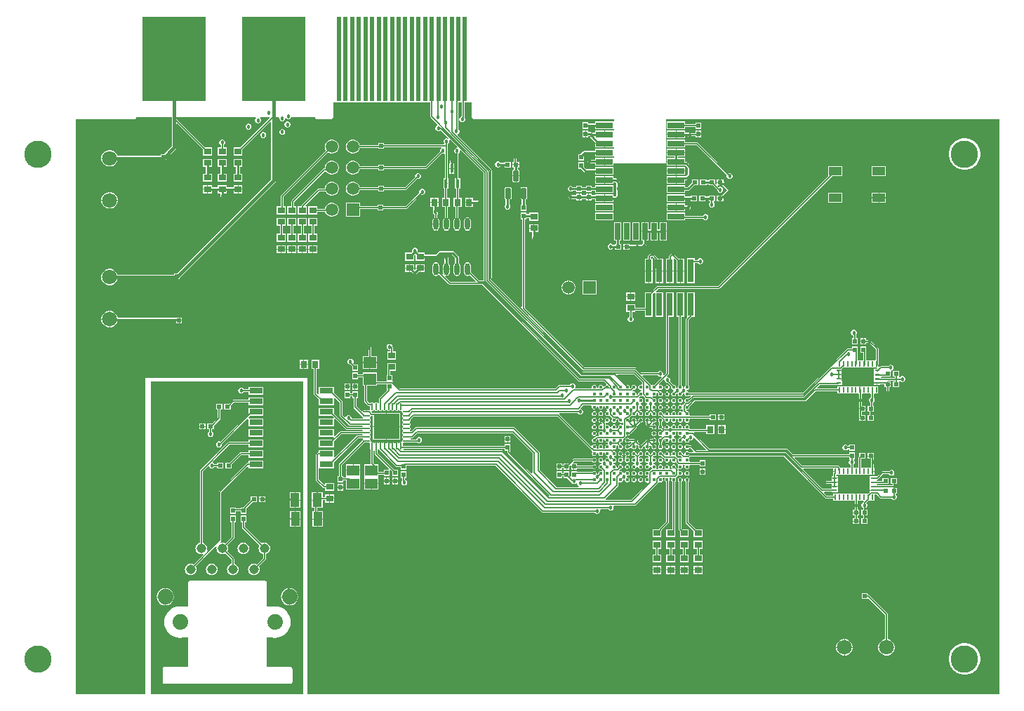
<source format=gtl>
G04*
G04 #@! TF.GenerationSoftware,Altium Limited,Altium Designer,21.5.1 (32)*
G04*
G04 Layer_Physical_Order=1*
G04 Layer_Color=255*
%FSLAX25Y25*%
%MOIN*%
G70*
G04*
G04 #@! TF.SameCoordinates,BCF79640-EA3D-49D6-A79E-8819A8E14975*
G04*
G04*
G04 #@! TF.FilePolarity,Positive*
G04*
G01*
G75*
%ADD15C,0.01000*%
%ADD25R,0.06100X0.03900*%
G04:AMPARAMS|DCode=28|XSize=51.18mil|YSize=23.62mil|CornerRadius=2.01mil|HoleSize=0mil|Usage=FLASHONLY|Rotation=90.000|XOffset=0mil|YOffset=0mil|HoleType=Round|Shape=RoundedRectangle|*
%AMROUNDEDRECTD28*
21,1,0.05118,0.01961,0,0,90.0*
21,1,0.04717,0.02362,0,0,90.0*
1,1,0.00402,0.00980,0.02358*
1,1,0.00402,0.00980,-0.02358*
1,1,0.00402,-0.00980,-0.02358*
1,1,0.00402,-0.00980,0.02358*
%
%ADD28ROUNDEDRECTD28*%
%ADD30R,0.00984X0.02657*%
%ADD31R,0.02264X0.00984*%
%ADD37C,0.01600*%
%ADD40R,0.01775X0.04375*%
%ADD46C,0.07100*%
%ADD51R,0.03543X0.03150*%
%ADD52R,0.02362X0.01968*%
%ADD53R,0.03150X0.03543*%
%ADD54R,0.01968X0.02362*%
%ADD55R,0.06102X0.05118*%
%ADD56R,0.02913X0.10984*%
%ADD57R,0.02000X0.02000*%
%ADD58R,0.02000X0.02000*%
%ADD59R,0.05906X0.05512*%
%ADD60O,0.03347X0.00984*%
%ADD61O,0.00984X0.03347*%
%ADD62R,0.12205X0.12205*%
%ADD63R,0.06496X0.02992*%
%ADD64R,0.04331X0.06693*%
%ADD65R,0.07874X0.02756*%
%ADD66R,0.02756X0.07874*%
%ADD67O,0.02362X0.05709*%
%ADD68R,0.30300X0.40000*%
%ADD69R,0.01968X0.40000*%
%ADD70C,0.00500*%
%ADD71C,0.01500*%
%ADD72R,0.05906X0.05906*%
%ADD73C,0.05906*%
%ADD74C,0.07400*%
%ADD75C,0.04500*%
%ADD76R,0.05906X0.05906*%
%ADD77C,0.13000*%
%ADD78C,0.01772*%
%ADD79C,0.01800*%
%ADD80C,0.01968*%
G36*
X223584Y313950D02*
X223645Y313643D01*
X223819Y313383D01*
X224079Y313209D01*
X224387Y313147D01*
X291254D01*
Y311991D01*
X290791Y311902D01*
X290754Y311902D01*
X282209D01*
Y310956D01*
X278839D01*
Y311535D01*
X276161D01*
Y308465D01*
X278839D01*
Y309214D01*
X282209D01*
Y308437D01*
X290754D01*
X290791Y308437D01*
X291254Y308348D01*
Y307638D01*
X290787Y307559D01*
X290754Y307559D01*
X286675D01*
Y305831D01*
X286325D01*
Y307559D01*
X282213D01*
Y306702D01*
X281047D01*
X280714Y306635D01*
X280514Y306502D01*
X280336Y306679D01*
X280054Y306868D01*
X279720Y306934D01*
X278834D01*
Y307594D01*
X277675D01*
Y306063D01*
Y304532D01*
X278834D01*
Y305192D01*
X279360D01*
X279668Y304884D01*
X279782Y304808D01*
Y304788D01*
X279848Y304454D01*
X280037Y304172D01*
X282213Y301996D01*
Y301675D01*
X286500D01*
Y301500D01*
X286675D01*
Y299772D01*
X290754D01*
X290787Y299772D01*
X291254Y299693D01*
Y298991D01*
X290791Y298902D01*
X290754Y298902D01*
X282209D01*
Y298040D01*
X277110D01*
X276777Y297974D01*
X276494Y297785D01*
X275295Y296586D01*
X275167Y296561D01*
X275082Y296504D01*
X274161D01*
Y293433D01*
X276839D01*
Y295666D01*
X277471Y296298D01*
X282209D01*
Y295437D01*
X290754D01*
X290791Y295437D01*
X291254Y295347D01*
Y294630D01*
X290787Y294551D01*
X290754Y294551D01*
X286675D01*
Y292823D01*
Y291095D01*
X290787D01*
Y292173D01*
X291254Y292252D01*
X291367Y291981D01*
X291638Y291868D01*
X315260D01*
X315531Y291981D01*
X315643Y292252D01*
Y313147D01*
X474247D01*
Y39753D01*
X145500D01*
Y190000D01*
X68500D01*
Y39753D01*
X35500D01*
Y313147D01*
X63386D01*
X63694Y313209D01*
X63954Y313383D01*
X64128Y313643D01*
X64189Y313950D01*
Y314000D01*
X80974D01*
Y313459D01*
Y300066D01*
X77262Y296354D01*
X75646D01*
Y295626D01*
X55240D01*
X55138Y296007D01*
X54624Y296897D01*
X53897Y297624D01*
X53007Y298138D01*
X52014Y298404D01*
X50986D01*
X49993Y298138D01*
X49103Y297624D01*
X48376Y296897D01*
X47862Y296007D01*
X47596Y295014D01*
Y293986D01*
X47862Y292993D01*
X48376Y292103D01*
X49103Y291376D01*
X49993Y290862D01*
X50986Y290596D01*
X52014D01*
X53007Y290862D01*
X53897Y291376D01*
X54624Y292103D01*
X55138Y292993D01*
X55240Y293374D01*
X77000D01*
X77431Y293460D01*
X77709Y293646D01*
X78354D01*
Y294262D01*
X82896Y298804D01*
X83140Y299169D01*
X83226Y299600D01*
Y310755D01*
X83688Y310946D01*
X95874Y298760D01*
Y295827D01*
X100126D01*
Y299685D01*
X96799D01*
X83226Y313258D01*
Y314000D01*
X120813D01*
X121020Y313500D01*
X120813Y313293D01*
X120600Y312778D01*
Y312222D01*
X120813Y311707D01*
X121207Y311313D01*
X121721Y311100D01*
X122278D01*
X122793Y311313D01*
X123187Y311707D01*
X123400Y312222D01*
Y312778D01*
X123187Y313293D01*
X122980Y313500D01*
X123187Y314000D01*
X127363D01*
X127554Y313538D01*
X113701Y299685D01*
X110374D01*
Y295827D01*
X114626D01*
Y298760D01*
X127812Y311946D01*
X128274Y311755D01*
Y284366D01*
X83762Y239854D01*
X82146D01*
Y239126D01*
X55240D01*
X55138Y239507D01*
X54624Y240397D01*
X53897Y241124D01*
X53007Y241638D01*
X52014Y241904D01*
X50986D01*
X49993Y241638D01*
X49103Y241124D01*
X48376Y240397D01*
X47862Y239507D01*
X47596Y238514D01*
Y237486D01*
X47862Y236493D01*
X48376Y235603D01*
X49103Y234876D01*
X49993Y234362D01*
X50986Y234096D01*
X52014D01*
X53007Y234362D01*
X53897Y234876D01*
X54624Y235603D01*
X55138Y236493D01*
X55240Y236874D01*
X83500D01*
X83931Y236960D01*
X84209Y237146D01*
X84854D01*
Y237762D01*
X130196Y283104D01*
X130440Y283469D01*
X130526Y283900D01*
Y314000D01*
X131952D01*
X132100Y313778D01*
Y313222D01*
X132313Y312707D01*
X132707Y312313D01*
X133221Y312100D01*
X133779D01*
X134293Y312313D01*
X134687Y312707D01*
X134900Y313222D01*
Y313467D01*
X134991Y313520D01*
X135400Y313620D01*
X135707Y313313D01*
X136222Y313100D01*
X136778D01*
X137293Y313313D01*
X137687Y313707D01*
X137808Y314000D01*
X149084D01*
Y313950D01*
X149145Y313643D01*
X149319Y313383D01*
X149579Y313209D01*
X149887Y313147D01*
X156886D01*
X157194Y313209D01*
X157454Y313383D01*
X157628Y313643D01*
X157689Y313950D01*
Y321000D01*
X203896D01*
Y314200D01*
X204087Y313738D01*
X207238Y310587D01*
X207116Y310002D01*
X206899Y309912D01*
X206505Y309518D01*
X206292Y309003D01*
Y308447D01*
X206505Y307932D01*
X206899Y307538D01*
X207413Y307325D01*
X207970D01*
X208485Y307538D01*
X208782Y307835D01*
X212457Y304160D01*
X212173Y303736D01*
X211778Y303900D01*
X211222D01*
X210707Y303687D01*
X210313Y303293D01*
X210100Y302779D01*
Y302221D01*
X210313Y301707D01*
X210366Y301654D01*
X210159Y301154D01*
X181854D01*
Y301854D01*
X179146D01*
Y300654D01*
X170248D01*
X170082Y301276D01*
X169646Y302031D01*
X169031Y302646D01*
X168277Y303082D01*
X167435Y303307D01*
X166565D01*
X165724Y303082D01*
X164969Y302646D01*
X164354Y302031D01*
X163918Y301276D01*
X163693Y300435D01*
Y299565D01*
X163918Y298724D01*
X164354Y297969D01*
X164969Y297354D01*
X165724Y296918D01*
X166565Y296693D01*
X167435D01*
X168277Y296918D01*
X169031Y297354D01*
X169646Y297969D01*
X170082Y298724D01*
X170248Y299346D01*
X179146D01*
Y299146D01*
X181854D01*
Y299846D01*
X209213D01*
X209313Y299346D01*
X208929Y299187D01*
X208535Y298793D01*
X208322Y298278D01*
Y297722D01*
X208380Y297583D01*
X201451Y290654D01*
X181854D01*
Y291354D01*
X179146D01*
Y290654D01*
X170248D01*
X170082Y291277D01*
X169646Y292031D01*
X169031Y292646D01*
X168277Y293082D01*
X167435Y293307D01*
X166565D01*
X165724Y293082D01*
X164969Y292646D01*
X164354Y292031D01*
X163918Y291277D01*
X163693Y290435D01*
Y289565D01*
X163918Y288723D01*
X164354Y287969D01*
X164969Y287354D01*
X165724Y286918D01*
X166565Y286693D01*
X167435D01*
X168277Y286918D01*
X169031Y287354D01*
X169646Y287969D01*
X170082Y288723D01*
X170248Y289346D01*
X179146D01*
Y288646D01*
X181854D01*
Y289346D01*
X201722D01*
X202185Y289538D01*
X209305Y296657D01*
X209444Y296600D01*
X210000D01*
X210218Y296690D01*
X210718Y296363D01*
Y284998D01*
X210002D01*
Y279915D01*
X210590D01*
Y275626D01*
X209327D01*
Y271374D01*
X210846D01*
Y266311D01*
X210393Y266009D01*
X210054Y265501D01*
X209934Y264902D01*
Y261555D01*
X210054Y260956D01*
X210393Y260448D01*
X210901Y260109D01*
X211500Y259990D01*
X212099Y260109D01*
X212607Y260448D01*
X212946Y260956D01*
X213066Y261555D01*
Y264902D01*
X212946Y265501D01*
X212607Y266009D01*
X212154Y266311D01*
Y271374D01*
X213185D01*
Y275626D01*
X211898D01*
Y279915D01*
X212486D01*
Y284998D01*
X212026D01*
Y300500D01*
Y301203D01*
X212293Y301313D01*
X212687Y301707D01*
X212900Y302221D01*
Y302779D01*
X212736Y303173D01*
X213160Y303457D01*
X216717Y299900D01*
X216510Y299400D01*
X216221D01*
X215707Y299187D01*
X215313Y298793D01*
X215100Y298278D01*
Y297722D01*
X215313Y297207D01*
X215707Y296813D01*
X215974Y296703D01*
Y284998D01*
X215514D01*
Y279915D01*
X216102D01*
Y275626D01*
X214815D01*
Y271374D01*
X215846D01*
Y266311D01*
X215393Y266009D01*
X215054Y265501D01*
X214934Y264902D01*
Y261555D01*
X215054Y260956D01*
X215393Y260448D01*
X215901Y260109D01*
X216500Y259990D01*
X217099Y260109D01*
X217607Y260448D01*
X217946Y260956D01*
X218066Y261555D01*
Y264902D01*
X217946Y265501D01*
X217607Y266009D01*
X217154Y266311D01*
Y271374D01*
X218673D01*
Y275626D01*
X217410D01*
Y279915D01*
X217998D01*
Y284998D01*
X217282D01*
Y296809D01*
X217293Y296813D01*
X217687Y297207D01*
X217900Y297722D01*
Y298010D01*
X218400Y298217D01*
X229283Y287334D01*
Y236683D01*
X229021Y236508D01*
X226917D01*
X223220Y240205D01*
X223065Y240269D01*
Y243445D01*
X222946Y244044D01*
X222607Y244552D01*
X222099Y244891D01*
X221500Y245010D01*
X220901Y244891D01*
X220393Y244552D01*
X220054Y244044D01*
X219935Y243445D01*
Y240098D01*
X220054Y239499D01*
X220393Y238991D01*
X220901Y238652D01*
X221500Y238533D01*
X222099Y238652D01*
X222593Y238982D01*
X225459Y236116D01*
X225268Y235654D01*
X213271D01*
X210700Y238226D01*
X210772Y238380D01*
X210994Y238638D01*
X211325Y238572D01*
Y241597D01*
X209939D01*
Y240098D01*
X210039Y239593D01*
X209782Y239371D01*
X209627Y239298D01*
X208529Y240396D01*
X208066Y240588D01*
X208066D01*
Y243445D01*
X207946Y244044D01*
X207607Y244552D01*
X207099Y244891D01*
X206500Y245010D01*
X205901Y244891D01*
X205393Y244552D01*
X205054Y244044D01*
X204935Y243445D01*
Y240098D01*
X205054Y239499D01*
X205393Y238991D01*
X205901Y238652D01*
X206500Y238533D01*
X207099Y238652D01*
X207607Y238991D01*
X208041Y239034D01*
X212538Y234538D01*
X213000Y234346D01*
X228396D01*
X274122Y188620D01*
X274585Y188429D01*
X286231D01*
X287437Y187223D01*
X287319Y186633D01*
X287299Y186624D01*
X286974Y186300D01*
X286914Y186154D01*
X286644D01*
X286386Y186047D01*
X286179Y185964D01*
X285790Y186279D01*
X285782Y186300D01*
X285457Y186624D01*
X285033Y186800D01*
X284574D01*
X284149Y186624D01*
X283825Y186300D01*
X283649Y185875D01*
Y185416D01*
X283228Y185219D01*
X283189Y185237D01*
X282808Y185654D01*
Y185875D01*
X282632Y186300D01*
X282307Y186624D01*
X281883Y186800D01*
X281424D01*
X281000Y186624D01*
X280675Y186300D01*
X280499Y185875D01*
Y185416D01*
X280508Y185396D01*
X280174Y184896D01*
X272834D01*
X272694Y185119D01*
X272589Y185396D01*
X272776Y185846D01*
Y186403D01*
X272563Y186917D01*
X272169Y187311D01*
X271654Y187524D01*
X271097D01*
X270583Y187311D01*
X270189Y186917D01*
X270131Y186778D01*
X265124D01*
X264662Y186587D01*
X263229Y185154D01*
X189291D01*
X186268Y188177D01*
X186252Y188193D01*
X186252Y188193D01*
X186197Y188248D01*
X186053Y188310D01*
X185839Y188402D01*
X185839D01*
X185839Y188402D01*
Y191472D01*
X184654D01*
Y193315D01*
X187626D01*
Y197173D01*
X183374D01*
Y193987D01*
X183346Y193919D01*
Y191472D01*
X183161D01*
Y188440D01*
X178307D01*
Y192610D01*
X171693D01*
Y191686D01*
X169339D01*
Y192567D01*
X166661D01*
Y189496D01*
X169339D01*
Y190377D01*
X171693D01*
Y186390D01*
X172346D01*
Y179000D01*
X172538Y178537D01*
X174158Y176917D01*
X174620Y176726D01*
X175247D01*
Y175268D01*
X175278Y175111D01*
X175253Y175061D01*
X174938Y174745D01*
X174886Y174718D01*
X174732Y174748D01*
X173726D01*
Y173890D01*
X173376D01*
Y174748D01*
X172370D01*
X172041Y174683D01*
X171763Y174497D01*
X171628Y174295D01*
X171269Y174184D01*
X171056Y174161D01*
X168654Y176562D01*
Y180496D01*
X169339D01*
Y183567D01*
X166661D01*
Y182686D01*
X165839D01*
Y183567D01*
X163161D01*
Y180496D01*
X165839D01*
Y181377D01*
X166661D01*
Y180496D01*
X167346D01*
Y176291D01*
X167537Y175829D01*
X171522Y171844D01*
X171573Y171591D01*
X171760Y171311D01*
X171663Y170792D01*
X171483Y170607D01*
X166562D01*
X166384Y170785D01*
Y171257D01*
X166171Y171772D01*
X165777Y172166D01*
X165262Y172379D01*
X164706D01*
X164191Y172166D01*
X163797Y171772D01*
X163707Y171554D01*
X163122Y171432D01*
X162228Y172327D01*
Y178682D01*
X162036Y179145D01*
X158106Y183075D01*
Y185850D01*
X150902D01*
Y182483D01*
X150402Y182275D01*
X149910Y182767D01*
Y194374D01*
X151185D01*
Y198626D01*
X147327D01*
Y194374D01*
X148602D01*
Y182496D01*
X148793Y182034D01*
X150902Y179925D01*
Y177150D01*
X158106D01*
Y180517D01*
X158606Y180725D01*
X160919Y178411D01*
Y172056D01*
X161111Y171593D01*
X165182Y167522D01*
X165645Y167330D01*
X171428D01*
X171639Y166830D01*
X171483Y166670D01*
X164511D01*
X158106Y173075D01*
Y175850D01*
X150902D01*
Y172150D01*
X157181D01*
X157980Y171350D01*
X157773Y170850D01*
X150902D01*
Y167150D01*
X158106D01*
Y170517D01*
X158606Y170724D01*
X163778Y165553D01*
X164240Y165362D01*
X171428D01*
X171639Y164862D01*
X171483Y164701D01*
X161303D01*
X160841Y164510D01*
X158606Y162276D01*
X158106Y162483D01*
Y165850D01*
X150902D01*
Y162150D01*
X157773D01*
X157980Y161650D01*
X157181Y160850D01*
X150902D01*
Y157150D01*
X158106D01*
Y159925D01*
X161574Y163393D01*
X171428D01*
X171639Y162893D01*
X171483Y162733D01*
X169335D01*
X168872Y162541D01*
X158606Y152276D01*
X158106Y152483D01*
Y155850D01*
X150902D01*
Y154654D01*
X150506D01*
X150043Y154463D01*
X149750Y154170D01*
X149559Y153707D01*
Y141521D01*
X149750Y141059D01*
X153016Y137793D01*
X153478Y137602D01*
X153874D01*
Y136327D01*
X158126D01*
Y140185D01*
X153874D01*
Y139492D01*
X153374Y139285D01*
X150867Y141792D01*
Y146664D01*
X150902Y147150D01*
X151367Y147150D01*
X158106D01*
Y149925D01*
X169606Y161425D01*
X171826D01*
X171904Y161372D01*
X171928Y161291D01*
Y160898D01*
X171904Y160817D01*
X171760Y160721D01*
X171573Y160441D01*
X171522Y160188D01*
X160538Y149203D01*
X160346Y148740D01*
Y143504D01*
X159661D01*
Y140433D01*
X162339D01*
Y141314D01*
X163764D01*
Y136937D01*
X170575D01*
Y142742D01*
X170575Y142764D01*
X170571Y143262D01*
Y145975D01*
X163768D01*
Y143262D01*
X163764Y142764D01*
X163313Y142623D01*
X162339D01*
Y143504D01*
X161654D01*
Y148469D01*
X172432Y159247D01*
X174732D01*
X174885Y159277D01*
X174930Y159255D01*
X175255Y158930D01*
X175277Y158885D01*
X175247Y158732D01*
Y156370D01*
X175313Y156040D01*
X175456Y155825D01*
Y149358D01*
X175259Y149063D01*
X172425D01*
Y143258D01*
X172425Y143236D01*
X172430Y142738D01*
Y140025D01*
X179232D01*
Y142738D01*
X179236Y143236D01*
X179236Y143258D01*
Y144194D01*
X181661D01*
Y143433D01*
X184339D01*
Y146195D01*
X184839Y146402D01*
X185661Y145579D01*
Y143433D01*
X188339D01*
Y146504D01*
X186586D01*
X178733Y154358D01*
Y155825D01*
X178785Y155904D01*
X178867Y155928D01*
X179259D01*
X179341Y155904D01*
X179437Y155760D01*
X179717Y155573D01*
X179970Y155522D01*
X187455Y148038D01*
X187917Y147846D01*
X189661D01*
Y146433D01*
X192339D01*
Y148346D01*
X234729D01*
X256687Y126388D01*
X257150Y126196D01*
X281756D01*
X281813Y126057D01*
X282207Y125663D01*
X282721Y125450D01*
X283278D01*
X283793Y125663D01*
X284187Y126057D01*
X284400Y126572D01*
Y127129D01*
X284310Y127346D01*
X284637Y127846D01*
X288193D01*
X288313Y127557D01*
X288707Y127163D01*
X289222Y126950D01*
X289778D01*
X290293Y127163D01*
X290687Y127557D01*
X290900Y128071D01*
Y128629D01*
X290810Y128846D01*
X291137Y129346D01*
X301000D01*
X301463Y129537D01*
X311963Y140038D01*
X312068Y140293D01*
X312178Y140365D01*
X312569Y140506D01*
X312654Y140507D01*
X312920Y140397D01*
X313379D01*
X313804Y140573D01*
X314128Y140897D01*
X314304Y141322D01*
Y141781D01*
X314154Y142142D01*
X314258Y142415D01*
X314398Y142642D01*
X315051D01*
X315191Y142415D01*
X315295Y142142D01*
X315145Y141781D01*
Y141322D01*
X315321Y140897D01*
X315645Y140573D01*
X315846Y140489D01*
Y121771D01*
X312559Y118484D01*
X312435Y118185D01*
X309374D01*
Y114327D01*
X313626D01*
Y117461D01*
X313676Y117581D01*
Y117751D01*
X316963Y121037D01*
X317154Y121500D01*
Y140774D01*
X317278Y140897D01*
X317454Y141322D01*
Y141781D01*
X317304Y142142D01*
X317407Y142415D01*
X317548Y142642D01*
X318200D01*
X318340Y142415D01*
X318444Y142142D01*
X318295Y141781D01*
Y141322D01*
X318470Y140897D01*
X318795Y140573D01*
X318846Y140551D01*
Y118185D01*
X315874D01*
Y114327D01*
X320126D01*
Y117513D01*
X320154Y117581D01*
Y140624D01*
X320427Y140897D01*
X320603Y141322D01*
Y141781D01*
X320427Y142205D01*
X320385Y142248D01*
X320493Y142834D01*
X321316Y143657D01*
X321902Y143765D01*
X321945Y143722D01*
X322369Y143546D01*
X322828D01*
X323252Y143722D01*
X323577Y144047D01*
X323753Y144471D01*
Y144930D01*
X323577Y145355D01*
X323252Y145679D01*
X322828Y145855D01*
X322369D01*
X322007Y145705D01*
X321945Y145729D01*
X321643Y146272D01*
X321654Y146299D01*
X321544Y146565D01*
X321898Y146836D01*
X321961Y146865D01*
X322369Y146696D01*
X322828D01*
X323252Y146872D01*
X323577Y147196D01*
X323753Y147621D01*
Y148080D01*
X323656Y148314D01*
X323920Y148814D01*
X324426D01*
X324691Y148314D01*
X324594Y148080D01*
Y147621D01*
X324769Y147196D01*
X325094Y146872D01*
X325518Y146696D01*
X325978D01*
X326402Y146872D01*
X326727Y147196D01*
X326902Y147621D01*
Y148080D01*
X326805Y148314D01*
X327070Y148814D01*
X331661D01*
Y147933D01*
X334339D01*
Y151004D01*
X331661D01*
Y150123D01*
X327156D01*
X326841Y150623D01*
X326902Y150770D01*
Y151230D01*
X326727Y151654D01*
X326684Y151697D01*
X326792Y152283D01*
X327151Y152641D01*
X371726D01*
X391481Y132886D01*
X391943Y132694D01*
X395295D01*
Y131665D01*
X397126Y131665D01*
X397488Y131665D01*
X399095Y131665D01*
X399457Y131665D01*
X401063Y131665D01*
X401425Y131665D01*
X403031Y131665D01*
X403394Y131665D01*
X404644D01*
X404862Y131665D01*
X405330Y131588D01*
Y129469D01*
X405346Y129430D01*
Y127334D01*
X404500D01*
Y126175D01*
X406032D01*
X407563D01*
Y127334D01*
X406654D01*
Y129500D01*
X406638Y129538D01*
Y131588D01*
X407106Y131665D01*
X407325Y131665D01*
X408575D01*
X408799Y131665D01*
X409465Y131665D01*
X409656Y131203D01*
X409506Y131053D01*
X409385Y130761D01*
X409207Y130687D01*
X408813Y130293D01*
X408600Y129779D01*
Y129221D01*
X408813Y128707D01*
X409207Y128313D01*
X409314Y128269D01*
Y127339D01*
X408433D01*
Y124661D01*
X409314D01*
Y123339D01*
X408433D01*
Y120661D01*
X411504D01*
Y123339D01*
X410623D01*
Y124661D01*
X411504D01*
Y127339D01*
X410623D01*
Y128243D01*
X410793Y128313D01*
X411187Y128707D01*
X411400Y129221D01*
Y129779D01*
X411187Y130293D01*
X410891Y130588D01*
X411968Y131665D01*
X412512D01*
X412736Y131665D01*
Y131665D01*
X413012D01*
Y131665D01*
X414705D01*
Y134627D01*
X415906D01*
X417495Y133037D01*
X417958Y132846D01*
X422756D01*
X422813Y132707D01*
X423207Y132313D01*
X423722Y132100D01*
X424278D01*
X424793Y132313D01*
X425187Y132707D01*
X425400Y133221D01*
Y133779D01*
X425187Y134293D01*
X424819Y134661D01*
X424828Y134789D01*
X424954Y135161D01*
X425504D01*
Y137839D01*
X424623D01*
Y139661D01*
X425504D01*
Y142339D01*
X422433D01*
Y139661D01*
X423314D01*
Y139154D01*
X416008D01*
X415846Y139422D01*
X416091Y139830D01*
X418496D01*
Y139661D01*
X421567D01*
Y142339D01*
X418496D01*
Y141138D01*
X416075D01*
X415882Y141464D01*
X416042Y141822D01*
X416449Y141990D01*
X418804Y144346D01*
X421587D01*
X421664Y144162D01*
X422057Y143768D01*
X422572Y143555D01*
X423129D01*
X423643Y143768D01*
X424037Y144162D01*
X424250Y144676D01*
Y145233D01*
X424037Y145748D01*
X423643Y146142D01*
X423129Y146355D01*
X422572D01*
X422057Y146142D01*
X421664Y145748D01*
X421625Y145654D01*
X418534D01*
X418071Y145463D01*
X416037Y143429D01*
X415590Y143299D01*
Y143299D01*
X412618D01*
X412618Y141469D01*
X412618Y141106D01*
X412618Y139500D01*
X412618Y139138D01*
Y137669D01*
X412618D01*
X412622Y137389D01*
X412622D01*
Y136722D01*
X414104D01*
Y136372D01*
X412622D01*
Y135785D01*
X412524Y135744D01*
X411811Y135031D01*
X411268D01*
X411043Y135031D01*
Y135031D01*
X410768D01*
X410768Y135031D01*
X408937Y135031D01*
X408575Y135031D01*
X407325D01*
X407106Y135031D01*
X406608Y135027D01*
X406159D01*
Y133348D01*
X405809D01*
Y135027D01*
X405360D01*
X404862Y135031D01*
X404644Y135031D01*
X403031Y135031D01*
X402669Y135031D01*
X401063Y135031D01*
X400701Y135031D01*
X399095Y135031D01*
X398732Y135031D01*
X397126Y135031D01*
X396764Y135031D01*
X395295D01*
Y134002D01*
X392214D01*
X390786Y135431D01*
X390977Y135893D01*
X394409D01*
Y135701D01*
X397382D01*
Y137394D01*
X397382D01*
X397378Y137674D01*
X397378D01*
Y138341D01*
X395896D01*
X394414D01*
Y137674D01*
X394414Y137674D01*
X394347Y137201D01*
X390224D01*
X380957Y146469D01*
X381148Y146931D01*
X395300D01*
Y145827D01*
X396142D01*
Y145477D01*
X395300D01*
Y144709D01*
X395242Y144569D01*
Y143295D01*
X394414D01*
Y142628D01*
X395896D01*
X397378D01*
Y143295D01*
X396550D01*
Y143814D01*
X396562Y143818D01*
X397050Y143972D01*
X397264Y143968D01*
Y143968D01*
X399095Y143968D01*
X399457Y143968D01*
X401063Y143968D01*
X401425Y143968D01*
X403031Y143968D01*
X403394Y143968D01*
X405000Y143968D01*
X405362Y143968D01*
X406968Y143968D01*
X407331Y143968D01*
X408937Y143968D01*
X409299Y143968D01*
X410906Y143968D01*
X411268Y143968D01*
X412518D01*
X412736Y143968D01*
X413234Y143973D01*
X413683D01*
Y145652D01*
X413858D01*
Y145827D01*
X414700D01*
Y147330D01*
X414583D01*
Y149829D01*
X414654Y150000D01*
X414554Y150242D01*
Y152266D01*
X414500Y152396D01*
Y152825D01*
X413143D01*
Y151666D01*
X413245D01*
Y150100D01*
X413296Y149979D01*
X413275Y149929D01*
Y147815D01*
X412775Y147334D01*
X412736Y147335D01*
X412518Y147335D01*
X410906Y147335D01*
X410543Y147335D01*
X409299D01*
X409075Y147335D01*
X408607Y147412D01*
Y151661D01*
X410567D01*
Y154339D01*
X407496D01*
Y152586D01*
X407490Y152581D01*
X407299Y152118D01*
Y147412D01*
X406831Y147335D01*
X406606Y147335D01*
X405362D01*
X405138Y147335D01*
X404670Y147412D01*
Y148762D01*
X404793Y148813D01*
X405187Y149207D01*
X405400Y149722D01*
Y150278D01*
X405187Y150793D01*
X404984Y150996D01*
X405191Y151496D01*
X405339D01*
Y154567D01*
X402661D01*
Y153686D01*
X376156D01*
X373521Y156321D01*
X373058Y156512D01*
X336413D01*
X329079Y163846D01*
X329286Y164346D01*
X334815D01*
Y163374D01*
X338673D01*
Y167626D01*
X334815D01*
Y165654D01*
X327220D01*
X327211Y165663D01*
X327063Y165724D01*
X327010Y165783D01*
X326820Y166312D01*
X326822Y166324D01*
X326902Y166518D01*
Y166978D01*
X326727Y167402D01*
X326402Y167727D01*
X325978Y167902D01*
X325518D01*
X325094Y167727D01*
X324769Y167402D01*
X324594Y166978D01*
Y166518D01*
X324642Y166402D01*
X324376Y165987D01*
X323970D01*
X323704Y166402D01*
X323753Y166518D01*
Y166978D01*
X323577Y167402D01*
X323252Y167727D01*
X322828Y167902D01*
X322369D01*
X321945Y167727D01*
X321620Y167402D01*
X321444Y166978D01*
Y166518D01*
X321493Y166402D01*
X321227Y165987D01*
X320821D01*
X320555Y166402D01*
X320603Y166518D01*
Y166978D01*
X320427Y167402D01*
X320103Y167727D01*
X319678Y167902D01*
X319219D01*
X318795Y167727D01*
X318470Y167402D01*
X318295Y166978D01*
Y166694D01*
X318154Y166600D01*
X317597D01*
X317454Y166695D01*
Y166978D01*
X317278Y167402D01*
X316953Y167727D01*
X316529Y167902D01*
X316070D01*
X315645Y167727D01*
X315321Y167402D01*
X315145Y166978D01*
Y166518D01*
X314753Y166161D01*
X314685Y166138D01*
X314304Y166519D01*
Y166978D01*
X314128Y167402D01*
X313804Y167726D01*
Y168919D01*
X314128Y169244D01*
X314304Y169668D01*
Y170127D01*
X314128Y170552D01*
X313804Y170876D01*
X313379Y171052D01*
X312920D01*
X312496Y170876D01*
X312171Y170552D01*
X311995Y170127D01*
Y169668D01*
X312171Y169244D01*
X312495Y168919D01*
Y167726D01*
X312171Y167402D01*
X311995Y166978D01*
Y166518D01*
X312171Y166094D01*
X312496Y165769D01*
X312920Y165594D01*
X313379D01*
X313799Y165173D01*
X313379Y164753D01*
X312920D01*
X312496Y164577D01*
X312171Y164252D01*
X311995Y163828D01*
Y163369D01*
X312171Y162945D01*
X312496Y162620D01*
X312920Y162444D01*
X313379D01*
X313607Y162539D01*
X313890Y162115D01*
X313379Y161603D01*
X312920D01*
X312496Y161427D01*
X312171Y161103D01*
X311995Y160678D01*
Y160219D01*
X312171Y159795D01*
X312495Y159470D01*
Y158277D01*
X312171Y157953D01*
X311995Y157529D01*
Y157070D01*
X312171Y156645D01*
X312496Y156321D01*
X312920Y156145D01*
X313379D01*
X313804Y156321D01*
X314128Y156645D01*
X314304Y157070D01*
Y157529D01*
X314128Y157953D01*
X313804Y158277D01*
Y159470D01*
X314128Y159795D01*
X314304Y160219D01*
Y160678D01*
X314815Y161189D01*
X315239Y160906D01*
X315145Y160678D01*
Y160219D01*
X315321Y159795D01*
X315645Y159470D01*
X316070Y159294D01*
X316529D01*
X316953Y159470D01*
X317278Y159795D01*
X317454Y160219D01*
X317596Y160662D01*
X318152D01*
X318295Y160219D01*
X318470Y159795D01*
X318795Y159470D01*
X319219Y159294D01*
X319678D01*
X320103Y159470D01*
X320427Y159795D01*
X320603Y160219D01*
Y160678D01*
X320427Y161103D01*
X320103Y161427D01*
X319678Y161603D01*
X319619Y161630D01*
X319496Y162232D01*
X319678Y162444D01*
X320103Y162620D01*
X320427Y162945D01*
X320603Y163369D01*
Y163828D01*
X320513Y164046D01*
X320787Y164546D01*
X321260D01*
X321534Y164046D01*
X321444Y163828D01*
Y163369D01*
X321620Y162945D01*
X321945Y162620D01*
X322369Y162444D01*
X322828D01*
X323000Y161982D01*
Y161925D01*
X322678Y161603D01*
X322369D01*
X321945Y161427D01*
X321620Y161103D01*
X321444Y160678D01*
Y160219D01*
X321620Y159795D01*
X321945Y159470D01*
X322369Y159294D01*
X322828D01*
X323252Y159470D01*
X323577Y159795D01*
X323753Y160219D01*
Y160355D01*
X324115Y160719D01*
X324193Y160716D01*
X324594Y160474D01*
Y160219D01*
X324769Y159795D01*
X325094Y159470D01*
X325518Y159294D01*
X325978D01*
X326402Y159470D01*
X326727Y159795D01*
X326902Y160219D01*
X327038Y160310D01*
X327121Y160275D01*
X327678D01*
X328193Y160488D01*
X328587Y160882D01*
X328800Y161397D01*
Y161568D01*
X329300Y161775D01*
X334955Y156120D01*
X334764Y155658D01*
X330267D01*
X328163Y157762D01*
X327701Y157953D01*
X326726D01*
X326402Y158278D01*
X325978Y158454D01*
X325518D01*
X325094Y158278D01*
X324769Y157953D01*
X324594Y157529D01*
Y157070D01*
X324769Y156645D01*
X325094Y156321D01*
X325518Y156145D01*
X325978D01*
X326402Y156321D01*
X326726Y156645D01*
X327430D01*
X328809Y155266D01*
X328618Y154804D01*
X326726D01*
X326402Y155128D01*
X325978Y155304D01*
X325518D01*
X325094Y155128D01*
X324769Y154804D01*
X324594Y154379D01*
Y153920D01*
X324158Y153698D01*
X323753Y154074D01*
Y154379D01*
X323577Y154804D01*
X323252Y155128D01*
X322828Y155304D01*
X322369D01*
X321945Y155128D01*
X321620Y154804D01*
X321444Y154379D01*
Y153920D01*
X321620Y153496D01*
X321945Y153171D01*
X322369Y152995D01*
X322828D01*
X323339Y152484D01*
X323056Y152060D01*
X322828Y152154D01*
X322369D01*
X322008Y152005D01*
X321944Y151979D01*
X321309Y152050D01*
X320397Y152963D01*
X320424Y153493D01*
X320427Y153496D01*
X320603Y153920D01*
Y154379D01*
X320427Y154804D01*
X320103Y155128D01*
X319678Y155304D01*
X319219D01*
X318795Y155128D01*
X318470Y154804D01*
X318295Y154379D01*
Y153920D01*
X318405Y153654D01*
X318200Y153238D01*
X318112Y153154D01*
X317636D01*
X317548Y153238D01*
X317343Y153654D01*
X317454Y153920D01*
Y154379D01*
X317278Y154804D01*
X316953Y155128D01*
X316529Y155304D01*
X316070D01*
X315645Y155128D01*
X315321Y154804D01*
X315145Y154379D01*
Y153987D01*
X314967Y153851D01*
X314683Y153742D01*
X314304Y154121D01*
Y154379D01*
X314128Y154804D01*
X313804Y155128D01*
X313379Y155304D01*
X312920D01*
X312496Y155128D01*
X312171Y154804D01*
X311995Y154379D01*
Y153920D01*
X312171Y153496D01*
X312496Y153171D01*
X312920Y152995D01*
X313379D01*
X313521Y153054D01*
X314538Y152038D01*
X314900Y151887D01*
X315095Y151600D01*
X315193Y151346D01*
X315145Y151230D01*
Y150770D01*
X315321Y150346D01*
X315645Y150021D01*
X316070Y149846D01*
X316529D01*
X316953Y150021D01*
X317278Y150346D01*
X317454Y150770D01*
Y151230D01*
X317791Y151614D01*
X317957D01*
X318158Y151385D01*
X318295Y151168D01*
Y150770D01*
X318470Y150346D01*
X318795Y150021D01*
X319219Y149846D01*
X319678D01*
X320076Y150011D01*
X320081Y150011D01*
X320127Y150014D01*
X320642Y149853D01*
X320732Y149636D01*
X321362Y149006D01*
X321399Y148991D01*
X321492Y148787D01*
X321568Y148379D01*
X321444Y148080D01*
Y147621D01*
X321538Y147393D01*
X321115Y147110D01*
X320603Y147621D01*
Y148080D01*
X320427Y148504D01*
X320103Y148829D01*
X319678Y149005D01*
X319219D01*
X318795Y148829D01*
X318470Y148504D01*
X318295Y148080D01*
Y147621D01*
X318470Y147196D01*
X318594Y147073D01*
X318311Y146649D01*
X318044Y146759D01*
X317548D01*
X317407Y146986D01*
X317304Y147259D01*
X317454Y147621D01*
Y148080D01*
X317278Y148504D01*
X316953Y148829D01*
X316529Y149005D01*
X316070D01*
X315645Y148829D01*
X315321Y148504D01*
X315145Y148080D01*
Y147621D01*
X315295Y147259D01*
X315191Y146986D01*
X315051Y146759D01*
X314398D01*
X314258Y146986D01*
X314154Y147259D01*
X314304Y147621D01*
Y148080D01*
X314128Y148504D01*
X313804Y148829D01*
X313379Y149005D01*
X312920D01*
X312496Y148829D01*
X312171Y148504D01*
X311995Y148080D01*
Y147621D01*
X312145Y147259D01*
X312041Y146986D01*
X311901Y146759D01*
X311248D01*
X311108Y146986D01*
X311005Y147259D01*
X311154Y147621D01*
Y148080D01*
X310979Y148504D01*
X310654Y148829D01*
X310230Y149005D01*
X309958D01*
X309863Y149147D01*
Y149704D01*
X309958Y149846D01*
X310230D01*
X310654Y150021D01*
X310979Y150346D01*
X311154Y150770D01*
Y151230D01*
X310979Y151654D01*
X310654Y151979D01*
X310230Y152154D01*
X309770D01*
X309432Y152555D01*
X309407Y152632D01*
X309771Y152995D01*
X310230D01*
X310654Y153171D01*
X310979Y153496D01*
X311154Y153920D01*
Y154379D01*
X310979Y154804D01*
X310654Y155128D01*
X310230Y155304D01*
X309770D01*
X309346Y155128D01*
X309021Y154804D01*
X308846Y154379D01*
Y153920D01*
X308425Y153500D01*
X308005Y153920D01*
Y154379D01*
X307829Y154804D01*
X307504Y155128D01*
X307080Y155304D01*
X306621D01*
X306196Y155128D01*
X305872Y154804D01*
X305696Y154379D01*
Y153920D01*
X305872Y153496D01*
X306196Y153171D01*
X306621Y152995D01*
X307080D01*
X307591Y152484D01*
X307308Y152060D01*
X307080Y152154D01*
X306621D01*
X306196Y151979D01*
X305872Y151654D01*
X305696Y151230D01*
Y150770D01*
X305872Y150346D01*
X306196Y150021D01*
X306621Y149846D01*
X307064Y149704D01*
Y149147D01*
X306621Y149005D01*
X306196Y148829D01*
X305872Y148504D01*
X305696Y148080D01*
Y147621D01*
X305872Y147196D01*
X306196Y146872D01*
X306621Y146696D01*
X307080D01*
X307504Y146872D01*
X307829Y147196D01*
X308005Y147621D01*
X308031Y147680D01*
X308633Y147803D01*
X308846Y147621D01*
X309021Y147196D01*
X309064Y147154D01*
X308956Y146568D01*
X308105Y145717D01*
X307504Y145679D01*
X307441Y145706D01*
X307080Y145855D01*
X306621D01*
X306196Y145679D01*
X305872Y145355D01*
X305696Y144930D01*
Y144471D01*
X305872Y144047D01*
X306196Y143722D01*
X306621Y143546D01*
X307080D01*
X307277Y143126D01*
X307259Y143087D01*
X306842Y142706D01*
X306621D01*
X306196Y142530D01*
X305872Y142205D01*
X305696Y141781D01*
Y141322D01*
X305872Y140897D01*
X306196Y140573D01*
X306621Y140397D01*
X306765D01*
X306972Y139897D01*
X299175Y132100D01*
X287178D01*
X287078Y132304D01*
X287025Y132600D01*
X292969Y138544D01*
X293161Y139007D01*
Y140303D01*
X293388Y140443D01*
X293661Y140547D01*
X294022Y140397D01*
X294482D01*
X294906Y140573D01*
X295231Y140897D01*
X295406Y141322D01*
X295587Y141726D01*
X296144D01*
X296247Y141657D01*
Y141322D01*
X296423Y140897D01*
X296748Y140573D01*
X297172Y140397D01*
X297631D01*
X298056Y140573D01*
X298380Y140897D01*
X298556Y141322D01*
Y141781D01*
X298380Y142205D01*
X298056Y142530D01*
X297631Y142706D01*
X297360D01*
X297265Y142848D01*
Y143404D01*
X297360Y143546D01*
X297631D01*
X298056Y143722D01*
X298380Y144047D01*
X298556Y144471D01*
Y144930D01*
X298380Y145355D01*
X298056Y145679D01*
X297631Y145855D01*
X297172D01*
X296748Y145679D01*
X296423Y145355D01*
X296247Y144930D01*
X296035Y144748D01*
X295433Y144871D01*
X295406Y144930D01*
X295231Y145355D01*
X294906Y145679D01*
X294482Y145855D01*
X294022D01*
X293794Y145761D01*
X293511Y146185D01*
X294023Y146696D01*
X294482D01*
X294906Y146872D01*
X295231Y147196D01*
X295406Y147621D01*
Y148080D01*
X295231Y148504D01*
X294906Y148829D01*
X294482Y149005D01*
X294022D01*
X293598Y148829D01*
X293273Y148504D01*
X293098Y148080D01*
Y147621D01*
X292699Y147222D01*
X292637Y147245D01*
X292257Y147621D01*
Y148080D01*
X292081Y148504D01*
X291756Y148829D01*
X291332Y149005D01*
X290900Y149097D01*
X290900Y149653D01*
X291332Y149846D01*
X291756Y150021D01*
X292081Y150346D01*
X292257Y150770D01*
Y151230D01*
X292081Y151654D01*
X291756Y151979D01*
X291332Y152154D01*
X291045D01*
X291000Y152222D01*
Y152778D01*
X291145Y152995D01*
X291332D01*
X291756Y153171D01*
X292081Y153496D01*
X292257Y153920D01*
Y154379D01*
X292081Y154804D01*
X291756Y155128D01*
X291332Y155304D01*
X290873D01*
X290362Y155815D01*
X290645Y156239D01*
X290873Y156145D01*
X291332D01*
X291756Y156321D01*
X292081Y156645D01*
X292257Y157070D01*
Y157529D01*
X292621Y157930D01*
X292675Y157951D01*
X293098Y157528D01*
Y157070D01*
X293273Y156645D01*
X293598Y156321D01*
X294022Y156145D01*
X294482D01*
X294906Y156321D01*
X295231Y156645D01*
X295406Y157070D01*
Y157529D01*
X295231Y157953D01*
X294906Y158278D01*
X294482Y158454D01*
X294282D01*
X294035Y158700D01*
X294025Y159195D01*
X294066Y159294D01*
X294482D01*
X294906Y159470D01*
X295231Y159795D01*
X295406Y160219D01*
Y160678D01*
X295391Y160715D01*
X295388Y160751D01*
X295660Y161326D01*
X295816Y161391D01*
X296462Y162038D01*
X296527Y162193D01*
X297102Y162465D01*
X297139Y162463D01*
X297173Y162448D01*
X297227D01*
Y163598D01*
X297577D01*
Y162448D01*
X297630D01*
X298053Y162624D01*
X298376Y162947D01*
X298492Y163225D01*
X298784Y163346D01*
X301463Y166024D01*
X301654Y166487D01*
Y166937D01*
X303467Y168750D01*
X303472Y168748D01*
X303526D01*
Y169723D01*
X302551D01*
Y169684D01*
X302035Y169168D01*
X301611Y169452D01*
X301701Y169669D01*
Y169723D01*
X299401D01*
Y169669D01*
X299499Y169432D01*
X299075Y169149D01*
X298552Y169673D01*
Y169723D01*
X297402D01*
Y170073D01*
X298552D01*
Y170126D01*
X298390Y170516D01*
X298377Y170572D01*
X298449Y171184D01*
X299289Y172024D01*
X299463Y172197D01*
X299943Y172050D01*
X300322Y171893D01*
X300781D01*
X301205Y172069D01*
X301530Y172393D01*
X301706Y172818D01*
Y173276D01*
X302126Y173697D01*
X302547Y173276D01*
Y172818D01*
X302722Y172393D01*
X303047Y172069D01*
X303471Y171893D01*
X303930D01*
X304355Y172069D01*
X304679Y172393D01*
X304855Y172818D01*
Y173277D01*
X304679Y173701D01*
X304355Y174026D01*
X303930Y174202D01*
X303471D01*
X303050Y174623D01*
X303071Y174677D01*
X303471Y175042D01*
X303930D01*
X304355Y175218D01*
X304679Y175543D01*
X304855Y175967D01*
Y176426D01*
X304679Y176851D01*
X304355Y177175D01*
X303930Y177351D01*
X303871Y177378D01*
X303748Y177980D01*
X303930Y178192D01*
X304355Y178368D01*
X304679Y178693D01*
X304855Y179117D01*
Y179576D01*
X304679Y180000D01*
X304355Y180325D01*
X303930Y180501D01*
X303471D01*
X303243Y180406D01*
X302960Y180830D01*
X303471Y181342D01*
X303930D01*
X304291Y181491D01*
X304355Y181518D01*
X304956Y181480D01*
X305834Y180601D01*
X305872Y180000D01*
X305845Y179937D01*
X305696Y179576D01*
Y179117D01*
X305872Y178693D01*
X306196Y178368D01*
X306621Y178192D01*
X306803Y177980D01*
X306680Y177378D01*
X306621Y177351D01*
X306196Y177175D01*
X305872Y176851D01*
X305696Y176426D01*
Y175967D01*
X305872Y175543D01*
X306196Y175218D01*
X306621Y175042D01*
X307080D01*
X307480Y174677D01*
X307501Y174623D01*
X307080Y174202D01*
X306621D01*
X306196Y174026D01*
X305872Y173701D01*
X305696Y173277D01*
Y172818D01*
X305872Y172393D01*
X306196Y172069D01*
X306621Y171893D01*
X307080D01*
X307504Y172069D01*
X307829Y172393D01*
X308005Y172818D01*
Y173276D01*
X308425Y173697D01*
X308846Y173276D01*
Y172818D01*
X309021Y172393D01*
X309346Y172069D01*
X309770Y171893D01*
X310230D01*
X310654Y172069D01*
X310979Y172393D01*
X311154Y172818D01*
Y173277D01*
X310979Y173701D01*
X310654Y174026D01*
X310230Y174202D01*
X309771D01*
X309350Y174623D01*
X309371Y174677D01*
X309770Y175042D01*
X310230D01*
X310654Y175218D01*
X310979Y175543D01*
X311154Y175967D01*
Y176426D01*
X310979Y176851D01*
X310654Y177175D01*
X310230Y177351D01*
X310170Y177378D01*
X310048Y177980D01*
X310230Y178192D01*
X310654Y178368D01*
X310979Y178693D01*
X311154Y179117D01*
Y179576D01*
X310979Y180000D01*
X310654Y180325D01*
X310230Y180501D01*
X309771D01*
X309259Y181012D01*
X309542Y181436D01*
X309770Y181342D01*
X310230D01*
X310654Y181518D01*
X310979Y181842D01*
X311154Y182266D01*
Y182726D01*
X311578Y183010D01*
X311617Y183020D01*
X311995Y182695D01*
Y182266D01*
X312171Y181842D01*
X312496Y181518D01*
X312920Y181342D01*
X313379D01*
X313804Y181518D01*
X314128Y181842D01*
X314304Y182266D01*
Y182726D01*
X314128Y183150D01*
X313804Y183475D01*
X313379Y183650D01*
X312920D01*
X312409Y184162D01*
X312692Y184586D01*
X312920Y184491D01*
X313379D01*
X313804Y184667D01*
X314128Y184992D01*
X314304Y185416D01*
Y185875D01*
X314128Y186300D01*
X313804Y186624D01*
X313379Y186800D01*
X312920D01*
X312692Y186706D01*
X312409Y187129D01*
X314630Y189350D01*
X315100Y189113D01*
Y188722D01*
X315313Y188207D01*
X315707Y187813D01*
X316221Y187600D01*
X316772D01*
X318354Y186018D01*
X318295Y185875D01*
Y185416D01*
X318470Y184992D01*
X318795Y184667D01*
X319219Y184491D01*
X319270Y184463D01*
X319418Y183837D01*
X319304Y183650D01*
X319219D01*
X318795Y183475D01*
X318470Y183150D01*
X318295Y182726D01*
Y182266D01*
X318470Y181842D01*
X318795Y181518D01*
X319219Y181342D01*
X319678D01*
X320103Y181518D01*
X320427Y181842D01*
X320603Y182266D01*
Y182527D01*
X320718Y182604D01*
X321275D01*
X321444Y182490D01*
Y182266D01*
X321620Y181842D01*
X321945Y181518D01*
X322369Y181342D01*
X322828D01*
X323252Y181518D01*
X323577Y181842D01*
X323753Y182266D01*
Y182571D01*
X324303D01*
X324594Y182377D01*
Y182266D01*
X324769Y181842D01*
X325094Y181518D01*
X325518Y181342D01*
X325978D01*
X326402Y181518D01*
X326726Y181842D01*
X327443D01*
X327634Y181380D01*
X326491Y180236D01*
X326402Y180325D01*
X325978Y180501D01*
X325518D01*
X325094Y180325D01*
X324769Y180000D01*
X324594Y179576D01*
Y179117D01*
X324743Y178756D01*
X324743Y178756D01*
X324769Y178693D01*
X324732Y178092D01*
X323887Y177247D01*
X323881Y177241D01*
X323295Y177133D01*
X323252Y177175D01*
X322828Y177351D01*
X322369D01*
X321945Y177175D01*
X321620Y176851D01*
X321444Y176426D01*
Y175967D01*
X321620Y175543D01*
X321945Y175218D01*
X322369Y175042D01*
X322828D01*
X323190Y175192D01*
X323463Y175089D01*
X323690Y174948D01*
Y174452D01*
X323800Y174185D01*
X323376Y173902D01*
X323252Y174026D01*
X322828Y174202D01*
X322369D01*
X321945Y174026D01*
X321620Y173701D01*
X321444Y173277D01*
Y172818D01*
X321491Y172704D01*
X321224Y172288D01*
X320823D01*
X320556Y172704D01*
X320603Y172818D01*
Y173277D01*
X320427Y173701D01*
X320103Y174026D01*
X319678Y174202D01*
X319219D01*
X318795Y174026D01*
X318470Y173701D01*
X318295Y173277D01*
Y172818D01*
X318341Y172704D01*
X318075Y172288D01*
X317673D01*
X317407Y172704D01*
X317454Y172818D01*
Y173277D01*
X317278Y173701D01*
X316953Y174026D01*
X316529Y174202D01*
X316070D01*
X315645Y174026D01*
X315321Y173701D01*
X315145Y173277D01*
Y172872D01*
X315005Y172760D01*
X314683Y172627D01*
X314304Y173006D01*
Y173277D01*
X314128Y173701D01*
X313804Y174026D01*
X313379Y174202D01*
X312920D01*
X312496Y174026D01*
X312171Y173701D01*
X311995Y173277D01*
Y172818D01*
X312171Y172393D01*
X312496Y172069D01*
X312920Y171893D01*
X313379D01*
X313512Y171948D01*
X314422Y171037D01*
X314885Y170846D01*
X314962D01*
X315235Y170346D01*
X315145Y170127D01*
Y169668D01*
X315321Y169244D01*
X315645Y168919D01*
X316070Y168743D01*
X316529D01*
X316953Y168919D01*
X317278Y169244D01*
X317454Y169668D01*
Y170127D01*
X317363Y170346D01*
X317637Y170846D01*
X318111D01*
X318385Y170346D01*
X318295Y170127D01*
Y169668D01*
X318470Y169244D01*
X318795Y168919D01*
X319219Y168743D01*
X319678D01*
X320103Y168919D01*
X320427Y169244D01*
X320603Y169668D01*
Y170127D01*
X320513Y170346D01*
X320786Y170846D01*
X321261D01*
X321535Y170346D01*
X321444Y170127D01*
Y169668D01*
X321620Y169244D01*
X321945Y168919D01*
X322369Y168743D01*
X322828D01*
X323252Y168919D01*
X323577Y169244D01*
X323753Y169668D01*
Y170127D01*
X323662Y170346D01*
X323936Y170846D01*
X324411D01*
X324684Y170346D01*
X324594Y170127D01*
Y169668D01*
X324769Y169244D01*
X325094Y168919D01*
X325518Y168743D01*
X325978D01*
X326402Y168919D01*
X326727Y169244D01*
X326902Y169668D01*
Y170127D01*
X326812Y170346D01*
X327085Y170846D01*
X336496D01*
Y170161D01*
X339567D01*
Y172839D01*
X336496D01*
Y172154D01*
X327141D01*
X326835Y172654D01*
X326902Y172818D01*
Y173277D01*
X326727Y173701D01*
X326402Y174026D01*
X325978Y174202D01*
X325673D01*
X325297Y174607D01*
X325518Y175042D01*
X325978D01*
X326402Y175218D01*
X326727Y175543D01*
X326902Y175967D01*
Y176426D01*
X327070Y176594D01*
X327146Y176625D01*
X329512Y178992D01*
X381855D01*
X382317Y179183D01*
X386828Y183694D01*
X397217D01*
Y182817D01*
X399047Y182817D01*
X399410Y182817D01*
X401016Y182817D01*
X401378Y182817D01*
X402984Y182817D01*
X403346Y182817D01*
X404953Y182817D01*
X405315Y182817D01*
X406565D01*
X406783Y182817D01*
X406946Y182818D01*
X407446Y182389D01*
Y177052D01*
X407483Y176963D01*
Y176323D01*
X407446Y176234D01*
X407500Y176104D01*
Y175675D01*
X408856D01*
Y176834D01*
X408791D01*
Y177015D01*
X408754Y177104D01*
Y182430D01*
X409028Y182817D01*
X409255Y182817D01*
X410858Y182817D01*
X411221Y182817D01*
X412465D01*
X412689Y182817D01*
X413001Y182446D01*
Y180809D01*
X412707Y180687D01*
X412313Y180293D01*
X412100Y179779D01*
Y179221D01*
X412313Y178707D01*
X412707Y178313D01*
X412846Y178256D01*
Y176839D01*
X411433D01*
Y174161D01*
X412314D01*
Y172339D01*
X411433D01*
Y169661D01*
X414504D01*
Y172339D01*
X413623D01*
Y174161D01*
X414504D01*
Y176839D01*
X414154D01*
Y178256D01*
X414293Y178313D01*
X414687Y178707D01*
X414900Y179221D01*
Y179779D01*
X414687Y180293D01*
X414310Y180670D01*
Y182463D01*
X414663Y182817D01*
X416626Y182817D01*
Y186183D01*
X414795Y186183D01*
X414433Y186183D01*
X412827Y186183D01*
X412465Y186183D01*
X410858Y186183D01*
X410496Y186183D01*
X409246D01*
X409028Y186183D01*
X408530Y186179D01*
X408080D01*
Y184500D01*
X407730D01*
Y186179D01*
X407281D01*
X406783Y186183D01*
X406565Y186183D01*
X404953Y186183D01*
X404591Y186183D01*
X402984Y186183D01*
X402622Y186183D01*
X401016Y186183D01*
X400654Y186183D01*
X399047Y186183D01*
X398685Y186183D01*
X397217D01*
Y185003D01*
X387582D01*
X387390Y185465D01*
X388728Y186803D01*
X397305D01*
X397425Y186852D01*
X399303D01*
Y188545D01*
X399303D01*
X399299Y188825D01*
X399299D01*
Y189492D01*
X397817D01*
Y189842D01*
X399299D01*
Y190509D01*
X399299D01*
Y190794D01*
X399299D01*
Y191461D01*
X397817D01*
Y191811D01*
X399299D01*
Y192478D01*
X399299D01*
Y192762D01*
X399299D01*
Y193429D01*
X397817D01*
Y193779D01*
X399299D01*
Y194309D01*
X400110Y195120D01*
X401016Y195120D01*
X401378Y195120D01*
X402984Y195120D01*
X403346Y195120D01*
X404953Y195120D01*
X405315Y195120D01*
X406921Y195120D01*
X407283Y195120D01*
X408890Y195120D01*
X409252Y195120D01*
X410858Y195120D01*
X411221Y195120D01*
X412827Y195120D01*
X413189Y195120D01*
X414439D01*
X414657Y195120D01*
X415155Y195124D01*
X415604D01*
Y196803D01*
X415954D01*
Y194993D01*
X416145Y194624D01*
X416021Y194451D01*
X414539D01*
X414539Y192620D01*
X414539Y192258D01*
X414539Y190652D01*
X414539Y190289D01*
Y189039D01*
X414539Y188821D01*
X414544Y188323D01*
Y187874D01*
X416026D01*
Y187699D01*
X416201D01*
Y186857D01*
X417508D01*
Y187045D01*
X419500D01*
Y185666D01*
X420346D01*
Y183000D01*
X420538Y182537D01*
X421000Y182346D01*
X421462Y182537D01*
X421654Y183000D01*
Y185666D01*
X422563D01*
Y186825D01*
X421032D01*
Y187000D01*
X420857D01*
Y188334D01*
X420832D01*
X420820Y188346D01*
X421029Y188846D01*
X424314D01*
Y188339D01*
X423433D01*
Y185661D01*
X426504D01*
Y188309D01*
X426878Y188642D01*
X427207Y188313D01*
X427722Y188100D01*
X428278D01*
X428793Y188313D01*
X429187Y188707D01*
X429400Y189222D01*
Y189778D01*
X429187Y190293D01*
X428793Y190687D01*
X428278Y190900D01*
X427722D01*
X427207Y190687D01*
X426878Y190358D01*
X426504Y190691D01*
Y193339D01*
X423433D01*
Y190661D01*
X424314D01*
Y190154D01*
X417865D01*
X417858Y190162D01*
X417780Y190372D01*
X418142Y190830D01*
X419496D01*
Y190661D01*
X422567D01*
Y193158D01*
X422717Y193473D01*
X422932Y193664D01*
X423293Y193813D01*
X423687Y194207D01*
X423900Y194721D01*
Y195279D01*
X423687Y195793D01*
X423293Y196187D01*
X422779Y196400D01*
X422222D01*
X421707Y196187D01*
X421313Y195793D01*
X421256Y195654D01*
X417791D01*
X417329Y195463D01*
X417122Y195255D01*
X416622Y195463D01*
Y196426D01*
X416654Y196505D01*
Y204000D01*
X416463Y204463D01*
X412962Y207962D01*
X412500Y208154D01*
X410834D01*
Y209000D01*
X409675D01*
Y207469D01*
Y205937D01*
X410834D01*
Y206846D01*
X412229D01*
X415346Y203729D01*
Y198903D01*
X414846Y198485D01*
X414657Y198486D01*
X414439Y198486D01*
X412827Y198486D01*
X412465Y198486D01*
X411221D01*
X410996Y198486D01*
X410654Y198845D01*
Y201996D01*
X410839D01*
Y205067D01*
X408161D01*
Y201996D01*
X409346D01*
Y198840D01*
X408992Y198486D01*
X408528Y198486D01*
X407283D01*
X407059Y198486D01*
X406654Y198716D01*
Y201996D01*
X406839D01*
Y205067D01*
X404161D01*
Y204186D01*
X402116D01*
X401653Y203994D01*
X393095Y195436D01*
X380809Y183150D01*
X326726D01*
X326402Y183475D01*
X325978Y183650D01*
X325887D01*
X325717Y183666D01*
X325627Y183829D01*
X325804Y184457D01*
X325866Y184491D01*
X325978D01*
X326402Y184667D01*
X326727Y184992D01*
X326902Y185416D01*
Y185875D01*
X326727Y186300D01*
X326402Y186624D01*
Y217442D01*
X327962Y219002D01*
X328025Y219153D01*
X329311D01*
Y230847D01*
X325689D01*
Y219154D01*
X325689D01*
X325857Y218747D01*
X325286Y218175D01*
X325094Y217713D01*
Y186624D01*
X324769Y186300D01*
X324594Y185875D01*
Y185792D01*
X324316Y185389D01*
X324238Y185381D01*
X323753Y185580D01*
X323753Y185875D01*
X323577Y186300D01*
X323253Y186624D01*
Y219153D01*
X324311D01*
Y230847D01*
X320689D01*
Y219153D01*
X321944D01*
Y186624D01*
X321620Y186300D01*
X321444Y185875D01*
Y185866D01*
X321277Y185412D01*
X321024Y185405D01*
X320715Y185413D01*
X320603Y185866D01*
Y185875D01*
X320427Y186300D01*
X320103Y186624D01*
X319678Y186800D01*
X319422D01*
X317783Y188439D01*
X317900Y188722D01*
Y189278D01*
X317687Y189793D01*
X317293Y190187D01*
X316778Y190400D01*
X316387D01*
X316150Y190870D01*
X316963Y191683D01*
X317154Y192146D01*
Y219153D01*
X319311D01*
Y230847D01*
X315689D01*
Y219153D01*
X315846D01*
Y192417D01*
X314793Y191364D01*
X314369Y191647D01*
X314400Y191721D01*
Y192279D01*
X314187Y192793D01*
X313793Y193187D01*
X313279Y193400D01*
X312721D01*
X312207Y193187D01*
X311813Y192793D01*
X311756Y192654D01*
X303961D01*
X301799Y194817D01*
X301336Y195008D01*
X276917D01*
X248654Y223271D01*
Y265496D01*
X249339D01*
Y266160D01*
X250874D01*
Y264827D01*
X255126D01*
Y268685D01*
X250874D01*
Y267903D01*
X249339D01*
Y268567D01*
X246661D01*
Y265496D01*
X247346D01*
Y223941D01*
X246884Y223749D01*
X233154Y237479D01*
Y288667D01*
X232962Y289129D01*
X216704Y305388D01*
X216826Y305973D01*
X217043Y306063D01*
X217437Y306457D01*
X217650Y306972D01*
Y307528D01*
X217437Y308043D01*
X217070Y308410D01*
Y321000D01*
X218846D01*
Y314400D01*
X218722D01*
X218207Y314187D01*
X217813Y313793D01*
X217600Y313279D01*
Y312721D01*
X217813Y312207D01*
X218207Y311813D01*
X218722Y311600D01*
X219279D01*
X219793Y311813D01*
X220187Y312207D01*
X220400Y312721D01*
Y313279D01*
X220187Y313793D01*
X220154Y313826D01*
Y321000D01*
X223584D01*
Y313950D01*
D02*
G37*
G36*
X304451Y187898D02*
Y187126D01*
X303951Y186792D01*
X303930Y186800D01*
X303471D01*
X303047Y186624D01*
X302722Y186300D01*
X302547Y185875D01*
Y185416D01*
X302722Y184992D01*
X303047Y184667D01*
X303471Y184491D01*
X303930D01*
X304128Y184071D01*
X304110Y184032D01*
X303693Y183650D01*
X303471D01*
X303047Y183475D01*
X302722Y183150D01*
X302547Y182726D01*
Y182267D01*
X302126Y181846D01*
X302071Y181867D01*
X301706Y182266D01*
Y182726D01*
X301530Y183150D01*
X301205Y183475D01*
X300781Y183650D01*
X300322D01*
X300094Y183556D01*
X299810Y183980D01*
X300322Y184491D01*
X300781D01*
X301205Y184667D01*
X301530Y184992D01*
X301706Y185416D01*
Y185875D01*
X301530Y186300D01*
X301205Y186624D01*
X300781Y186800D01*
X300322D01*
X299897Y186624D01*
X299573Y186300D01*
X299397Y185875D01*
Y185570D01*
X298992Y185194D01*
X298556Y185416D01*
Y185875D01*
X298380Y186300D01*
X298056Y186624D01*
X297631Y186800D01*
X297172D01*
X292588Y191384D01*
X292780Y191846D01*
X300503D01*
X304451Y187898D01*
D02*
G37*
G36*
X311813Y191207D02*
X312207Y190813D01*
X312721Y190600D01*
X313279D01*
X313353Y190631D01*
X313636Y190207D01*
X310229Y186800D01*
X309770D01*
X309346Y186624D01*
X309303Y186582D01*
X308717Y186690D01*
X304523Y190884D01*
X304715Y191346D01*
X311756D01*
X311813Y191207D01*
D02*
G37*
G36*
X183161Y184465D02*
X183161D01*
X183075Y184000D01*
X179585Y180510D01*
X179393Y180047D01*
Y178174D01*
X179341Y178096D01*
X179259Y178072D01*
X178867D01*
X178785Y178096D01*
X178689Y178240D01*
X178409Y178427D01*
X178079Y178493D01*
X177749Y178427D01*
X177469Y178240D01*
X177372Y178096D01*
X177290Y178072D01*
X176899D01*
X176817Y178096D01*
X176720Y178240D01*
X176441Y178427D01*
X176110Y178493D01*
X175780Y178427D01*
X175500Y178240D01*
X175362Y178034D01*
X174891D01*
X173654Y179271D01*
Y186390D01*
X178307D01*
Y187131D01*
X183161D01*
Y184465D01*
D02*
G37*
G36*
X187215Y174801D02*
X187311Y174657D01*
X187591Y174470D01*
X187921Y174405D01*
X188251Y174470D01*
X188531Y174657D01*
X188628Y174801D01*
X188709Y174825D01*
X189102D01*
X189183Y174801D01*
X189279Y174657D01*
X189559Y174470D01*
X189890Y174405D01*
X190042Y174435D01*
X190087Y174412D01*
X190412Y174087D01*
X190435Y174042D01*
X190405Y173890D01*
X190470Y173559D01*
X190657Y173280D01*
X190801Y173183D01*
X190825Y173101D01*
Y172710D01*
X190801Y172628D01*
X190657Y172531D01*
X190470Y172251D01*
X190405Y171921D01*
X190470Y171591D01*
X190657Y171311D01*
X190801Y171215D01*
X190825Y171133D01*
Y170741D01*
X190801Y170659D01*
X190657Y170563D01*
X190470Y170283D01*
X190405Y169953D01*
X190470Y169623D01*
X190657Y169343D01*
X190801Y169246D01*
X190825Y169165D01*
Y168772D01*
X190801Y168691D01*
X190657Y168595D01*
X190470Y168315D01*
X190405Y167984D01*
X190470Y167654D01*
X190657Y167374D01*
X190801Y167278D01*
X190825Y167196D01*
Y166804D01*
X190801Y166722D01*
X190657Y166626D01*
X190470Y166346D01*
X190405Y166016D01*
X190470Y165685D01*
X190657Y165405D01*
X190801Y165309D01*
X190825Y165227D01*
Y164836D01*
X190801Y164754D01*
X190657Y164657D01*
X190470Y164377D01*
X190405Y164047D01*
X190470Y163717D01*
X190657Y163437D01*
X190801Y163341D01*
X190825Y163259D01*
Y162867D01*
X190801Y162785D01*
X190657Y162689D01*
X190470Y162409D01*
X190405Y162079D01*
X190470Y161749D01*
X190657Y161469D01*
X190801Y161372D01*
X190825Y161291D01*
Y160898D01*
X190801Y160817D01*
X190657Y160721D01*
X190470Y160441D01*
X190405Y160110D01*
X190435Y159958D01*
X190412Y159913D01*
X190087Y159588D01*
X190042Y159565D01*
X189890Y159595D01*
X189559Y159530D01*
X189279Y159343D01*
X189183Y159199D01*
X189102Y159175D01*
X188709D01*
X188628Y159199D01*
X188531Y159343D01*
X188251Y159530D01*
X187921Y159595D01*
X187591Y159530D01*
X187311Y159343D01*
X187215Y159199D01*
X187133Y159175D01*
X186741D01*
X186659Y159199D01*
X186563Y159343D01*
X186283Y159530D01*
X185953Y159595D01*
X185623Y159530D01*
X185343Y159343D01*
X185246Y159199D01*
X185164Y159175D01*
X184773D01*
X184691Y159199D01*
X184595Y159343D01*
X184315Y159530D01*
X183984Y159595D01*
X183654Y159530D01*
X183374Y159343D01*
X183278Y159199D01*
X183196Y159175D01*
X182804D01*
X182722Y159199D01*
X182626Y159343D01*
X182346Y159530D01*
X182016Y159595D01*
X181685Y159530D01*
X181405Y159343D01*
X181309Y159199D01*
X181228Y159175D01*
X180835D01*
X180754Y159199D01*
X180657Y159343D01*
X180377Y159530D01*
X180047Y159595D01*
X179717Y159530D01*
X179437Y159343D01*
X179341Y159199D01*
X179259Y159175D01*
X178867D01*
X178785Y159199D01*
X178689Y159343D01*
X178409Y159530D01*
X178079Y159595D01*
X177749Y159530D01*
X177469Y159343D01*
X177372Y159199D01*
X177290Y159175D01*
X176899D01*
X176817Y159199D01*
X176720Y159343D01*
X176441Y159530D01*
X176110Y159595D01*
X175958Y159565D01*
X175913Y159588D01*
X175588Y159913D01*
X175565Y159958D01*
X175595Y160110D01*
X175530Y160441D01*
X175343Y160721D01*
X175199Y160817D01*
X175175Y160898D01*
Y161291D01*
X175199Y161372D01*
X175343Y161469D01*
X175530Y161749D01*
X175595Y162079D01*
X175530Y162409D01*
X175343Y162689D01*
X175199Y162785D01*
X175175Y162867D01*
Y163259D01*
X175199Y163341D01*
X175343Y163437D01*
X175530Y163717D01*
X175595Y164047D01*
X175530Y164377D01*
X175343Y164657D01*
X175199Y164754D01*
X175175Y164836D01*
Y165227D01*
X175199Y165309D01*
X175343Y165405D01*
X175530Y165685D01*
X175595Y166016D01*
X175530Y166346D01*
X175343Y166626D01*
X175199Y166722D01*
X175175Y166804D01*
Y167196D01*
X175199Y167278D01*
X175343Y167374D01*
X175530Y167654D01*
X175595Y167984D01*
X175530Y168315D01*
X175343Y168595D01*
X175199Y168691D01*
X175175Y168772D01*
Y169165D01*
X175199Y169246D01*
X175343Y169343D01*
X175530Y169623D01*
X175595Y169953D01*
X175530Y170283D01*
X175343Y170563D01*
X175199Y170659D01*
X175175Y170741D01*
Y171133D01*
X175199Y171215D01*
X175343Y171311D01*
X175530Y171591D01*
X175560Y171744D01*
X175660Y171961D01*
X176050Y172198D01*
X176548D01*
Y167175D01*
X182825D01*
Y173452D01*
X177278D01*
X177148Y173506D01*
X176264D01*
X175847Y173926D01*
X175847Y173951D01*
X176110Y174405D01*
X176441Y174470D01*
X176720Y174657D01*
X176817Y174801D01*
X176899Y174825D01*
X177290D01*
X177372Y174801D01*
X177469Y174657D01*
X177749Y174470D01*
X178079Y174405D01*
X178409Y174470D01*
X178689Y174657D01*
X178785Y174801D01*
X178867Y174825D01*
X179259D01*
X179341Y174801D01*
X179437Y174657D01*
X179717Y174470D01*
X180047Y174405D01*
X180377Y174470D01*
X180657Y174657D01*
X180754Y174801D01*
X180835Y174825D01*
X181228D01*
X181309Y174801D01*
X181405Y174657D01*
X181685Y174470D01*
X182016Y174405D01*
X182346Y174470D01*
X182626Y174657D01*
X182722Y174801D01*
X182804Y174825D01*
X183196D01*
X183278Y174801D01*
X183374Y174657D01*
X183654Y174470D01*
X183984Y174405D01*
X184315Y174470D01*
X184595Y174657D01*
X184691Y174801D01*
X184773Y174825D01*
X185164D01*
X185246Y174801D01*
X185343Y174657D01*
X185623Y174470D01*
X185953Y174405D01*
X186283Y174470D01*
X186563Y174657D01*
X186659Y174801D01*
X186741Y174825D01*
X187133D01*
X187215Y174801D01*
D02*
G37*
G36*
X280508Y176447D02*
X280499Y176426D01*
Y175967D01*
X280675Y175543D01*
X281000Y175218D01*
X281424Y175042D01*
X281883D01*
X282307Y175218D01*
X282632Y175543D01*
X282808Y175967D01*
Y176426D01*
X283228Y176624D01*
X283268Y176605D01*
X283649Y176189D01*
Y175967D01*
X283825Y175543D01*
X284149Y175218D01*
X284574Y175042D01*
X285033D01*
X285457Y175218D01*
X285782Y175543D01*
X285958Y175967D01*
Y176426D01*
X286378Y176624D01*
X286417Y176605D01*
X286798Y176189D01*
Y175967D01*
X286974Y175543D01*
X287299Y175218D01*
X287723Y175042D01*
X287783Y175016D01*
X287905Y174414D01*
X287723Y174202D01*
X287299Y174026D01*
X286974Y173701D01*
X286798Y173277D01*
Y172818D01*
X286974Y172393D01*
X287299Y172069D01*
X287723Y171893D01*
X288182D01*
X288573Y172055D01*
X289065Y172174D01*
X289215Y172024D01*
X290206Y171033D01*
X290128Y170577D01*
X290115Y170529D01*
X289948Y170127D01*
Y169668D01*
X290124Y169244D01*
X290448Y168919D01*
X290873Y168743D01*
X291332D01*
X291756Y168919D01*
X292081Y169244D01*
X292257Y169668D01*
Y170127D01*
X292677Y170547D01*
X293098Y170127D01*
Y169668D01*
X293273Y169244D01*
X293598Y168919D01*
X294022Y168743D01*
X294482D01*
X294843Y168893D01*
X295116Y168789D01*
X295343Y168649D01*
Y167996D01*
X295116Y167856D01*
X294843Y167753D01*
X294482Y167902D01*
X294022D01*
X293598Y167727D01*
X293273Y167402D01*
X293098Y166978D01*
Y166519D01*
X292586Y166007D01*
X292178Y166280D01*
X292168Y166304D01*
X292257Y166518D01*
Y166978D01*
X292081Y167402D01*
X291756Y167727D01*
X291332Y167902D01*
X290873D01*
X290448Y167727D01*
X290124Y167402D01*
X289948Y166978D01*
X289804Y166550D01*
X289527Y166550D01*
X289247Y166550D01*
X289107Y166978D01*
X288931Y167402D01*
X288607Y167727D01*
X288182Y167902D01*
X287723D01*
X287554Y167832D01*
X287076Y168122D01*
X287054Y168246D01*
Y168301D01*
X287037Y168341D01*
X286992Y168602D01*
X287357Y168895D01*
X287723Y168743D01*
X288182D01*
X288607Y168919D01*
X288931Y169244D01*
X289107Y169668D01*
Y170127D01*
X288931Y170552D01*
X288607Y170876D01*
X288182Y171052D01*
X287723D01*
X287299Y170876D01*
X286974Y170552D01*
X286798Y170127D01*
Y169668D01*
X286893Y169440D01*
X286469Y169157D01*
X285953Y169673D01*
Y169723D01*
X284978D01*
Y168748D01*
X285028D01*
X285544Y168232D01*
X285272Y167825D01*
X285246Y167814D01*
X285033Y167902D01*
X284574D01*
X284149Y167727D01*
X283825Y167402D01*
X283649Y166978D01*
Y166518D01*
X283825Y166094D01*
X284149Y165769D01*
X284574Y165594D01*
X285033D01*
X285246Y165682D01*
X285746Y165405D01*
Y165175D01*
X285873Y164868D01*
X285474Y164589D01*
X285451Y164579D01*
X285033Y164753D01*
X284574D01*
X284149Y164577D01*
X283825Y164252D01*
X283649Y163828D01*
Y163369D01*
X283799Y163007D01*
X283695Y162734D01*
X283555Y162507D01*
X283058D01*
X282804Y162402D01*
X282792Y162397D01*
X282508Y162821D01*
X282513Y162826D01*
X282632Y162945D01*
X282808Y163369D01*
Y163828D01*
X282632Y164252D01*
X282307Y164577D01*
X281883Y164753D01*
X281424D01*
X281000Y164577D01*
X280675Y164252D01*
X280499Y163828D01*
Y163369D01*
X280675Y162945D01*
X281000Y162620D01*
X281424Y162444D01*
X281883D01*
X282099Y162533D01*
X282111Y162539D01*
X282394Y162115D01*
X282390Y162110D01*
X281883Y161603D01*
X281424D01*
X281000Y161427D01*
X280675Y161103D01*
X280499Y160678D01*
Y160219D01*
X280675Y159795D01*
X281000Y159470D01*
X281424Y159294D01*
X281883D01*
X282307Y159470D01*
X282632Y159795D01*
X282808Y160219D01*
Y160524D01*
X283213Y160900D01*
X283649Y160678D01*
Y160219D01*
X283825Y159795D01*
X284149Y159470D01*
X284574Y159294D01*
X285033D01*
X285457Y159470D01*
X285782Y159795D01*
X285958Y160219D01*
Y160678D01*
X286378Y160876D01*
X286417Y160857D01*
X286798Y160441D01*
Y160219D01*
X286974Y159795D01*
X287299Y159470D01*
X287723Y159294D01*
X288006D01*
X288100Y159153D01*
Y158597D01*
X288004Y158454D01*
X287723D01*
X287299Y158278D01*
X286974Y157953D01*
X286798Y157529D01*
Y157070D01*
X286948Y156708D01*
X286844Y156435D01*
X286704Y156208D01*
X286052D01*
X285911Y156435D01*
X285808Y156708D01*
X285958Y157070D01*
Y157529D01*
X285782Y157953D01*
X285457Y158278D01*
X285033Y158454D01*
X284574D01*
X284149Y158278D01*
X283825Y157953D01*
X283649Y157529D01*
Y157070D01*
X283799Y156708D01*
X283695Y156435D01*
X283555Y156208D01*
X282902D01*
X282762Y156435D01*
X282658Y156708D01*
X282808Y157070D01*
Y157529D01*
X282632Y157953D01*
X282307Y158278D01*
X281883Y158454D01*
X281424D01*
X281000Y158278D01*
X280675Y157953D01*
X280666Y157932D01*
X280077Y157815D01*
X265046Y172846D01*
X265211Y173346D01*
X273756D01*
X273813Y173207D01*
X274207Y172813D01*
X274722Y172600D01*
X275278D01*
X275793Y172813D01*
X276187Y173207D01*
X276400Y173722D01*
Y174278D01*
X276187Y174793D01*
X275793Y175187D01*
X275458Y175326D01*
X275287Y175862D01*
X276372Y176947D01*
X280174D01*
X280508Y176447D01*
D02*
G37*
G36*
X252346Y154229D02*
Y145078D01*
X252134Y144923D01*
X251884Y144833D01*
X241888Y154829D01*
Y156297D01*
X241839Y156418D01*
Y158567D01*
X239161D01*
Y157654D01*
X190753D01*
Y158732D01*
X190723Y158885D01*
X190745Y158930D01*
X191070Y159255D01*
X191115Y159277D01*
X191268Y159247D01*
X193630D01*
X193960Y159313D01*
X194175Y159456D01*
X197564D01*
X197707Y159313D01*
X198222Y159100D01*
X198778D01*
X199293Y159313D01*
X199687Y159707D01*
X199900Y160222D01*
Y160778D01*
X199687Y161293D01*
X199293Y161687D01*
X198778Y161900D01*
X198222D01*
X197707Y161687D01*
X197313Y161293D01*
X197100Y160778D01*
Y160764D01*
X194572D01*
X194361Y161264D01*
X194517Y161425D01*
X195079D01*
X195541Y161616D01*
X197771Y163846D01*
X242729D01*
X252346Y154229D01*
D02*
G37*
G36*
X279787Y156255D02*
X279787Y156255D01*
X280609Y155432D01*
X280818Y154947D01*
X280675Y154804D01*
X280499Y154379D01*
Y153920D01*
X280675Y153496D01*
X281000Y153171D01*
X281424Y152995D01*
X281883D01*
X282307Y153171D01*
X282632Y153496D01*
X282808Y153920D01*
Y154379D01*
X283228Y154577D01*
X283268Y154558D01*
X283649Y154141D01*
Y153920D01*
X283825Y153496D01*
X284149Y153171D01*
X284574Y152995D01*
X285033D01*
X285457Y153171D01*
X285782Y153496D01*
X285958Y153920D01*
Y154379D01*
X286378Y154577D01*
X286417Y154558D01*
X286798Y154141D01*
Y153920D01*
X286974Y153496D01*
X287299Y153171D01*
X287723Y152995D01*
X287749D01*
X288191Y152783D01*
X288198Y152575D01*
X288185Y152219D01*
X287738Y152154D01*
X287723D01*
X287299Y151979D01*
X286974Y151654D01*
X286798Y151230D01*
Y151162D01*
X286790Y150965D01*
X286308Y150717D01*
X286201Y150733D01*
X285958Y151132D01*
Y151230D01*
X285782Y151654D01*
X285457Y151979D01*
X285033Y152154D01*
X284574D01*
X284149Y151979D01*
X283825Y151654D01*
X283649Y151230D01*
Y150770D01*
X283825Y150346D01*
X284149Y150021D01*
X284574Y149846D01*
X284669D01*
X285069Y149598D01*
X285084Y149494D01*
X284843Y149012D01*
X284638Y149005D01*
X284574D01*
X284149Y148829D01*
X283825Y148504D01*
X283649Y148080D01*
Y147621D01*
X283825Y147196D01*
X284149Y146872D01*
X284574Y146696D01*
X285032D01*
X285544Y146185D01*
X285261Y145761D01*
X285033Y145855D01*
X284574D01*
X284149Y145679D01*
X283825Y145355D01*
X283649Y144930D01*
X283468Y144526D01*
X282911D01*
X282808Y144595D01*
Y144930D01*
X282632Y145355D01*
X282307Y145679D01*
X281883Y145855D01*
X281424D01*
X281000Y145679D01*
X280675Y145355D01*
X273339D01*
Y145567D01*
X270661D01*
Y143252D01*
X270199Y143060D01*
X269839Y143421D01*
Y145567D01*
X267161D01*
Y144686D01*
X266339D01*
Y145567D01*
X263661D01*
Y142496D01*
X266339D01*
Y143377D01*
X267161D01*
Y142496D01*
X268914D01*
X270600Y140810D01*
Y140721D01*
X270813Y140207D01*
X271207Y139813D01*
X271722Y139600D01*
X272278D01*
X272793Y139813D01*
X273100Y140120D01*
X273509Y140020D01*
X273600Y139967D01*
Y139623D01*
X273813Y139108D01*
X274207Y138714D01*
X274352Y138654D01*
X274253Y138154D01*
X263771D01*
X255654Y146271D01*
Y154500D01*
X255463Y154963D01*
X243817Y166608D01*
X243354Y166800D01*
X197146D01*
X196683Y166608D01*
X194776Y164701D01*
X194175D01*
X194096Y164754D01*
X194072Y164836D01*
Y165227D01*
X194096Y165309D01*
X194240Y165405D01*
X194427Y165685D01*
X194493Y166016D01*
X194427Y166346D01*
X194240Y166626D01*
X194096Y166722D01*
X194072Y166804D01*
Y167196D01*
X194096Y167278D01*
X194240Y167374D01*
X194427Y167654D01*
X194493Y167984D01*
X194427Y168315D01*
X194240Y168595D01*
X194096Y168691D01*
X194072Y168772D01*
Y169165D01*
X194096Y169246D01*
X194240Y169343D01*
X194427Y169623D01*
X194493Y169953D01*
X194434Y170250D01*
X196030Y171846D01*
X264196D01*
X279787Y156255D01*
D02*
G37*
G36*
X402661Y151496D02*
X402809D01*
X403016Y150996D01*
X402813Y150793D01*
X402600Y150278D01*
Y149722D01*
X402813Y149207D01*
X403207Y148813D01*
X403362Y148749D01*
Y147412D01*
X402894Y147335D01*
X402669Y147335D01*
X401063Y147335D01*
X400701Y147335D01*
X399095Y147335D01*
X398505Y147335D01*
X398331Y147754D01*
X398039Y148047D01*
X397576Y148239D01*
X380395D01*
X376718Y151915D01*
X376909Y152377D01*
X402661D01*
Y151496D01*
D02*
G37*
G36*
X177425Y155483D02*
Y154087D01*
X177616Y153624D01*
X184236Y147004D01*
X184029Y146504D01*
X181661D01*
Y145503D01*
X179236D01*
Y149063D01*
X177331D01*
X176764Y149629D01*
Y155428D01*
X177264Y155639D01*
X177425Y155483D01*
D02*
G37*
G36*
X239161Y155496D02*
X240580D01*
Y154558D01*
X240772Y154095D01*
X260443Y134423D01*
X260279Y133881D01*
X260083Y133842D01*
X238462Y155463D01*
X238000Y155654D01*
X191347D01*
X191062Y156154D01*
X191175Y156346D01*
X239161D01*
Y155496D01*
D02*
G37*
G36*
X143500Y39753D02*
X71000D01*
Y188500D01*
X143500D01*
Y39753D01*
D02*
G37*
%LPC*%
G36*
X136278Y311900D02*
X135722D01*
X135207Y311687D01*
X134813Y311293D01*
X134600Y310778D01*
Y310222D01*
X134813Y309707D01*
X135207Y309313D01*
X135722Y309100D01*
X136278D01*
X136793Y309313D01*
X137187Y309707D01*
X137400Y310222D01*
Y310778D01*
X137187Y311293D01*
X136793Y311687D01*
X136278Y311900D01*
D02*
G37*
G36*
X324807Y311902D02*
X316224D01*
Y308437D01*
X324807D01*
Y309314D01*
X329661D01*
Y308433D01*
X332339D01*
Y311504D01*
X329661D01*
Y310623D01*
X324807D01*
Y311902D01*
D02*
G37*
G36*
X117779Y310900D02*
X117221D01*
X116707Y310687D01*
X116313Y310293D01*
X116100Y309778D01*
Y309222D01*
X116313Y308707D01*
X116707Y308313D01*
X117221Y308100D01*
X117779D01*
X118293Y308313D01*
X118687Y308707D01*
X118900Y309222D01*
Y309778D01*
X118687Y310293D01*
X118293Y310687D01*
X117779Y310900D01*
D02*
G37*
G36*
X330825Y307563D02*
X329666D01*
Y306403D01*
X327249D01*
X327152Y306363D01*
X327069Y306447D01*
X326786Y306635D01*
X326453Y306702D01*
X324803D01*
Y307559D01*
X320691D01*
Y305831D01*
Y304103D01*
X324803D01*
Y304960D01*
X326092D01*
X326168Y304884D01*
X326450Y304695D01*
X326783Y304629D01*
X327000D01*
X327333Y304695D01*
X327616Y304884D01*
X327757Y305095D01*
X329666D01*
Y304500D01*
X330825D01*
Y306031D01*
Y307563D01*
D02*
G37*
G36*
X277325Y307594D02*
X276166D01*
Y306238D01*
X277325D01*
Y307594D01*
D02*
G37*
G36*
X332334Y307563D02*
X331175D01*
Y306206D01*
X332334D01*
Y307563D01*
D02*
G37*
G36*
X320341Y307559D02*
X316229D01*
Y306006D01*
X320341D01*
Y307559D01*
D02*
G37*
G36*
X133779Y308400D02*
X133221D01*
X132707Y308187D01*
X132313Y307793D01*
X132100Y307278D01*
Y306721D01*
X132313Y306207D01*
X132707Y305813D01*
X133221Y305600D01*
X133779D01*
X134293Y305813D01*
X134687Y306207D01*
X134900Y306721D01*
Y307278D01*
X134687Y307793D01*
X134293Y308187D01*
X133779Y308400D01*
D02*
G37*
G36*
X277325Y305888D02*
X276166D01*
Y304532D01*
X277325D01*
Y305888D01*
D02*
G37*
G36*
X332334Y305856D02*
X331175D01*
Y304500D01*
X332334D01*
Y305856D01*
D02*
G37*
G36*
X320341Y305656D02*
X316229D01*
Y304103D01*
X320341D01*
Y305656D01*
D02*
G37*
G36*
X124778Y306900D02*
X124222D01*
X123707Y306687D01*
X123313Y306293D01*
X123100Y305779D01*
Y305222D01*
X123313Y304707D01*
X123707Y304313D01*
X124222Y304100D01*
X124778D01*
X125293Y304313D01*
X125687Y304707D01*
X125900Y305222D01*
Y305779D01*
X125687Y306293D01*
X125293Y306687D01*
X124778Y306900D01*
D02*
G37*
G36*
X286325Y301325D02*
X282213D01*
Y299772D01*
X286325D01*
Y301325D01*
D02*
G37*
G36*
X324803Y298897D02*
X320691D01*
Y297344D01*
X324803D01*
Y298897D01*
D02*
G37*
G36*
X320341D02*
X316229D01*
Y297344D01*
X320341D01*
Y298897D01*
D02*
G37*
G36*
X157435Y303307D02*
X156565D01*
X155724Y303082D01*
X154969Y302646D01*
X154354Y302031D01*
X153918Y301276D01*
X153693Y300435D01*
Y299565D01*
X153918Y298724D01*
X154241Y298165D01*
X133037Y276962D01*
X132846Y276500D01*
Y271685D01*
X130874D01*
Y267827D01*
X135126D01*
Y271685D01*
X134154D01*
Y276229D01*
X155166Y297240D01*
X155724Y296918D01*
X156565Y296693D01*
X157435D01*
X158276Y296918D01*
X159031Y297354D01*
X159646Y297969D01*
X160082Y298724D01*
X160307Y299565D01*
Y300435D01*
X160082Y301276D01*
X159646Y302031D01*
X159031Y302646D01*
X158276Y303082D01*
X157435Y303307D01*
D02*
G37*
G36*
X105279Y303400D02*
X104721D01*
X104207Y303187D01*
X103813Y302793D01*
X103600Y302278D01*
Y301722D01*
X103813Y301207D01*
X104207Y300813D01*
X104346Y300756D01*
Y299685D01*
X102874D01*
Y295827D01*
X107126D01*
Y299685D01*
X105654D01*
Y300756D01*
X105793Y300813D01*
X106187Y301207D01*
X106400Y301722D01*
Y302278D01*
X106187Y302793D01*
X105793Y303187D01*
X105279Y303400D01*
D02*
G37*
G36*
X286325Y294551D02*
X282213D01*
Y293782D01*
X279867D01*
X279833Y293805D01*
X279500Y293871D01*
X279167Y293805D01*
X278884Y293616D01*
X278695Y293333D01*
X278629Y293000D01*
X278695Y292667D01*
X278884Y292384D01*
X278973Y292296D01*
X279255Y292107D01*
X279589Y292040D01*
X282213D01*
Y291095D01*
X286325D01*
Y292823D01*
Y294551D01*
D02*
G37*
G36*
X244000Y295654D02*
X243537Y295462D01*
X243346Y295000D01*
Y292834D01*
X242937D01*
Y291675D01*
X244468D01*
X246000D01*
Y292834D01*
X244654D01*
Y295000D01*
X244462Y295462D01*
X244000Y295654D01*
D02*
G37*
G36*
X320341Y292648D02*
X316229D01*
Y291095D01*
X320341D01*
Y292648D01*
D02*
G37*
G36*
X236279Y292900D02*
X235721D01*
X235207Y292687D01*
X234813Y292293D01*
X234600Y291778D01*
Y291221D01*
X234813Y290707D01*
X235207Y290313D01*
X235721Y290100D01*
X236279D01*
X236793Y290313D01*
X237109Y290629D01*
X238996D01*
Y290161D01*
X242067D01*
Y292839D01*
X238996D01*
Y292371D01*
X237109D01*
X236793Y292687D01*
X236279Y292900D01*
D02*
G37*
G36*
X214000Y293871D02*
X213667Y293805D01*
X213384Y293616D01*
X213195Y293333D01*
X213129Y293000D01*
Y292081D01*
X212763D01*
Y289718D01*
X215237D01*
Y292081D01*
X214871D01*
Y293000D01*
X214805Y293333D01*
X214616Y293616D01*
X214333Y293805D01*
X214000Y293871D01*
D02*
G37*
G36*
X458287Y303935D02*
X456813D01*
X455367Y303647D01*
X454005Y303083D01*
X452779Y302264D01*
X451737Y301221D01*
X450918Y299995D01*
X450353Y298633D01*
X450066Y297187D01*
Y295713D01*
X450353Y294267D01*
X450918Y292905D01*
X451737Y291679D01*
X452779Y290637D01*
X454005Y289818D01*
X455367Y289254D01*
X456813Y288966D01*
X458287D01*
X459733Y289254D01*
X461095Y289818D01*
X462321Y290637D01*
X463363Y291679D01*
X464182Y292905D01*
X464747Y294267D01*
X465034Y295713D01*
Y297187D01*
X464747Y298633D01*
X464182Y299995D01*
X463363Y301221D01*
X462321Y302264D01*
X461095Y303083D01*
X459733Y303647D01*
X458287Y303935D01*
D02*
G37*
G36*
X324803Y290228D02*
X320691D01*
Y288675D01*
X324803D01*
Y290228D01*
D02*
G37*
G36*
X320341D02*
X316229D01*
Y288675D01*
X320341D01*
Y290228D01*
D02*
G37*
G36*
X215237Y289368D02*
X214175D01*
Y287006D01*
X215237D01*
Y289368D01*
D02*
G37*
G36*
X213825D02*
X212763D01*
Y287006D01*
X213825D01*
Y289368D01*
D02*
G37*
G36*
X324803Y288325D02*
X320691D01*
Y286772D01*
X324803D01*
Y288325D01*
D02*
G37*
G36*
X320341D02*
X316229D01*
Y286772D01*
X320341D01*
Y288325D01*
D02*
G37*
G36*
X276839Y292567D02*
X274161D01*
Y289496D01*
X275082D01*
X275167Y289439D01*
X275295Y289414D01*
X276825Y287884D01*
X277108Y287695D01*
X277441Y287629D01*
X282209D01*
Y286768D01*
X290791D01*
Y290232D01*
X282209D01*
Y289371D01*
X277802D01*
X276839Y290334D01*
Y292567D01*
D02*
G37*
G36*
X157435Y293307D02*
X156565D01*
X155724Y293082D01*
X154969Y292646D01*
X154354Y292031D01*
X153918Y291277D01*
X153693Y290435D01*
Y289786D01*
X153632D01*
X153169Y289594D01*
X138038Y274463D01*
X137846Y274000D01*
Y271685D01*
X135874D01*
Y267827D01*
X140126D01*
Y271685D01*
X139154D01*
Y273729D01*
X153637Y288211D01*
X154260Y288132D01*
X154354Y287969D01*
X154969Y287354D01*
X155724Y286918D01*
X156565Y286693D01*
X157435D01*
X158276Y286918D01*
X159031Y287354D01*
X159646Y287969D01*
X160082Y288723D01*
X160307Y289565D01*
Y290435D01*
X160082Y291277D01*
X159646Y292031D01*
X159031Y292646D01*
X158276Y293082D01*
X157435Y293307D01*
D02*
G37*
G36*
X246000Y291325D02*
X244468D01*
X242937D01*
Y290166D01*
X243613D01*
Y289088D01*
X243520D01*
X243098Y288914D01*
X242923Y288492D01*
Y286309D01*
X244500D01*
X246076D01*
Y288492D01*
X245902Y288914D01*
X245480Y289088D01*
X245355D01*
Y290166D01*
X246000D01*
Y291325D01*
D02*
G37*
G36*
X399570Y290603D02*
X392761D01*
Y285995D01*
X392761Y285995D01*
X392761D01*
X392534Y285593D01*
X340595Y233654D01*
X311708D01*
X311246Y233463D01*
X308660Y230877D01*
X308587Y230847D01*
X305689D01*
Y223398D01*
X301126D01*
Y225173D01*
X296874D01*
Y221315D01*
X298346D01*
Y219244D01*
X298207Y219187D01*
X297813Y218793D01*
X297600Y218279D01*
Y217722D01*
X297813Y217207D01*
X298207Y216813D01*
X298722Y216600D01*
X299278D01*
X299793Y216813D01*
X300187Y217207D01*
X300400Y217722D01*
Y218279D01*
X300187Y218793D01*
X299793Y219187D01*
X299654Y219244D01*
Y221315D01*
X301126D01*
Y222090D01*
X305689D01*
Y219153D01*
X309311D01*
Y229737D01*
X309413Y229780D01*
X310189Y230556D01*
X310689Y230348D01*
Y219153D01*
X314311D01*
Y230847D01*
X311187D01*
X310980Y231347D01*
X311979Y232346D01*
X340866D01*
X341329Y232538D01*
X394786Y285995D01*
X399570D01*
Y290603D01*
D02*
G37*
G36*
X420239D02*
X413430D01*
Y285995D01*
X420239D01*
Y290603D01*
D02*
G37*
G36*
X324807Y303232D02*
X316224D01*
Y299768D01*
X324807D01*
Y300846D01*
X330229D01*
X344657Y286417D01*
X344600Y286279D01*
Y285721D01*
X344813Y285207D01*
X345207Y284813D01*
X345722Y284600D01*
X346279D01*
X346793Y284813D01*
X347187Y285207D01*
X347400Y285721D01*
Y286279D01*
X347187Y286793D01*
X346793Y287187D01*
X346279Y287400D01*
X345722D01*
X345583Y287343D01*
X330962Y301962D01*
X330500Y302154D01*
X324807D01*
Y303232D01*
D02*
G37*
G36*
X198278Y287400D02*
X197722D01*
X197207Y287187D01*
X196813Y286793D01*
X196600Y286279D01*
Y285721D01*
X196658Y285583D01*
X191729Y280654D01*
X181854D01*
Y281354D01*
X179146D01*
Y280654D01*
X170248D01*
X170082Y281276D01*
X169646Y282031D01*
X169031Y282646D01*
X168277Y283082D01*
X167435Y283307D01*
X166565D01*
X165724Y283082D01*
X164969Y282646D01*
X164354Y282031D01*
X163918Y281276D01*
X163693Y280435D01*
Y279565D01*
X163918Y278724D01*
X164354Y277969D01*
X164969Y277354D01*
X165724Y276918D01*
X166565Y276693D01*
X167435D01*
X168277Y276918D01*
X169031Y277354D01*
X169646Y277969D01*
X170082Y278724D01*
X170248Y279346D01*
X179146D01*
Y278646D01*
X181854D01*
Y279346D01*
X192000D01*
X192463Y279538D01*
X197583Y284658D01*
X197722Y284600D01*
X198278D01*
X198793Y284813D01*
X199187Y285207D01*
X199400Y285721D01*
Y286279D01*
X199187Y286793D01*
X198793Y287187D01*
X198278Y287400D01*
D02*
G37*
G36*
X320341Y285897D02*
X316229D01*
Y284344D01*
X320341D01*
Y285897D01*
D02*
G37*
G36*
X286325D02*
X282213D01*
Y284344D01*
X286325D01*
Y285897D01*
D02*
G37*
G36*
X114626Y294173D02*
X110374D01*
Y290315D01*
X111629D01*
Y287185D01*
X110374D01*
Y283327D01*
X114626D01*
Y287185D01*
X113371D01*
Y290315D01*
X114626D01*
Y294173D01*
D02*
G37*
G36*
X107126D02*
X102874D01*
Y290315D01*
X104129D01*
Y287185D01*
X102874D01*
Y283327D01*
X107126D01*
Y287185D01*
X105871D01*
Y290315D01*
X107126D01*
Y294173D01*
D02*
G37*
G36*
X100126D02*
X95874D01*
Y290315D01*
X97129D01*
Y287185D01*
X95874D01*
Y283327D01*
X100126D01*
Y287185D01*
X98871D01*
Y290315D01*
X100126D01*
Y294173D01*
D02*
G37*
G36*
X246076Y285959D02*
X244675D01*
Y283179D01*
X245480D01*
X245902Y283354D01*
X246076Y283776D01*
Y285959D01*
D02*
G37*
G36*
X244325D02*
X242923D01*
Y283776D01*
X243098Y283354D01*
X243520Y283179D01*
X244325D01*
Y285959D01*
D02*
G37*
G36*
X341294Y284334D02*
X339937D01*
Y283175D01*
X341294D01*
Y284334D01*
D02*
G37*
G36*
X324803Y296994D02*
X316229D01*
Y295441D01*
X319645D01*
Y294551D01*
X316229D01*
Y292998D01*
X320516D01*
Y292823D01*
X320691D01*
Y291095D01*
X321288D01*
X321394Y291074D01*
X324978D01*
X326129Y289923D01*
Y286861D01*
X325186Y285918D01*
X321394D01*
X321288Y285897D01*
X320691D01*
Y284169D01*
Y282441D01*
X324803D01*
Y284176D01*
X325547D01*
X325881Y284243D01*
X326163Y284431D01*
X327616Y285884D01*
X327805Y286167D01*
X327871Y286500D01*
Y290500D01*
X327805Y290833D01*
X327616Y291116D01*
X327333Y291305D01*
X327180Y291335D01*
X325955Y292561D01*
X325672Y292750D01*
X325339Y292816D01*
X324803D01*
Y294551D01*
X321387D01*
Y295441D01*
X324803D01*
Y296994D01*
D02*
G37*
G36*
X320341Y283994D02*
X316229D01*
Y282441D01*
X320341D01*
Y283994D01*
D02*
G37*
G36*
X286325D02*
X282213D01*
Y282441D01*
X286325D01*
Y283994D01*
D02*
G37*
G36*
X331067Y284339D02*
X327996D01*
Y282893D01*
X325889Y280786D01*
X324807D01*
Y281563D01*
X316224D01*
Y278098D01*
X324807D01*
Y279044D01*
X326250D01*
X326583Y279111D01*
X326866Y279299D01*
X329228Y281661D01*
X331067D01*
Y284339D01*
D02*
G37*
G36*
X290791Y281563D02*
X282209D01*
Y280771D01*
X280339D01*
Y281504D01*
X277661D01*
Y280840D01*
X275839D01*
Y281504D01*
X273161D01*
Y280855D01*
X271625D01*
X271293Y281187D01*
X270778Y281400D01*
X270221D01*
X269707Y281187D01*
X269313Y280793D01*
X269100Y280278D01*
Y279721D01*
X269313Y279207D01*
X269707Y278813D01*
X270221Y278600D01*
X270778D01*
X271293Y278813D01*
X271593Y279113D01*
X273161D01*
Y278433D01*
X275839D01*
Y279097D01*
X277661D01*
Y278433D01*
X280339D01*
Y279029D01*
X282209D01*
Y278098D01*
X290791D01*
Y281563D01*
D02*
G37*
G36*
X112325Y281669D02*
X110378D01*
Y280615D01*
X107122D01*
Y281669D01*
X105175D01*
Y279744D01*
X104825D01*
Y281669D01*
X102878D01*
Y280615D01*
X100122D01*
Y281669D01*
X98175D01*
Y279744D01*
Y277819D01*
X100122D01*
Y278873D01*
X102878D01*
Y277819D01*
X104129D01*
Y276500D01*
X104129Y276500D01*
X104195Y276167D01*
X104384Y275884D01*
X104667Y275695D01*
X105000Y275629D01*
X105333Y275695D01*
X105616Y275884D01*
X105805Y276167D01*
X105871Y276500D01*
Y277819D01*
X107122D01*
Y278873D01*
X110378D01*
Y277819D01*
X112325D01*
Y279744D01*
Y281669D01*
D02*
G37*
G36*
X114622D02*
X112675D01*
Y279919D01*
X114622D01*
Y281669D01*
D02*
G37*
G36*
X97825D02*
X95878D01*
Y279919D01*
X97825D01*
Y281669D01*
D02*
G37*
G36*
X335004Y284339D02*
X331933D01*
Y281661D01*
X335004D01*
Y282129D01*
X335996D01*
Y281661D01*
X337977D01*
X338000Y281606D01*
X340100Y279506D01*
Y279222D01*
X340313Y278707D01*
X340707Y278313D01*
X341221Y278100D01*
X341778D01*
X342293Y278313D01*
X342687Y278707D01*
X342900Y279222D01*
Y279779D01*
X342687Y280293D01*
X342293Y280687D01*
X341778Y280900D01*
X341221D01*
X340751Y280705D01*
X340291Y281166D01*
X340498Y281666D01*
X341294D01*
Y282825D01*
X339937D01*
Y282226D01*
X339437Y282019D01*
X339067Y282390D01*
Y284339D01*
X335996D01*
Y283871D01*
X335004D01*
Y284339D01*
D02*
G37*
G36*
X114622Y279569D02*
X112675D01*
Y277819D01*
X114622D01*
Y279569D01*
D02*
G37*
G36*
X97825D02*
X95878D01*
Y277819D01*
X97825D01*
Y279569D01*
D02*
G37*
G36*
X200278Y279900D02*
X199722D01*
X199207Y279687D01*
X198813Y279293D01*
X198600Y278779D01*
Y278222D01*
X198658Y278083D01*
X192229Y271654D01*
X181354D01*
Y272354D01*
X178646D01*
Y271654D01*
X170307D01*
Y273307D01*
X163693D01*
Y266693D01*
X170307D01*
Y270346D01*
X178646D01*
Y269646D01*
X181354D01*
Y270346D01*
X192500D01*
X192963Y270537D01*
X199583Y277157D01*
X199722Y277100D01*
X200278D01*
X200793Y277313D01*
X201187Y277707D01*
X201400Y278222D01*
Y278779D01*
X201187Y279293D01*
X200793Y279687D01*
X200278Y279900D01*
D02*
G37*
G36*
X278825Y277563D02*
X277666D01*
Y276903D01*
X275834D01*
Y277563D01*
X274675D01*
Y276031D01*
Y274500D01*
X275834D01*
Y275160D01*
X277666D01*
Y274500D01*
X278825D01*
Y276031D01*
Y277563D01*
D02*
G37*
G36*
X157435Y283307D02*
X156565D01*
X155724Y283082D01*
X154969Y282646D01*
X154354Y282031D01*
X153918Y281276D01*
X153693Y280435D01*
Y279908D01*
X150754D01*
X150292Y279717D01*
X142825Y272250D01*
X142634Y271788D01*
Y271685D01*
X140874D01*
Y267827D01*
X145126D01*
Y271685D01*
X144763D01*
X144572Y272147D01*
X151025Y278600D01*
X153990D01*
X154354Y277969D01*
X154969Y277354D01*
X155724Y276918D01*
X156565Y276693D01*
X157435D01*
X158276Y276918D01*
X159031Y277354D01*
X159646Y277969D01*
X160082Y278724D01*
X160307Y279565D01*
Y280435D01*
X160082Y281276D01*
X159646Y282031D01*
X159031Y282646D01*
X158276Y283082D01*
X157435Y283307D01*
D02*
G37*
G36*
X290787Y285897D02*
X286675D01*
Y284169D01*
Y282441D01*
X290787D01*
Y283129D01*
X291639D01*
X292129Y282639D01*
Y280000D01*
Y276861D01*
X291639Y276371D01*
X290787D01*
Y277228D01*
X286675D01*
Y275500D01*
Y273772D01*
X290787D01*
Y274629D01*
X292000D01*
X292333Y274695D01*
X292616Y274884D01*
X293616Y275884D01*
X293805Y276167D01*
X293871Y276500D01*
Y280000D01*
Y283000D01*
X293805Y283333D01*
X293616Y283616D01*
X292616Y284616D01*
X292333Y284805D01*
X292000Y284871D01*
X290787D01*
Y285897D01*
D02*
G37*
G36*
X420235Y278001D02*
X417010D01*
Y275876D01*
X420235D01*
Y278001D01*
D02*
G37*
G36*
X416660D02*
X413435D01*
Y275876D01*
X416660D01*
Y278001D01*
D02*
G37*
G36*
X341294Y276834D02*
X339937D01*
Y275675D01*
X341294D01*
Y276834D01*
D02*
G37*
G36*
X52013Y278400D02*
X51675D01*
Y274675D01*
X55400D01*
Y275013D01*
X55134Y276005D01*
X54621Y276895D01*
X53895Y277621D01*
X53005Y278134D01*
X52013Y278400D01*
D02*
G37*
G36*
X51325D02*
X50987D01*
X49995Y278134D01*
X49105Y277621D01*
X48379Y276895D01*
X47866Y276005D01*
X47600Y275013D01*
Y274675D01*
X51325D01*
Y278400D01*
D02*
G37*
G36*
X274325Y277563D02*
X273166D01*
Y276887D01*
X270516D01*
X270182Y276820D01*
X269900Y276632D01*
X269884Y276616D01*
X269695Y276333D01*
X269629Y276000D01*
X269695Y275667D01*
X269884Y275384D01*
X270167Y275195D01*
X270500Y275129D01*
X270579Y275145D01*
X273166D01*
Y274500D01*
X274325D01*
Y276031D01*
Y277563D01*
D02*
G37*
G36*
X343000Y284334D02*
X341644D01*
Y283000D01*
Y281666D01*
X341847D01*
X341953Y281645D01*
X342623D01*
X344768Y279500D01*
X342123Y276855D01*
X341953D01*
X341847Y276834D01*
X341644D01*
Y275500D01*
Y274166D01*
X343000D01*
Y275301D01*
X343100Y275368D01*
X346616Y278884D01*
X346805Y279167D01*
X346871Y279500D01*
X346805Y279833D01*
X346616Y280116D01*
X346616Y280116D01*
X343600Y283132D01*
X343318Y283320D01*
X343000Y283384D01*
Y284334D01*
D02*
G37*
G36*
X341294Y275325D02*
X339937D01*
Y274166D01*
X341294D01*
Y275325D01*
D02*
G37*
G36*
X324807Y277232D02*
X316224D01*
Y273768D01*
X324807D01*
Y274629D01*
X327496D01*
Y274161D01*
X330567D01*
Y276839D01*
X327496D01*
Y276371D01*
X324807D01*
Y277232D01*
D02*
G37*
G36*
X280334Y277563D02*
X279175D01*
Y276031D01*
Y274500D01*
X280334D01*
Y275129D01*
X282213D01*
Y273772D01*
X286325D01*
Y275500D01*
Y277228D01*
X282213D01*
Y276871D01*
X280334D01*
Y277563D01*
D02*
G37*
G36*
X207669Y275622D02*
X205919D01*
Y273675D01*
X207669D01*
Y275622D01*
D02*
G37*
G36*
X222081Y275622D02*
X220331D01*
Y273675D01*
X222081D01*
Y275622D01*
D02*
G37*
G36*
X205569Y275622D02*
X203819D01*
Y273675D01*
X205569D01*
Y275622D01*
D02*
G37*
G36*
X420235Y275526D02*
X417010D01*
Y273401D01*
X420235D01*
Y275526D01*
D02*
G37*
G36*
X416660D02*
X413435D01*
Y273401D01*
X416660D01*
Y275526D01*
D02*
G37*
G36*
X399570Y278005D02*
X392761D01*
Y273396D01*
X399570D01*
Y278005D01*
D02*
G37*
G36*
X224181Y275622D02*
X222431D01*
Y273500D01*
Y271378D01*
X224181D01*
Y272629D01*
X227000D01*
X227333Y272695D01*
X227616Y272884D01*
X227805Y273167D01*
X227871Y273500D01*
X227805Y273833D01*
X227616Y274116D01*
X227333Y274305D01*
X227000Y274371D01*
X224181D01*
Y275622D01*
D02*
G37*
G36*
X222081Y273325D02*
X220331D01*
Y271378D01*
X222081D01*
Y273325D01*
D02*
G37*
G36*
X320341Y272897D02*
X316229D01*
Y271344D01*
X320341D01*
Y272897D01*
D02*
G37*
G36*
X334504Y276839D02*
X331433D01*
Y274161D01*
X334504D01*
Y274629D01*
X335996D01*
Y274161D01*
X336528D01*
X336638Y273929D01*
X336682Y273661D01*
X336345Y273324D01*
X336132Y272810D01*
Y272253D01*
X336345Y271739D01*
X336738Y271345D01*
X337253Y271131D01*
X337810D01*
X338324Y271345D01*
X338718Y271739D01*
X338931Y272253D01*
Y272810D01*
X338718Y273324D01*
X338382Y273661D01*
X338425Y273929D01*
X338535Y274161D01*
X339067D01*
Y276839D01*
X335996D01*
Y276371D01*
X334504D01*
Y276839D01*
D02*
G37*
G36*
X55400Y274325D02*
X51675D01*
Y270600D01*
X52013D01*
X53005Y270866D01*
X53895Y271379D01*
X54621Y272105D01*
X55134Y272995D01*
X55400Y273987D01*
Y274325D01*
D02*
G37*
G36*
X51325D02*
X47600D01*
Y273987D01*
X47866Y272995D01*
X48379Y272105D01*
X49105Y271379D01*
X49995Y270866D01*
X50987Y270600D01*
X51325D01*
Y274325D01*
D02*
G37*
G36*
X157435Y273307D02*
X156565D01*
X155724Y273082D01*
X154969Y272646D01*
X154354Y272031D01*
X153918Y271276D01*
X153693Y270435D01*
Y270410D01*
X150126D01*
Y271685D01*
X145874D01*
Y267827D01*
X150126D01*
Y269102D01*
X153817D01*
X153918Y268724D01*
X154354Y267969D01*
X154969Y267354D01*
X155724Y266918D01*
X156565Y266693D01*
X157435D01*
X158276Y266918D01*
X159031Y267354D01*
X159646Y267969D01*
X160082Y268724D01*
X160307Y269565D01*
Y270435D01*
X160082Y271276D01*
X159646Y272031D01*
X159031Y272646D01*
X158276Y273082D01*
X157435Y273307D01*
D02*
G37*
G36*
X324803Y272897D02*
X320691D01*
Y271169D01*
Y269441D01*
X324803D01*
Y270214D01*
X326139D01*
X326167Y270195D01*
X326500Y270129D01*
X326833Y270195D01*
X327116Y270384D01*
X327305Y270667D01*
X327371Y271000D01*
X327305Y271333D01*
X327116Y271616D01*
X327031Y271701D01*
X326749Y271889D01*
X326415Y271956D01*
X324803D01*
Y272897D01*
D02*
G37*
G36*
X241740Y280825D02*
X239779D01*
X239355Y280649D01*
X239179Y280224D01*
Y275508D01*
X239355Y275083D01*
X239629Y274969D01*
Y272609D01*
X239313Y272293D01*
X239100Y271778D01*
Y271221D01*
X239313Y270707D01*
X239707Y270313D01*
X240222Y270100D01*
X240778D01*
X241293Y270313D01*
X241687Y270707D01*
X241900Y271221D01*
Y271778D01*
X241687Y272293D01*
X241371Y272609D01*
Y274907D01*
X241740D01*
X242165Y275083D01*
X242341Y275508D01*
Y280224D01*
X242165Y280649D01*
X241740Y280825D01*
D02*
G37*
G36*
X320341Y270994D02*
X316229D01*
Y269441D01*
X320341D01*
Y270994D01*
D02*
G37*
G36*
X290791Y272902D02*
X282209D01*
Y269437D01*
X290791D01*
Y272902D01*
D02*
G37*
G36*
X249220Y280825D02*
X247260D01*
X246835Y280649D01*
X246659Y280224D01*
Y275508D01*
X246835Y275083D01*
X247249Y274911D01*
Y272504D01*
X246661D01*
Y269433D01*
X249339D01*
Y272504D01*
X248991D01*
Y274907D01*
X249220D01*
X249645Y275083D01*
X249821Y275508D01*
Y280224D01*
X249645Y280649D01*
X249220Y280825D01*
D02*
G37*
G36*
X290791Y268571D02*
X282209D01*
Y265106D01*
X290791D01*
Y268571D01*
D02*
G37*
G36*
X324807D02*
X316224D01*
Y265106D01*
X324807D01*
Y265846D01*
X333256D01*
X333313Y265707D01*
X333707Y265313D01*
X334222Y265100D01*
X334778D01*
X335293Y265313D01*
X335687Y265707D01*
X335900Y266221D01*
Y266778D01*
X335687Y267293D01*
X335293Y267687D01*
X334778Y267900D01*
X334222D01*
X333707Y267687D01*
X333313Y267293D01*
X333256Y267154D01*
X324807D01*
Y268571D01*
D02*
G37*
G36*
X207669Y273325D02*
X205744D01*
X203819D01*
Y271378D01*
X205129D01*
Y268783D01*
X205195Y268450D01*
X205384Y268168D01*
X205846Y267706D01*
Y266306D01*
X205396Y266005D01*
X205058Y265499D01*
X204939Y264902D01*
Y263403D01*
X206500D01*
X208061D01*
Y264902D01*
X207942Y265499D01*
X207604Y266005D01*
X207154Y266306D01*
Y267725D01*
X207305Y267950D01*
X207371Y268284D01*
X207305Y268617D01*
X207116Y268899D01*
X206871Y269144D01*
Y271378D01*
X207669D01*
Y273325D01*
D02*
G37*
G36*
X255122Y263169D02*
X253175D01*
Y261419D01*
X255122D01*
Y263169D01*
D02*
G37*
G36*
X252825D02*
X250878D01*
Y261419D01*
X252825D01*
Y263169D01*
D02*
G37*
G36*
X314238Y264039D02*
X312685D01*
Y260623D01*
X311811D01*
Y264039D01*
X310258D01*
Y259752D01*
Y255465D01*
X311811D01*
Y258881D01*
X312685D01*
Y255465D01*
X314238D01*
Y259752D01*
Y264039D01*
D02*
G37*
G36*
X309908D02*
X308355D01*
Y260623D01*
X307480D01*
Y264039D01*
X305927D01*
Y259752D01*
X305752D01*
Y259577D01*
X304024D01*
Y255465D01*
X304881D01*
Y254113D01*
X304139Y253371D01*
X298500D01*
Y253834D01*
X297144D01*
Y252500D01*
Y251166D01*
X298500D01*
Y251629D01*
X304500D01*
X304833Y251695D01*
X305116Y251884D01*
X306368Y253136D01*
X306557Y253419D01*
X306623Y253752D01*
Y255465D01*
X307480D01*
Y258881D01*
X308355D01*
Y255465D01*
X309908D01*
Y259752D01*
Y264039D01*
D02*
G37*
G36*
X208061Y263053D02*
X206675D01*
Y260029D01*
X207097Y260113D01*
X207604Y260451D01*
X207942Y260958D01*
X208061Y261555D01*
Y263053D01*
D02*
G37*
G36*
X206325D02*
X204939D01*
Y261555D01*
X205058Y260958D01*
X205396Y260451D01*
X205903Y260113D01*
X206325Y260029D01*
Y263053D01*
D02*
G37*
G36*
X221500Y266467D02*
X220901Y266348D01*
X220393Y266009D01*
X220054Y265501D01*
X219935Y264902D01*
Y261555D01*
X220054Y260956D01*
X220393Y260448D01*
X220901Y260109D01*
X221500Y259990D01*
X222099Y260109D01*
X222607Y260448D01*
X222946Y260956D01*
X223065Y261555D01*
Y264902D01*
X222946Y265501D01*
X222607Y266009D01*
X222099Y266348D01*
X221500Y266467D01*
D02*
G37*
G36*
X316141Y264039D02*
X314588D01*
Y259927D01*
X316141D01*
Y264039D01*
D02*
G37*
G36*
X305577D02*
X304024D01*
Y259927D01*
X305577D01*
Y264039D01*
D02*
G37*
G36*
X255122Y261069D02*
X250878D01*
Y259319D01*
X252129D01*
Y256500D01*
X252195Y256167D01*
X252384Y255884D01*
X252667Y255695D01*
X253000Y255629D01*
X253333Y255695D01*
X253616Y255884D01*
X253805Y256167D01*
X253871Y256500D01*
Y259319D01*
X255122D01*
Y261069D01*
D02*
G37*
G36*
X316141Y259577D02*
X314588D01*
Y255465D01*
X316141D01*
Y259577D01*
D02*
G37*
G36*
X303153Y264043D02*
X299689D01*
Y255461D01*
X303153D01*
Y264043D01*
D02*
G37*
G36*
X298823D02*
X295358D01*
Y255461D01*
X298823D01*
Y264043D01*
D02*
G37*
G36*
X150126Y266173D02*
X145874D01*
Y262315D01*
X147346D01*
Y258685D01*
X145874D01*
Y254827D01*
X150126D01*
Y258685D01*
X148654D01*
Y262315D01*
X150126D01*
Y266173D01*
D02*
G37*
G36*
X145126D02*
X140874D01*
Y262315D01*
X142346D01*
Y258685D01*
X140874D01*
Y254827D01*
X145126D01*
Y258685D01*
X143654D01*
Y262315D01*
X145126D01*
Y266173D01*
D02*
G37*
G36*
X140126D02*
X135874D01*
Y262315D01*
X137346D01*
Y258685D01*
X135874D01*
Y254827D01*
X140126D01*
Y258685D01*
X138654D01*
Y262315D01*
X140126D01*
Y266173D01*
D02*
G37*
G36*
X135126D02*
X130874D01*
Y262315D01*
X132346D01*
Y258685D01*
X130874D01*
Y254827D01*
X135126D01*
Y258685D01*
X133654D01*
Y262315D01*
X135126D01*
Y266173D01*
D02*
G37*
G36*
X294492Y264043D02*
X291028D01*
Y255461D01*
X292025D01*
Y253839D01*
X291496D01*
Y253371D01*
X290609D01*
X290293Y253687D01*
X289778Y253900D01*
X289222D01*
X288707Y253687D01*
X288313Y253293D01*
X288100Y252779D01*
Y252221D01*
X288313Y251707D01*
X288707Y251313D01*
X289222Y251100D01*
X289778D01*
X290293Y251313D01*
X290609Y251629D01*
X291496D01*
Y251161D01*
X294567D01*
Y253839D01*
X293767D01*
Y255461D01*
X294492D01*
Y264043D01*
D02*
G37*
G36*
X296794Y253834D02*
X295437D01*
Y252675D01*
X296794D01*
Y253834D01*
D02*
G37*
G36*
X150122Y253169D02*
X148175D01*
Y251419D01*
X150122D01*
Y253169D01*
D02*
G37*
G36*
X147825D02*
X145878D01*
Y251419D01*
X147825D01*
Y253169D01*
D02*
G37*
G36*
X145122D02*
X143175D01*
Y251419D01*
X145122D01*
Y253169D01*
D02*
G37*
G36*
X142825D02*
X140878D01*
Y251419D01*
X142825D01*
Y253169D01*
D02*
G37*
G36*
X140122D02*
X138175D01*
Y251419D01*
X140122D01*
Y253169D01*
D02*
G37*
G36*
X137825D02*
X135878D01*
Y251419D01*
X137825D01*
Y253169D01*
D02*
G37*
G36*
X135122D02*
X133175D01*
Y251419D01*
X135122D01*
Y253169D01*
D02*
G37*
G36*
X132825D02*
X130878D01*
Y251419D01*
X132825D01*
Y253169D01*
D02*
G37*
G36*
X296794Y252325D02*
X295437D01*
Y251166D01*
X296794D01*
Y252325D01*
D02*
G37*
G36*
X150122Y251069D02*
X148175D01*
Y249319D01*
X150122D01*
Y251069D01*
D02*
G37*
G36*
X147825D02*
X145878D01*
Y249319D01*
X147825D01*
Y251069D01*
D02*
G37*
G36*
X145122D02*
X143175D01*
Y249319D01*
X145122D01*
Y251069D01*
D02*
G37*
G36*
X142825D02*
X140878D01*
Y249319D01*
X142825D01*
Y251069D01*
D02*
G37*
G36*
X140122D02*
X138175D01*
Y249319D01*
X140122D01*
Y251069D01*
D02*
G37*
G36*
X137825D02*
X135878D01*
Y249319D01*
X137825D01*
Y251069D01*
D02*
G37*
G36*
X135122D02*
X133175D01*
Y249319D01*
X135122D01*
Y251069D01*
D02*
G37*
G36*
X132825D02*
X130878D01*
Y249319D01*
X132825D01*
Y251069D01*
D02*
G37*
G36*
X332278Y246900D02*
X331721D01*
X331207Y246687D01*
X330813Y246293D01*
X330756Y246154D01*
X329311D01*
Y246870D01*
X325689D01*
Y235177D01*
X329311D01*
Y244846D01*
X330756D01*
X330813Y244707D01*
X331207Y244313D01*
X331721Y244100D01*
X332278D01*
X332793Y244313D01*
X333187Y244707D01*
X333400Y245221D01*
Y245778D01*
X333187Y246293D01*
X332793Y246687D01*
X332278Y246900D01*
D02*
G37*
G36*
X201122Y244169D02*
X199175D01*
Y242419D01*
X201122D01*
Y244169D01*
D02*
G37*
G36*
X198825D02*
X196878D01*
Y242419D01*
X198825D01*
Y244169D01*
D02*
G37*
G36*
X196122Y244169D02*
X194175D01*
Y242419D01*
X196122D01*
Y244169D01*
D02*
G37*
G36*
X193825D02*
X191878D01*
Y242419D01*
X193825D01*
Y244169D01*
D02*
G37*
G36*
X211500Y247871D02*
X211167Y247805D01*
X210884Y247616D01*
X210695Y247333D01*
X210629Y247000D01*
Y244704D01*
X210396Y244549D01*
X210058Y244042D01*
X209939Y243445D01*
Y241947D01*
X211500D01*
X213061D01*
Y243445D01*
X212942Y244042D01*
X212604Y244549D01*
X212371Y244704D01*
Y247000D01*
X212305Y247333D01*
X212116Y247616D01*
X211833Y247805D01*
X211500Y247871D01*
D02*
G37*
G36*
X314307Y246866D02*
X312675D01*
Y241199D01*
X314307D01*
Y246866D01*
D02*
G37*
G36*
X324307D02*
X322675D01*
Y241199D01*
X324307D01*
Y246866D01*
D02*
G37*
G36*
X309000Y249654D02*
X308538Y249463D01*
X307244Y248169D01*
X307053Y247707D01*
Y246866D01*
X305693D01*
Y241199D01*
X307500D01*
X309307D01*
Y246866D01*
X308361D01*
Y247436D01*
X309000Y248075D01*
X310639Y246436D01*
Y242230D01*
X310693Y242100D01*
Y241199D01*
X312325D01*
Y246866D01*
X311882D01*
X311756Y247169D01*
X309462Y249463D01*
X309000Y249654D01*
D02*
G37*
G36*
X319000D02*
X318537Y249463D01*
X317244Y248169D01*
X317053Y247707D01*
Y246866D01*
X315693D01*
Y241199D01*
X317500D01*
X319307D01*
Y246458D01*
X319307Y246620D01*
X319807Y246827D01*
X320693Y245941D01*
Y241199D01*
X322325D01*
Y246866D01*
X321618D01*
X319903Y248581D01*
Y248751D01*
X319711Y249214D01*
X319462Y249463D01*
X319000Y249654D01*
D02*
G37*
G36*
X198825Y242069D02*
X196878D01*
Y241551D01*
X196500Y241173D01*
X196122Y241551D01*
Y242069D01*
X194175D01*
Y240319D01*
X194890D01*
X195994Y239215D01*
X196277Y239026D01*
X196610Y238960D01*
X196944Y239026D01*
X197226Y239215D01*
X197379Y239368D01*
X197568Y239650D01*
X197599Y239809D01*
X198110Y240319D01*
X198825D01*
Y242069D01*
D02*
G37*
G36*
X201122D02*
X199175D01*
Y240319D01*
X201122D01*
Y242069D01*
D02*
G37*
G36*
X193825Y242069D02*
X191878D01*
Y240319D01*
X193825D01*
Y242069D01*
D02*
G37*
G36*
X213061Y241597D02*
X211675D01*
Y238572D01*
X212097Y238656D01*
X212604Y238995D01*
X212942Y239501D01*
X213061Y240098D01*
Y241597D01*
D02*
G37*
G36*
X196779Y251900D02*
X196221D01*
X195707Y251687D01*
X195313Y251293D01*
X195100Y250779D01*
Y250221D01*
X195161Y250075D01*
X194846Y249685D01*
X191874D01*
Y245827D01*
X196126D01*
Y248453D01*
X196500Y248827D01*
X196874Y248453D01*
Y245827D01*
X201126D01*
Y246885D01*
X206764D01*
X207097Y246951D01*
X207380Y247140D01*
X208869Y248629D01*
X214053D01*
X215629Y247053D01*
Y244709D01*
X215393Y244552D01*
X215054Y244044D01*
X214934Y243445D01*
Y240098D01*
X215054Y239499D01*
X215393Y238991D01*
X215901Y238652D01*
X216500Y238533D01*
X217099Y238652D01*
X217607Y238991D01*
X217946Y239499D01*
X218066Y240098D01*
Y243445D01*
X217946Y244044D01*
X217607Y244552D01*
X217371Y244709D01*
Y247414D01*
X217305Y247748D01*
X217116Y248030D01*
X215030Y250116D01*
X214748Y250305D01*
X214414Y250371D01*
X208508D01*
X208174Y250305D01*
X207892Y250116D01*
X206403Y248627D01*
X201126D01*
Y249685D01*
X198154D01*
X197839Y250075D01*
X197900Y250221D01*
Y250779D01*
X197687Y251293D01*
X197293Y251687D01*
X196779Y251900D01*
D02*
G37*
G36*
X324307Y240849D02*
X322675D01*
Y235181D01*
X324307D01*
Y240849D01*
D02*
G37*
G36*
X322325D02*
X320693D01*
Y235181D01*
X322325D01*
Y240849D01*
D02*
G37*
G36*
X319307D02*
X317675D01*
Y235181D01*
X319307D01*
Y240849D01*
D02*
G37*
G36*
X317325D02*
X315693D01*
Y235181D01*
X317325D01*
Y240849D01*
D02*
G37*
G36*
X314307D02*
X312675D01*
Y235181D01*
X314307D01*
Y240849D01*
D02*
G37*
G36*
X312325D02*
X310693D01*
Y235181D01*
X312325D01*
Y240849D01*
D02*
G37*
G36*
X309307D02*
X307675D01*
Y235181D01*
X309307D01*
Y240849D01*
D02*
G37*
G36*
X307325D02*
X305693D01*
Y235181D01*
X307325D01*
Y240849D01*
D02*
G37*
G36*
X269935Y236303D02*
X269675D01*
Y233175D01*
X272803D01*
Y233435D01*
X272578Y234275D01*
X272143Y235028D01*
X271528Y235643D01*
X270775Y236078D01*
X269935Y236303D01*
D02*
G37*
G36*
X269325D02*
X269065D01*
X268225Y236078D01*
X267472Y235643D01*
X266857Y235028D01*
X266422Y234275D01*
X266197Y233435D01*
Y233175D01*
X269325D01*
Y236303D01*
D02*
G37*
G36*
X272803Y232825D02*
X269675D01*
Y229697D01*
X269935D01*
X270775Y229922D01*
X271528Y230357D01*
X272143Y230972D01*
X272578Y231725D01*
X272803Y232565D01*
Y232825D01*
D02*
G37*
G36*
X269325D02*
X266197D01*
Y232565D01*
X266422Y231725D01*
X266857Y230972D01*
X267472Y230357D01*
X268225Y229922D01*
X269065Y229697D01*
X269325D01*
Y232825D01*
D02*
G37*
G36*
X282807Y236307D02*
X276193D01*
Y229693D01*
X282807D01*
Y236307D01*
D02*
G37*
G36*
X301122Y230681D02*
X299175D01*
Y228931D01*
X301122D01*
Y230681D01*
D02*
G37*
G36*
X298825D02*
X296878D01*
Y228931D01*
X298825D01*
Y230681D01*
D02*
G37*
G36*
X301122Y228581D02*
X299175D01*
Y226831D01*
X301122D01*
Y228581D01*
D02*
G37*
G36*
X298825D02*
X296878D01*
Y226831D01*
X298825D01*
Y228581D01*
D02*
G37*
G36*
X51325Y221900D02*
X50987D01*
X49995Y221634D01*
X49105Y221121D01*
X48379Y220395D01*
X47866Y219505D01*
X47600Y218513D01*
Y218175D01*
X51325D01*
Y221900D01*
D02*
G37*
G36*
X85850Y218850D02*
X84675D01*
Y217675D01*
X85850D01*
Y218850D01*
D02*
G37*
G36*
Y217325D02*
X84675D01*
Y216150D01*
X85850D01*
Y217325D01*
D02*
G37*
G36*
X52013Y221900D02*
X51675D01*
Y218000D01*
Y214100D01*
X52013D01*
X53005Y214366D01*
X53895Y214879D01*
X54621Y215605D01*
X55134Y216495D01*
X55237Y216879D01*
X83150D01*
Y216150D01*
X84325D01*
Y217500D01*
Y218850D01*
X83150D01*
Y218621D01*
X55371D01*
X55134Y219505D01*
X54621Y220395D01*
X53895Y221121D01*
X53005Y221634D01*
X52013Y221900D01*
D02*
G37*
G36*
X51325Y217825D02*
X47600D01*
Y217487D01*
X47866Y216495D01*
X48379Y215605D01*
X49105Y214879D01*
X49995Y214366D01*
X50987Y214100D01*
X51325D01*
Y217825D01*
D02*
G37*
G36*
X409325Y209000D02*
X408166D01*
Y207644D01*
X409325D01*
Y209000D01*
D02*
G37*
G36*
Y207294D02*
X408166D01*
Y205937D01*
X409325D01*
Y207294D01*
D02*
G37*
G36*
X405278Y212900D02*
X404721D01*
X404207Y212687D01*
X403813Y212293D01*
X403600Y211778D01*
Y211222D01*
X403813Y210707D01*
X404207Y210313D01*
X404721Y210100D01*
X404846D01*
Y209004D01*
X404161D01*
Y205933D01*
X406839D01*
Y209004D01*
X406154D01*
Y210674D01*
X406187Y210707D01*
X406400Y211222D01*
Y211778D01*
X406187Y212293D01*
X405793Y212687D01*
X405278Y212900D01*
D02*
G37*
G36*
X184733Y206198D02*
X184176D01*
X183661Y205985D01*
X183268Y205591D01*
X183054Y205077D01*
Y204520D01*
X183268Y204005D01*
X183661Y203611D01*
X184176Y203398D01*
X184733D01*
X184846Y203323D01*
Y202685D01*
X183374D01*
Y198827D01*
X187626D01*
Y202685D01*
X186154D01*
Y204500D01*
X185962Y204962D01*
X185854Y205071D01*
Y205077D01*
X185641Y205591D01*
X185248Y205985D01*
X184733Y206198D01*
D02*
G37*
G36*
X175000Y205154D02*
X174538Y204962D01*
X174346Y204500D01*
Y200480D01*
X171697D01*
Y197549D01*
X178303D01*
Y200480D01*
X175654D01*
Y204500D01*
X175462Y204962D01*
X175000Y205154D01*
D02*
G37*
G36*
X145669Y198622D02*
X143919D01*
Y196675D01*
X145669D01*
Y198622D01*
D02*
G37*
G36*
X143569D02*
X141819D01*
Y196675D01*
X143569D01*
Y198622D01*
D02*
G37*
G36*
X145669Y196325D02*
X143919D01*
Y194378D01*
X145669D01*
Y196325D01*
D02*
G37*
G36*
X143569D02*
X141819D01*
Y194378D01*
X143569D01*
Y196325D01*
D02*
G37*
G36*
X178303Y197199D02*
X175175D01*
Y194268D01*
X178303D01*
Y197199D01*
D02*
G37*
G36*
X174825D02*
X171697D01*
Y194268D01*
X174825D01*
Y197199D01*
D02*
G37*
G36*
X166233Y199198D02*
X165676D01*
X165161Y198985D01*
X164768Y198591D01*
X164554Y198077D01*
Y197520D01*
X164768Y197005D01*
X165161Y196611D01*
X165676Y196398D01*
X165842D01*
X166661Y195579D01*
Y193433D01*
X169339D01*
Y196504D01*
X167587D01*
X167113Y196977D01*
X167141Y197005D01*
X167354Y197520D01*
Y198077D01*
X167141Y198591D01*
X166747Y198985D01*
X166233Y199198D01*
D02*
G37*
G36*
X422563Y188334D02*
X421207D01*
Y187175D01*
X422563D01*
Y188334D01*
D02*
G37*
G36*
X415851Y187524D02*
X414544D01*
Y186857D01*
X415851D01*
Y187524D01*
D02*
G37*
G36*
X169334Y187500D02*
X168175D01*
Y186144D01*
X169334D01*
Y187500D01*
D02*
G37*
G36*
X165834D02*
X164675D01*
Y186144D01*
X165834D01*
Y187500D01*
D02*
G37*
G36*
X164325D02*
X163166D01*
Y186144D01*
X164325D01*
Y187500D01*
D02*
G37*
G36*
X167825D02*
X166666D01*
Y186144D01*
X167825D01*
Y187500D01*
D02*
G37*
G36*
X316529Y186800D02*
X316070D01*
X315645Y186624D01*
X315321Y186300D01*
X315145Y185875D01*
Y185416D01*
X315321Y184992D01*
X315645Y184667D01*
X316070Y184491D01*
X316529D01*
X316953Y184667D01*
X317278Y184992D01*
X317454Y185416D01*
Y185875D01*
X317278Y186300D01*
X316953Y186624D01*
X316529Y186800D01*
D02*
G37*
G36*
X169334Y185793D02*
X168175D01*
Y184437D01*
X169334D01*
Y185793D01*
D02*
G37*
G36*
X167825D02*
X166666D01*
Y184437D01*
X167825D01*
Y185793D01*
D02*
G37*
G36*
X165834D02*
X164675D01*
Y184437D01*
X165834D01*
Y185793D01*
D02*
G37*
G36*
X164325D02*
X163166D01*
Y184437D01*
X164325D01*
Y185793D01*
D02*
G37*
G36*
X316529Y183650D02*
X316070D01*
X315645Y183475D01*
X315321Y183150D01*
X315145Y182726D01*
Y182266D01*
X315321Y181842D01*
X315645Y181518D01*
X316070Y181342D01*
X316529D01*
X316953Y181518D01*
X317278Y181842D01*
X317454Y182266D01*
Y182726D01*
X317278Y183150D01*
X316953Y183475D01*
X316529Y183650D01*
D02*
G37*
G36*
X322828Y180501D02*
X322369D01*
X321945Y180325D01*
X321620Y180000D01*
X321444Y179576D01*
Y179117D01*
X321620Y178693D01*
X321945Y178368D01*
X322369Y178192D01*
X322828D01*
X323252Y178368D01*
X323577Y178693D01*
X323753Y179117D01*
Y179576D01*
X323577Y180000D01*
X323252Y180325D01*
X322828Y180501D01*
D02*
G37*
G36*
X319678D02*
X319219D01*
X318795Y180325D01*
X318470Y180000D01*
X318295Y179576D01*
Y179117D01*
X318470Y178693D01*
X318795Y178368D01*
X319219Y178192D01*
X319678D01*
X320103Y178368D01*
X320427Y178693D01*
X320603Y179117D01*
Y179576D01*
X320427Y180000D01*
X320103Y180325D01*
X319678Y180501D01*
D02*
G37*
G36*
X316529D02*
X316070D01*
X315645Y180325D01*
X315321Y180000D01*
X315145Y179576D01*
Y179117D01*
X315321Y178693D01*
X315645Y178368D01*
X316070Y178192D01*
X316529D01*
X316953Y178368D01*
X317278Y178693D01*
X317454Y179117D01*
Y179576D01*
X317278Y180000D01*
X316953Y180325D01*
X316529Y180501D01*
D02*
G37*
G36*
X313379D02*
X312920D01*
X312496Y180325D01*
X312171Y180000D01*
X311995Y179576D01*
Y179117D01*
X312171Y178693D01*
X312496Y178368D01*
X312920Y178192D01*
X313379D01*
X313804Y178368D01*
X314128Y178693D01*
X314304Y179117D01*
Y179576D01*
X314128Y180000D01*
X313804Y180325D01*
X313379Y180501D01*
D02*
G37*
G36*
X410563Y176834D02*
X409206D01*
Y175675D01*
X410563D01*
Y176834D01*
D02*
G37*
G36*
X319678Y177351D02*
X319219D01*
X318795Y177175D01*
X318470Y176851D01*
X318295Y176426D01*
Y175967D01*
X318470Y175543D01*
X318795Y175218D01*
X319219Y175042D01*
X319678D01*
X320103Y175218D01*
X320427Y175543D01*
X320603Y175967D01*
Y176426D01*
X320427Y176851D01*
X320103Y177175D01*
X319678Y177351D01*
D02*
G37*
G36*
X316529D02*
X316070D01*
X315645Y177175D01*
X315321Y176851D01*
X315145Y176426D01*
Y175967D01*
X315321Y175543D01*
X315645Y175218D01*
X316070Y175042D01*
X316529D01*
X316953Y175218D01*
X317278Y175543D01*
X317454Y175967D01*
Y176426D01*
X317278Y176851D01*
X316953Y177175D01*
X316529Y177351D01*
D02*
G37*
G36*
X313379D02*
X312920D01*
X312496Y177175D01*
X312171Y176851D01*
X311995Y176426D01*
Y175967D01*
X312171Y175543D01*
X312496Y175218D01*
X312920Y175042D01*
X313379D01*
X313804Y175218D01*
X314128Y175543D01*
X314304Y175967D01*
Y176426D01*
X314128Y176851D01*
X313804Y177175D01*
X313379Y177351D01*
D02*
G37*
G36*
X343500Y172834D02*
X342144D01*
Y171675D01*
X343500D01*
Y172834D01*
D02*
G37*
G36*
X341793D02*
X340437D01*
Y171675D01*
X341793D01*
Y172834D01*
D02*
G37*
G36*
X410563Y175325D02*
X409031D01*
X407500D01*
Y174166D01*
X407630D01*
Y172334D01*
X407500D01*
Y171175D01*
X409031D01*
X410563D01*
Y172334D01*
X408938D01*
Y174166D01*
X410563D01*
Y175325D01*
D02*
G37*
G36*
X343500Y171325D02*
X342144D01*
Y170166D01*
X343500D01*
Y171325D01*
D02*
G37*
G36*
X341793D02*
X340437D01*
Y170166D01*
X341793D01*
Y171325D01*
D02*
G37*
G36*
X310229Y171048D02*
X310175D01*
Y170073D01*
X311150D01*
Y170126D01*
X310975Y170549D01*
X310651Y170873D01*
X310229Y171048D01*
D02*
G37*
G36*
X309825D02*
X309771D01*
X309349Y170873D01*
X309025Y170549D01*
X308850Y170126D01*
Y170073D01*
X309825D01*
Y171048D01*
D02*
G37*
G36*
X307079D02*
X307025D01*
Y170073D01*
X308000D01*
Y170126D01*
X307825Y170549D01*
X307502Y170873D01*
X307079Y171048D01*
D02*
G37*
G36*
X306675D02*
X306622D01*
X306199Y170873D01*
X305875Y170549D01*
X305700Y170126D01*
Y170073D01*
X306675D01*
Y171048D01*
D02*
G37*
G36*
X303929D02*
X303876D01*
Y170073D01*
X304851D01*
Y170126D01*
X304676Y170549D01*
X304352Y170873D01*
X303929Y171048D01*
D02*
G37*
G36*
X303526D02*
X303472D01*
X303049Y170873D01*
X302726Y170549D01*
X302551Y170126D01*
Y170073D01*
X303526D01*
Y171048D01*
D02*
G37*
G36*
X300780D02*
X300726D01*
Y170073D01*
X301701D01*
Y170126D01*
X301526Y170549D01*
X301203Y170873D01*
X300780Y171048D01*
D02*
G37*
G36*
X300376D02*
X300322D01*
X299900Y170873D01*
X299576Y170549D01*
X299401Y170126D01*
Y170073D01*
X300376D01*
Y171048D01*
D02*
G37*
G36*
X410563Y170825D02*
X409206D01*
Y169666D01*
X410563D01*
Y170825D01*
D02*
G37*
G36*
X408856D02*
X407500D01*
Y169666D01*
X408856D01*
Y170825D01*
D02*
G37*
G36*
X309825Y169723D02*
X308850D01*
Y169708D01*
X308351Y169209D01*
X307927Y169493D01*
X308000Y169669D01*
Y169723D01*
X305700D01*
Y169669D01*
X305875Y169246D01*
X306196Y168925D01*
Y168001D01*
X306388Y167539D01*
X306921Y167006D01*
X307383Y166814D01*
X307535D01*
X307568Y166828D01*
X307987Y166408D01*
X308450Y166216D01*
X308976D01*
X309025Y166097D01*
X309349Y165773D01*
X309771Y165598D01*
X309825D01*
Y166748D01*
Y167898D01*
X309771D01*
X309474Y167775D01*
X309191Y168199D01*
X309749Y168757D01*
X309771Y168748D01*
X309825D01*
Y169723D01*
D02*
G37*
G36*
X311150D02*
X310175D01*
Y168748D01*
X310229D01*
X310651Y168923D01*
X310975Y169246D01*
X311150Y169669D01*
Y169723D01*
D02*
G37*
G36*
X304851D02*
X303876D01*
Y168748D01*
X303929D01*
X304352Y168923D01*
X304676Y169246D01*
X304851Y169669D01*
Y169723D01*
D02*
G37*
G36*
X310229Y167898D02*
X310175D01*
Y166923D01*
X311150D01*
Y166977D01*
X310975Y167400D01*
X310651Y167723D01*
X310229Y167898D01*
D02*
G37*
G36*
X344181Y167622D02*
X342431D01*
Y165675D01*
X344181D01*
Y167622D01*
D02*
G37*
G36*
X342081D02*
X340331D01*
Y165675D01*
X342081D01*
Y167622D01*
D02*
G37*
G36*
X311150Y166573D02*
X310175D01*
Y165598D01*
X310229D01*
X310651Y165773D01*
X310975Y166097D01*
X311150Y166519D01*
Y166573D01*
D02*
G37*
G36*
X310229Y164748D02*
X310175D01*
Y163773D01*
X311150D01*
Y163827D01*
X310975Y164250D01*
X310651Y164573D01*
X310229Y164748D01*
D02*
G37*
G36*
X309825D02*
X309771D01*
X309349Y164573D01*
X309025Y164250D01*
X308850Y163827D01*
Y163773D01*
X309825D01*
Y164748D01*
D02*
G37*
G36*
X344181Y165325D02*
X342431D01*
Y163378D01*
X344181D01*
Y165325D01*
D02*
G37*
G36*
X342081D02*
X340331D01*
Y163378D01*
X342081D01*
Y165325D01*
D02*
G37*
G36*
X311150Y163423D02*
X310175D01*
Y162448D01*
X310229D01*
X310651Y162624D01*
X310975Y162947D01*
X311150Y163370D01*
Y163423D01*
D02*
G37*
G36*
X309825D02*
X308850D01*
Y163370D01*
X309025Y162947D01*
X309349Y162624D01*
X309771Y162448D01*
X309825D01*
Y163423D01*
D02*
G37*
G36*
Y161599D02*
X309771D01*
X309349Y161424D01*
X309053Y161128D01*
X307562D01*
X307500Y161154D01*
X307199D01*
X306737Y160962D01*
X304137Y158363D01*
X303929Y158449D01*
X303876D01*
Y157299D01*
Y156149D01*
X303929D01*
X304352Y156324D01*
X304676Y156648D01*
X304851Y157071D01*
Y157227D01*
X305234Y157610D01*
X305700Y157369D01*
Y157071D01*
X305875Y156648D01*
X306199Y156324D01*
X306622Y156149D01*
X306675D01*
Y157299D01*
X306850D01*
Y157474D01*
X308000D01*
Y157528D01*
X307902Y157765D01*
X308326Y158048D01*
X308850Y157524D01*
Y157474D01*
X309825D01*
Y158449D01*
X309775D01*
X309251Y158973D01*
X309535Y159397D01*
X309771Y159299D01*
X309825D01*
Y160449D01*
Y161599D01*
D02*
G37*
G36*
X310229D02*
X310175D01*
Y160624D01*
X311150D01*
Y160678D01*
X310975Y161100D01*
X310651Y161424D01*
X310229Y161599D01*
D02*
G37*
G36*
X297227D02*
X297173D01*
X296750Y161424D01*
X296427Y161100D01*
X296252Y160678D01*
Y160624D01*
X297227D01*
Y161599D01*
D02*
G37*
G36*
X311150Y160274D02*
X310175D01*
Y159299D01*
X310229D01*
X310651Y159474D01*
X310975Y159797D01*
X311150Y160220D01*
Y160274D01*
D02*
G37*
G36*
X297227D02*
X296252D01*
Y160220D01*
X296427Y159797D01*
X296750Y159474D01*
X297173Y159299D01*
X297227D01*
Y160274D01*
D02*
G37*
G36*
X297630Y161599D02*
X297577D01*
Y160449D01*
Y159299D01*
X297630D01*
X298053Y159474D01*
X298376Y159797D01*
X298386Y159820D01*
X299242D01*
X299433Y159358D01*
X298201Y158126D01*
X298053Y158274D01*
X297630Y158449D01*
X297577D01*
Y157299D01*
Y156149D01*
X297630D01*
X298053Y156324D01*
X298376Y156648D01*
X298436Y156792D01*
X298446D01*
X298909Y156984D01*
X298939Y157014D01*
X299489Y156857D01*
X299576Y156648D01*
X299900Y156324D01*
X300322Y156149D01*
X300376D01*
Y157299D01*
X300551D01*
Y157474D01*
X301701D01*
Y157528D01*
X301526Y157951D01*
X301515Y157962D01*
X301532Y158049D01*
X302074Y158213D01*
X302612Y157676D01*
X302551Y157528D01*
Y157474D01*
X303526D01*
Y158612D01*
X302403Y159735D01*
Y160148D01*
X302211Y160611D01*
X302035Y160787D01*
X301962Y160962D01*
X301500Y161154D01*
X301438Y161128D01*
X298348D01*
X298053Y161424D01*
X297630Y161599D01*
D02*
G37*
G36*
X405339Y158504D02*
X402661D01*
Y157954D01*
X402289Y157828D01*
X402161Y157818D01*
X401793Y158187D01*
X401278Y158400D01*
X400722D01*
X400207Y158187D01*
X399813Y157793D01*
X399600Y157279D01*
Y156721D01*
X399813Y156207D01*
X400207Y155813D01*
X400722Y155600D01*
X401278D01*
X401793Y155813D01*
X402161Y156182D01*
X402289Y156172D01*
X402661Y156046D01*
Y155433D01*
X405339D01*
Y158504D01*
D02*
G37*
G36*
X310229Y158449D02*
X310175D01*
Y157474D01*
X311150D01*
Y157528D01*
X310975Y157951D01*
X310651Y158274D01*
X310229Y158449D01*
D02*
G37*
G36*
X297227D02*
X297173D01*
X296750Y158274D01*
X296427Y157951D01*
X296252Y157528D01*
Y157474D01*
X297227D01*
Y158449D01*
D02*
G37*
G36*
X311150Y157124D02*
X310175D01*
Y156149D01*
X310229D01*
X310651Y156324D01*
X310975Y156648D01*
X311150Y157071D01*
Y157124D01*
D02*
G37*
G36*
X309825D02*
X308850D01*
Y157071D01*
X309025Y156648D01*
X309349Y156324D01*
X309771Y156149D01*
X309825D01*
Y157124D01*
D02*
G37*
G36*
X308000D02*
X307025D01*
Y156149D01*
X307079D01*
X307502Y156324D01*
X307825Y156648D01*
X308000Y157071D01*
Y157124D01*
D02*
G37*
G36*
X303526D02*
X302551D01*
Y157071D01*
X302726Y156648D01*
X303049Y156324D01*
X303472Y156149D01*
X303526D01*
Y157124D01*
D02*
G37*
G36*
X301701D02*
X300726D01*
Y156149D01*
X300780D01*
X301203Y156324D01*
X301526Y156648D01*
X301701Y157071D01*
Y157124D01*
D02*
G37*
G36*
X297227D02*
X296252D01*
Y157071D01*
X296427Y156648D01*
X296750Y156324D01*
X297173Y156149D01*
X297227D01*
Y157124D01*
D02*
G37*
G36*
X322828Y158454D02*
X322369D01*
X321945Y158278D01*
X321620Y157953D01*
X321444Y157529D01*
Y157070D01*
X321620Y156645D01*
X321945Y156321D01*
X322369Y156145D01*
X322828D01*
X323252Y156321D01*
X323577Y156645D01*
X323753Y157070D01*
Y157529D01*
X323577Y157953D01*
X323252Y158278D01*
X322828Y158454D01*
D02*
G37*
G36*
X319678D02*
X319219D01*
X318795Y158278D01*
X318470Y157953D01*
X318295Y157529D01*
Y157070D01*
X318470Y156645D01*
X318795Y156321D01*
X319219Y156145D01*
X319678D01*
X320103Y156321D01*
X320427Y156645D01*
X320603Y157070D01*
Y157529D01*
X320427Y157953D01*
X320103Y158278D01*
X319678Y158454D01*
D02*
G37*
G36*
X316529D02*
X316070D01*
X315645Y158278D01*
X315321Y157953D01*
X315145Y157529D01*
Y157070D01*
X315321Y156645D01*
X315645Y156321D01*
X316070Y156145D01*
X316529D01*
X316953Y156321D01*
X317278Y156645D01*
X317454Y157070D01*
Y157529D01*
X317278Y157953D01*
X316953Y158278D01*
X316529Y158454D01*
D02*
G37*
G36*
X297630Y155300D02*
X297577D01*
Y154325D01*
X298552D01*
Y154378D01*
X298376Y154801D01*
X298053Y155124D01*
X297630Y155300D01*
D02*
G37*
G36*
X297227D02*
X297173D01*
X296750Y155124D01*
X296427Y154801D01*
X296252Y154378D01*
Y154325D01*
X297227D01*
Y155300D01*
D02*
G37*
G36*
X294481D02*
X294427D01*
Y154325D01*
X295402D01*
Y154378D01*
X295227Y154801D01*
X294903Y155124D01*
X294481Y155300D01*
D02*
G37*
G36*
X294077D02*
X294023D01*
X293601Y155124D01*
X293277Y154801D01*
X293102Y154378D01*
Y154325D01*
X294077D01*
Y155300D01*
D02*
G37*
G36*
X297227Y153975D02*
X296252D01*
Y153926D01*
X295838Y153512D01*
X295402Y153949D01*
Y153975D01*
X294427D01*
Y153000D01*
X294481D01*
X294495Y153006D01*
X295034Y152467D01*
X294751Y152043D01*
X294482Y152154D01*
X294022D01*
X293598Y151979D01*
X293273Y151654D01*
X293098Y151230D01*
Y150770D01*
X293273Y150346D01*
X293598Y150021D01*
X294022Y149846D01*
X294482D01*
X294906Y150021D01*
X295231Y150346D01*
X295406Y150770D01*
Y151230D01*
X295232Y151651D01*
X295237Y151664D01*
X295518Y152073D01*
X295826Y151946D01*
X295851D01*
X296119Y152057D01*
X296391Y151696D01*
X296417Y151639D01*
X296247Y151230D01*
Y150770D01*
X296423Y150346D01*
X296748Y150021D01*
X297172Y149846D01*
X297631D01*
X298056Y150021D01*
X298380Y150346D01*
X298556Y150770D01*
Y151230D01*
X298380Y151654D01*
X298056Y151979D01*
X297631Y152154D01*
X297172D01*
X296942Y152059D01*
X296659Y152483D01*
X297176Y153000D01*
X297227D01*
Y153975D01*
D02*
G37*
G36*
X303930Y155304D02*
X303471D01*
X303047Y155128D01*
X302722Y154804D01*
X302547Y154379D01*
Y153920D01*
X302126Y153500D01*
X301706Y153920D01*
Y154379D01*
X301530Y154804D01*
X301205Y155128D01*
X300781Y155304D01*
X300322D01*
X299897Y155128D01*
X299573Y154804D01*
X299397Y154379D01*
Y153920D01*
X299573Y153496D01*
X299897Y153171D01*
X300322Y152995D01*
X300781D01*
X301144Y152632D01*
X301119Y152555D01*
X300781Y152154D01*
X300322D01*
X299897Y151979D01*
X299573Y151654D01*
X299397Y151230D01*
Y150770D01*
X299573Y150346D01*
X299897Y150021D01*
X300322Y149846D01*
X300593D01*
X300688Y149704D01*
Y149147D01*
X300593Y149005D01*
X300322D01*
X299897Y148829D01*
X299573Y148504D01*
X299397Y148080D01*
Y147621D01*
X299573Y147196D01*
X299897Y146872D01*
X300322Y146696D01*
X300781D01*
X301205Y146872D01*
X301530Y147196D01*
X301706Y147621D01*
X301918Y147803D01*
X302520Y147680D01*
X302547Y147621D01*
X302722Y147196D01*
X303047Y146872D01*
X303471Y146696D01*
X303930D01*
X304355Y146872D01*
X304679Y147196D01*
X304855Y147621D01*
Y148080D01*
X304679Y148504D01*
X304355Y148829D01*
X303930Y149005D01*
X303488Y149147D01*
Y149704D01*
X303930Y149846D01*
X304355Y150021D01*
X304679Y150346D01*
X304855Y150770D01*
Y151230D01*
X304679Y151654D01*
X304355Y151979D01*
X303930Y152154D01*
X303471D01*
X303243Y152060D01*
X302960Y152484D01*
X303471Y152995D01*
X303930D01*
X304355Y153171D01*
X304679Y153496D01*
X304855Y153920D01*
Y154379D01*
X304679Y154804D01*
X304355Y155128D01*
X303930Y155304D01*
D02*
G37*
G36*
X414500Y154334D02*
X413143D01*
Y153175D01*
X414500D01*
Y154334D01*
D02*
G37*
G36*
X412793D02*
X411437D01*
Y153175D01*
X412793D01*
Y154334D01*
D02*
G37*
G36*
X298552Y153975D02*
X297577D01*
Y153000D01*
X297630D01*
X298053Y153175D01*
X298376Y153498D01*
X298552Y153921D01*
Y153975D01*
D02*
G37*
G36*
X294077D02*
X293102D01*
Y153921D01*
X293277Y153498D01*
X293601Y153175D01*
X294023Y153000D01*
X294077D01*
Y153975D01*
D02*
G37*
G36*
X412793Y152825D02*
X411437D01*
Y151666D01*
X412793D01*
Y152825D01*
D02*
G37*
G36*
X313379Y152154D02*
X312920D01*
X312496Y151979D01*
X312171Y151654D01*
X311995Y151230D01*
Y150770D01*
X312171Y150346D01*
X312496Y150021D01*
X312920Y149846D01*
X313379D01*
X313804Y150021D01*
X314128Y150346D01*
X314304Y150770D01*
Y151230D01*
X314128Y151654D01*
X313804Y151979D01*
X313379Y152154D01*
D02*
G37*
G36*
X297631Y149005D02*
X297172D01*
X296748Y148829D01*
X296423Y148504D01*
X296247Y148080D01*
Y147621D01*
X296423Y147196D01*
X296748Y146872D01*
X297172Y146696D01*
X297631D01*
X298056Y146872D01*
X298380Y147196D01*
X298556Y147621D01*
Y148080D01*
X298380Y148504D01*
X298056Y148829D01*
X297631Y149005D01*
D02*
G37*
G36*
X170571Y149059D02*
X167344D01*
Y146325D01*
X170571D01*
Y149059D01*
D02*
G37*
G36*
X166994D02*
X163768D01*
Y146325D01*
X166994D01*
Y149059D01*
D02*
G37*
G36*
X334334Y147063D02*
X333175D01*
Y145706D01*
X334334D01*
Y147063D01*
D02*
G37*
G36*
X332825D02*
X331666D01*
Y145706D01*
X332825D01*
Y147063D01*
D02*
G37*
G36*
X334334Y145357D02*
X333175D01*
Y144000D01*
X334334D01*
Y145357D01*
D02*
G37*
G36*
X332825D02*
X331666D01*
Y144000D01*
X332825D01*
Y145357D01*
D02*
G37*
G36*
X414700Y145477D02*
X414033D01*
Y143973D01*
X414700D01*
Y145477D01*
D02*
G37*
G36*
X325978Y145855D02*
X325518D01*
X325094Y145679D01*
X324769Y145355D01*
X324594Y144930D01*
Y144471D01*
X324769Y144047D01*
X325094Y143722D01*
X325518Y143546D01*
X325978D01*
X326402Y143722D01*
X326727Y144047D01*
X326902Y144471D01*
Y144930D01*
X326727Y145355D01*
X326402Y145679D01*
X325978Y145855D01*
D02*
G37*
G36*
X303930D02*
X303471D01*
X303047Y145679D01*
X302722Y145355D01*
X302547Y144930D01*
Y144471D01*
X302722Y144047D01*
X303047Y143722D01*
X303471Y143546D01*
X303930D01*
X304355Y143722D01*
X304679Y144047D01*
X304855Y144471D01*
Y144930D01*
X304679Y145355D01*
X304355Y145679D01*
X303930Y145855D01*
D02*
G37*
G36*
X300781D02*
X300322D01*
X299897Y145679D01*
X299573Y145355D01*
X299397Y144930D01*
Y144471D01*
X299573Y144047D01*
X299897Y143722D01*
X300322Y143546D01*
X300781D01*
X301205Y143722D01*
X301530Y144047D01*
X301706Y144471D01*
Y144930D01*
X301530Y145355D01*
X301205Y145679D01*
X300781Y145855D01*
D02*
G37*
G36*
X188334Y142563D02*
X187175D01*
Y141207D01*
X188334D01*
Y142563D01*
D02*
G37*
G36*
X184334D02*
X183175D01*
Y141207D01*
X184334D01*
Y142563D01*
D02*
G37*
G36*
X186825D02*
X185666D01*
Y141207D01*
X186825D01*
Y142563D01*
D02*
G37*
G36*
X182825D02*
X181666D01*
Y141207D01*
X182825D01*
Y142563D01*
D02*
G37*
G36*
X397378Y142278D02*
X395896D01*
X394414D01*
Y141611D01*
X394414Y141611D01*
X394328Y141146D01*
X391019D01*
X391000Y141154D01*
X390538Y140963D01*
X390346Y140500D01*
X390538Y140038D01*
X390545Y140030D01*
X391008Y139838D01*
X394366D01*
X394414Y139358D01*
X394414Y139358D01*
X394414Y139358D01*
Y138691D01*
X395896D01*
X397378D01*
Y139358D01*
X397378D01*
Y139642D01*
X397378D01*
Y140309D01*
X395896D01*
Y140659D01*
X397378D01*
Y141326D01*
X397378D01*
Y141611D01*
X397378D01*
Y142278D01*
D02*
G37*
G36*
X303930Y142706D02*
X303471D01*
X303047Y142530D01*
X302722Y142205D01*
X302547Y141781D01*
Y141322D01*
X302722Y140897D01*
X303047Y140573D01*
X303471Y140397D01*
X303930D01*
X304355Y140573D01*
X304679Y140897D01*
X304855Y141322D01*
Y141781D01*
X304679Y142205D01*
X304355Y142530D01*
X303930Y142706D01*
D02*
G37*
G36*
X300781D02*
X300322D01*
X299897Y142530D01*
X299573Y142205D01*
X299397Y141781D01*
Y141322D01*
X299573Y140897D01*
X299897Y140573D01*
X300322Y140397D01*
X300781D01*
X301205Y140573D01*
X301530Y140897D01*
X301706Y141322D01*
Y141781D01*
X301530Y142205D01*
X301205Y142530D01*
X300781Y142706D01*
D02*
G37*
G36*
X188334Y140857D02*
X187175D01*
Y139500D01*
X188334D01*
Y140857D01*
D02*
G37*
G36*
X186825D02*
X185666D01*
Y139500D01*
X186825D01*
Y140857D01*
D02*
G37*
G36*
X184334D02*
X183175D01*
Y139500D01*
X184334D01*
Y140857D01*
D02*
G37*
G36*
X182825D02*
X181666D01*
Y139500D01*
X182825D01*
Y140857D01*
D02*
G37*
G36*
X192339Y145567D02*
X189661D01*
Y142496D01*
X190346D01*
Y141170D01*
X190268Y141091D01*
X190054Y140577D01*
Y140020D01*
X190268Y139505D01*
X190661Y139111D01*
X191176Y138898D01*
X191733D01*
X192247Y139111D01*
X192641Y139505D01*
X192854Y140020D01*
Y140577D01*
X192641Y141091D01*
X192247Y141485D01*
X191733Y141698D01*
X191654D01*
Y142496D01*
X192339D01*
Y145567D01*
D02*
G37*
G36*
X162334Y139563D02*
X161175D01*
Y138207D01*
X162334D01*
Y139563D01*
D02*
G37*
G36*
X160825D02*
X159666D01*
Y138207D01*
X160825D01*
Y139563D01*
D02*
G37*
G36*
X179232Y139675D02*
X176006D01*
Y136941D01*
X179232D01*
Y139675D01*
D02*
G37*
G36*
X175656D02*
X172430D01*
Y136941D01*
X175656D01*
Y139675D01*
D02*
G37*
G36*
X162334Y137856D02*
X161175D01*
Y136500D01*
X162334D01*
Y137856D01*
D02*
G37*
G36*
X160825D02*
X159666D01*
Y136500D01*
X160825D01*
Y137856D01*
D02*
G37*
G36*
X158122Y134669D02*
X156175D01*
Y132919D01*
X158122D01*
Y134669D01*
D02*
G37*
G36*
X149955Y135696D02*
X147615D01*
Y132175D01*
X149955D01*
Y135696D01*
D02*
G37*
G36*
X158122Y132569D02*
X156175D01*
Y130819D01*
X158122D01*
Y132569D01*
D02*
G37*
G36*
X152645Y135696D02*
X150305D01*
Y132000D01*
X150130D01*
Y131825D01*
X147615D01*
Y128304D01*
X148661D01*
Y126697D01*
X147800D01*
Y123175D01*
X150140D01*
Y126697D01*
X149969D01*
Y128304D01*
X152645D01*
Y132090D01*
X153878D01*
Y130819D01*
X155825D01*
Y132744D01*
Y134669D01*
X153878D01*
Y133398D01*
X152645D01*
Y135696D01*
D02*
G37*
G36*
X152830Y126697D02*
X150490D01*
Y123175D01*
X152830D01*
Y126697D01*
D02*
G37*
G36*
X407563Y125825D02*
X406032D01*
X404500D01*
Y124666D01*
X405377D01*
Y123334D01*
X404500D01*
Y122175D01*
X406032D01*
X407563D01*
Y123334D01*
X406686D01*
Y124666D01*
X407563D01*
Y125825D01*
D02*
G37*
G36*
Y121825D02*
X406207D01*
Y120666D01*
X407563D01*
Y121825D01*
D02*
G37*
G36*
X405857D02*
X404500D01*
Y120666D01*
X405857D01*
Y121825D01*
D02*
G37*
G36*
X152830Y122825D02*
X150490D01*
Y119304D01*
X152830D01*
Y122825D01*
D02*
G37*
G36*
X150140D02*
X147800D01*
Y119304D01*
X150140D01*
Y122825D01*
D02*
G37*
G36*
X325978Y142706D02*
X325518D01*
X325094Y142530D01*
X324769Y142205D01*
X324594Y141781D01*
Y141322D01*
X324769Y140897D01*
X325094Y140573D01*
Y121311D01*
X325286Y120849D01*
X328874Y117260D01*
Y114327D01*
X333126D01*
Y118185D01*
X329799D01*
X326402Y121582D01*
Y140573D01*
X326727Y140897D01*
X326902Y141322D01*
Y141781D01*
X326727Y142205D01*
X326402Y142530D01*
X325978Y142706D01*
D02*
G37*
G36*
X322828D02*
X322369D01*
X321945Y142530D01*
X321620Y142205D01*
X321444Y141781D01*
Y141322D01*
X321620Y140897D01*
X321944Y140573D01*
Y117902D01*
X322136Y117439D01*
X322374Y117201D01*
Y114327D01*
X326626D01*
Y118185D01*
X323295D01*
X323253Y118203D01*
Y140573D01*
X323577Y140897D01*
X323753Y141322D01*
Y141781D01*
X323577Y142205D01*
X323252Y142530D01*
X322828Y142706D01*
D02*
G37*
G36*
X333126Y112673D02*
X328874D01*
Y108815D01*
X330346D01*
Y106185D01*
X328874D01*
Y102327D01*
X333126D01*
Y106185D01*
X331654D01*
Y108815D01*
X333126D01*
Y112673D01*
D02*
G37*
G36*
X326626D02*
X322374D01*
Y108815D01*
X323846D01*
Y106185D01*
X322374D01*
Y102327D01*
X326626D01*
Y106185D01*
X325154D01*
Y108815D01*
X326626D01*
Y112673D01*
D02*
G37*
G36*
X320126D02*
X315874D01*
Y108815D01*
X317346D01*
Y106185D01*
X315874D01*
Y102327D01*
X320126D01*
Y106185D01*
X318654D01*
Y108815D01*
X320126D01*
Y112673D01*
D02*
G37*
G36*
X313626D02*
X309374D01*
Y108815D01*
X310846D01*
Y106185D01*
X309374D01*
Y102327D01*
X313626D01*
Y106185D01*
X312154D01*
Y108815D01*
X313626D01*
Y112673D01*
D02*
G37*
G36*
X333122Y100669D02*
X331175D01*
Y98919D01*
X333122D01*
Y100669D01*
D02*
G37*
G36*
X330825D02*
X328878D01*
Y98919D01*
X330825D01*
Y100669D01*
D02*
G37*
G36*
X326622D02*
X324675D01*
Y98919D01*
X326622D01*
Y100669D01*
D02*
G37*
G36*
X324325D02*
X322378D01*
Y98919D01*
X324325D01*
Y100669D01*
D02*
G37*
G36*
X320122D02*
X318175D01*
Y98919D01*
X320122D01*
Y100669D01*
D02*
G37*
G36*
X317825D02*
X315878D01*
Y98919D01*
X317825D01*
Y100669D01*
D02*
G37*
G36*
X313622D02*
X311675D01*
Y98919D01*
X313622D01*
Y100669D01*
D02*
G37*
G36*
X311325D02*
X309378D01*
Y98919D01*
X311325D01*
Y100669D01*
D02*
G37*
G36*
X333122Y98569D02*
X331175D01*
Y96819D01*
X333122D01*
Y98569D01*
D02*
G37*
G36*
X330825D02*
X328878D01*
Y96819D01*
X330825D01*
Y98569D01*
D02*
G37*
G36*
X326622D02*
X324675D01*
Y96819D01*
X326622D01*
Y98569D01*
D02*
G37*
G36*
X324325D02*
X322378D01*
Y96819D01*
X324325D01*
Y98569D01*
D02*
G37*
G36*
X320122D02*
X318175D01*
Y96819D01*
X320122D01*
Y98569D01*
D02*
G37*
G36*
X317825D02*
X315878D01*
Y96819D01*
X317825D01*
Y98569D01*
D02*
G37*
G36*
X313622D02*
X311675D01*
Y96819D01*
X313622D01*
Y98569D01*
D02*
G37*
G36*
X311325D02*
X309378D01*
Y96819D01*
X311325D01*
Y98569D01*
D02*
G37*
G36*
X401013Y65900D02*
X400675D01*
Y62175D01*
X404400D01*
Y62513D01*
X404134Y63505D01*
X403621Y64395D01*
X402895Y65121D01*
X402005Y65634D01*
X401013Y65900D01*
D02*
G37*
G36*
X400325D02*
X399987D01*
X398995Y65634D01*
X398105Y65121D01*
X397379Y64395D01*
X396866Y63505D01*
X396600Y62513D01*
Y62175D01*
X400325D01*
Y65900D01*
D02*
G37*
G36*
X404400Y61825D02*
X400675D01*
Y58100D01*
X401013D01*
X402005Y58366D01*
X402895Y58879D01*
X403621Y59605D01*
X404134Y60495D01*
X404400Y61487D01*
Y61825D01*
D02*
G37*
G36*
X400325D02*
X396600D01*
Y61487D01*
X396866Y60495D01*
X397379Y59605D01*
X398105Y58879D01*
X398995Y58366D01*
X399987Y58100D01*
X400325D01*
Y61825D01*
D02*
G37*
G36*
X411354Y87854D02*
X408646D01*
Y85146D01*
X411354D01*
Y85264D01*
X411854Y85471D01*
X419846Y77479D01*
Y65867D01*
X418993Y65638D01*
X418103Y65124D01*
X417376Y64397D01*
X416862Y63507D01*
X416596Y62514D01*
Y61486D01*
X416862Y60493D01*
X417376Y59603D01*
X418103Y58876D01*
X418993Y58362D01*
X419986Y58096D01*
X421014D01*
X422007Y58362D01*
X422897Y58876D01*
X423624Y59603D01*
X424138Y60493D01*
X424404Y61486D01*
Y62514D01*
X424138Y63507D01*
X423624Y64397D01*
X422897Y65124D01*
X422007Y65638D01*
X421154Y65867D01*
Y77750D01*
X420962Y78212D01*
X412213Y86962D01*
X411750Y87154D01*
X411354D01*
Y87854D01*
D02*
G37*
G36*
X458287Y63935D02*
X456813D01*
X455367Y63647D01*
X454005Y63083D01*
X452779Y62264D01*
X451737Y61221D01*
X450918Y59995D01*
X450353Y58633D01*
X450066Y57187D01*
Y55713D01*
X450353Y54267D01*
X450918Y52905D01*
X451737Y51679D01*
X452779Y50637D01*
X454005Y49818D01*
X455367Y49254D01*
X456813Y48966D01*
X458287D01*
X459733Y49254D01*
X461095Y49818D01*
X462321Y50637D01*
X463363Y51679D01*
X464182Y52905D01*
X464747Y54267D01*
X465034Y55713D01*
Y57187D01*
X464747Y58633D01*
X464182Y59995D01*
X463363Y61221D01*
X462321Y62264D01*
X461095Y63083D01*
X459733Y63647D01*
X458287Y63935D01*
D02*
G37*
G36*
X189452Y173452D02*
X183175D01*
Y167175D01*
X189452D01*
Y173452D01*
D02*
G37*
G36*
Y166825D02*
X183175D01*
Y160548D01*
X189452D01*
Y166825D01*
D02*
G37*
G36*
X182825D02*
X176548D01*
Y160548D01*
X182825D01*
Y166825D01*
D02*
G37*
G36*
X285033Y174202D02*
X284574D01*
X284149Y174026D01*
X283825Y173701D01*
X283649Y173277D01*
Y172818D01*
X283825Y172393D01*
X284149Y172069D01*
X284574Y171893D01*
X285033D01*
X285457Y172069D01*
X285782Y172393D01*
X285958Y172818D01*
Y173277D01*
X285782Y173701D01*
X285457Y174026D01*
X285033Y174202D01*
D02*
G37*
G36*
X281883D02*
X281424D01*
X281000Y174026D01*
X280675Y173701D01*
X280499Y173277D01*
Y172818D01*
X280675Y172393D01*
X281000Y172069D01*
X281424Y171893D01*
X281883D01*
X282307Y172069D01*
X282632Y172393D01*
X282808Y172818D01*
Y173277D01*
X282632Y173701D01*
X282307Y174026D01*
X281883Y174202D01*
D02*
G37*
G36*
X285032Y171048D02*
X284978D01*
Y170073D01*
X285953D01*
Y170126D01*
X285778Y170549D01*
X285455Y170873D01*
X285032Y171048D01*
D02*
G37*
G36*
X284628D02*
X284574D01*
X284152Y170873D01*
X283828Y170549D01*
X283653Y170126D01*
Y170073D01*
X284628D01*
Y171048D01*
D02*
G37*
G36*
Y169723D02*
X283653D01*
Y169669D01*
X283828Y169246D01*
X284152Y168923D01*
X284574Y168748D01*
X284628D01*
Y169723D01*
D02*
G37*
G36*
X281883Y171052D02*
X281424D01*
X281000Y170876D01*
X280675Y170552D01*
X280499Y170127D01*
Y169668D01*
X280675Y169244D01*
X281000Y168919D01*
X281424Y168743D01*
X281883D01*
X282307Y168919D01*
X282632Y169244D01*
X282808Y169668D01*
Y170127D01*
X282632Y170552D01*
X282307Y170876D01*
X281883Y171052D01*
D02*
G37*
G36*
Y167902D02*
X281424D01*
X281000Y167727D01*
X280675Y167402D01*
X280499Y166978D01*
Y166518D01*
X280675Y166094D01*
X281000Y165769D01*
X281424Y165594D01*
X281883D01*
X282307Y165769D01*
X282632Y166094D01*
X282808Y166518D01*
Y166978D01*
X282632Y167402D01*
X282307Y167727D01*
X281883Y167902D01*
D02*
G37*
G36*
X241834Y162500D02*
X240675D01*
Y161144D01*
X241834D01*
Y162500D01*
D02*
G37*
G36*
X240325D02*
X239166D01*
Y161144D01*
X240325D01*
Y162500D01*
D02*
G37*
G36*
X241834Y160793D02*
X240675D01*
Y159437D01*
X241834D01*
Y160793D01*
D02*
G37*
G36*
X240325D02*
X239166D01*
Y159437D01*
X240325D01*
Y160793D01*
D02*
G37*
G36*
X281882Y152150D02*
X281828D01*
Y151175D01*
X282804D01*
Y151229D01*
X282628Y151651D01*
X282305Y151975D01*
X281882Y152150D01*
D02*
G37*
G36*
X282804Y150825D02*
X281828D01*
Y149850D01*
X281882D01*
X282305Y150025D01*
X282628Y150349D01*
X282804Y150771D01*
Y150825D01*
D02*
G37*
G36*
X281479Y152150D02*
X281425D01*
X281002Y151975D01*
X280681Y151654D01*
X271806D01*
X271343Y151462D01*
X269380Y149500D01*
X268675D01*
Y148143D01*
X269874D01*
X270204Y148473D01*
X270666Y148282D01*
Y148143D01*
X271825D01*
Y149641D01*
X271692Y149961D01*
X272076Y150346D01*
X280681D01*
X281002Y150025D01*
X281425Y149850D01*
X281479D01*
Y151000D01*
Y152150D01*
D02*
G37*
G36*
X268325Y149500D02*
X267166D01*
Y148623D01*
X266334D01*
Y149500D01*
X265175D01*
Y147968D01*
Y146437D01*
X266334D01*
Y147314D01*
X267166D01*
Y146437D01*
X268325D01*
Y147968D01*
Y149500D01*
D02*
G37*
G36*
X264825D02*
X263666D01*
Y148143D01*
X264825D01*
Y149500D01*
D02*
G37*
G36*
X281882Y149000D02*
X281828D01*
Y148025D01*
X282804D01*
Y148079D01*
X282628Y148502D01*
X282305Y148825D01*
X281882Y149000D01*
D02*
G37*
G36*
X282804Y147675D02*
X281828D01*
Y146700D01*
X281882D01*
X282305Y146876D01*
X282628Y147199D01*
X282804Y147622D01*
Y147675D01*
D02*
G37*
G36*
X273334Y149500D02*
X272175D01*
Y147968D01*
Y146437D01*
X273334D01*
Y147196D01*
X280681D01*
X281002Y146876D01*
X281425Y146700D01*
X281479D01*
Y147850D01*
Y149000D01*
X281425D01*
X281002Y148825D01*
X280681Y148504D01*
X273334D01*
Y149500D01*
D02*
G37*
G36*
X271825Y147793D02*
X270666D01*
Y146437D01*
X271825D01*
Y147793D01*
D02*
G37*
G36*
X269834D02*
X268675D01*
Y146437D01*
X269834D01*
Y147793D01*
D02*
G37*
G36*
X264825D02*
X263666D01*
Y146437D01*
X264825D01*
Y147793D01*
D02*
G37*
G36*
X124602Y185850D02*
X117398D01*
Y184654D01*
X115247D01*
X115009Y185009D01*
X114546Y185319D01*
X114000Y185427D01*
X113454Y185319D01*
X112991Y185009D01*
X112681Y184546D01*
X112573Y184000D01*
X112681Y183454D01*
X112991Y182991D01*
X113454Y182681D01*
X114000Y182573D01*
X114546Y182681D01*
X115009Y182991D01*
X115247Y183346D01*
X117398D01*
Y182150D01*
X124602D01*
Y185850D01*
D02*
G37*
G36*
Y180850D02*
X117398D01*
Y179654D01*
X110197D01*
X109734Y179463D01*
X108110Y177839D01*
X105965D01*
Y175161D01*
X109035D01*
Y176913D01*
X110468Y178346D01*
X117398D01*
Y177150D01*
X124602D01*
Y180850D01*
D02*
G37*
G36*
X97063Y168334D02*
X95706D01*
Y167175D01*
X97063D01*
Y168334D01*
D02*
G37*
G36*
X95357D02*
X94000D01*
Y167175D01*
X95357D01*
Y168334D01*
D02*
G37*
G36*
X124602Y175850D02*
X117398D01*
Y173075D01*
X104104Y159781D01*
X104046Y159819D01*
X103500Y159927D01*
X102954Y159819D01*
X102491Y159509D01*
X102181Y159046D01*
X102073Y158500D01*
X102181Y157954D01*
X102491Y157491D01*
X102954Y157181D01*
X103500Y157073D01*
X104046Y157181D01*
X104509Y157491D01*
X104819Y157954D01*
X104927Y158500D01*
X104885Y158712D01*
X116898Y170724D01*
X117398Y170517D01*
Y167150D01*
X124602D01*
Y170850D01*
X117731D01*
X117524Y171350D01*
X118323Y172150D01*
X124602D01*
Y175850D01*
D02*
G37*
G36*
X97063Y166825D02*
X95706D01*
Y165666D01*
X97063D01*
Y166825D01*
D02*
G37*
G36*
X95357D02*
X94000D01*
Y165666D01*
X95357D01*
Y166825D01*
D02*
G37*
G36*
X124602Y165850D02*
X117398D01*
Y162150D01*
X124602D01*
Y165850D01*
D02*
G37*
G36*
X105098Y177839D02*
X102028D01*
Y175161D01*
X102909D01*
Y171169D01*
X100079Y168339D01*
X97933D01*
Y165661D01*
X98814D01*
Y164723D01*
X98495Y164509D01*
X98185Y164046D01*
X98076Y163500D01*
X98185Y162954D01*
X98495Y162491D01*
X98958Y162181D01*
X99504Y162073D01*
X100050Y162181D01*
X100513Y162491D01*
X100823Y162954D01*
X100931Y163500D01*
X100823Y164046D01*
X100513Y164509D01*
X100123Y164770D01*
Y165661D01*
X101004D01*
Y167413D01*
X104025Y170435D01*
X104217Y170898D01*
Y175161D01*
X105098D01*
Y177839D01*
D02*
G37*
G36*
X124602Y160850D02*
X117398D01*
Y159654D01*
X108167D01*
X107704Y159462D01*
X94538Y146296D01*
X94346Y145833D01*
Y111672D01*
X94286Y111664D01*
X93621Y111388D01*
X93050Y110950D01*
X92612Y110379D01*
X92336Y109714D01*
X92242Y109000D01*
X92336Y108286D01*
X92612Y107621D01*
X93050Y107050D01*
X93621Y106612D01*
X94286Y106336D01*
X95000Y106242D01*
X95702Y106335D01*
X95726Y106317D01*
X95980Y105905D01*
X91427Y101352D01*
X91379Y101388D01*
X90714Y101664D01*
X90000Y101758D01*
X89286Y101664D01*
X88621Y101388D01*
X88050Y100950D01*
X87612Y100379D01*
X87336Y99714D01*
X87242Y99000D01*
X87336Y98286D01*
X87612Y97621D01*
X88050Y97050D01*
X88621Y96612D01*
X89286Y96336D01*
X90000Y96242D01*
X90714Y96336D01*
X91379Y96612D01*
X91950Y97050D01*
X92388Y97621D01*
X92664Y98286D01*
X92758Y99000D01*
X92664Y99714D01*
X92388Y100379D01*
X92352Y100427D01*
X101905Y109980D01*
X102317Y109726D01*
X102335Y109703D01*
X102242Y109000D01*
X102336Y108286D01*
X102612Y107621D01*
X103050Y107050D01*
X103621Y106612D01*
X104286Y106336D01*
X105000Y106242D01*
X105714Y106336D01*
X106379Y106612D01*
X106427Y106648D01*
X109346Y103729D01*
Y101672D01*
X109286Y101664D01*
X108621Y101388D01*
X108050Y100950D01*
X107612Y100379D01*
X107336Y99714D01*
X107242Y99000D01*
X107336Y98286D01*
X107612Y97621D01*
X108050Y97050D01*
X108621Y96612D01*
X109286Y96336D01*
X110000Y96242D01*
X110714Y96336D01*
X111379Y96612D01*
X111950Y97050D01*
X112388Y97621D01*
X112664Y98286D01*
X112758Y99000D01*
X112664Y99714D01*
X112388Y100379D01*
X111950Y100950D01*
X111379Y101388D01*
X110714Y101664D01*
X110654Y101672D01*
Y104000D01*
X110462Y104463D01*
X107352Y107573D01*
X107388Y107621D01*
X107664Y108286D01*
X107758Y109000D01*
X107664Y109714D01*
X107388Y110379D01*
X107352Y110427D01*
X110462Y113537D01*
X110654Y114000D01*
Y121496D01*
X111339D01*
Y124567D01*
X108661D01*
Y121496D01*
X109346D01*
Y114271D01*
X106427Y111352D01*
X106379Y111388D01*
X105714Y111664D01*
X105000Y111758D01*
X104297Y111665D01*
X104274Y111683D01*
X104020Y112095D01*
X104422Y112497D01*
X104613Y112959D01*
Y135686D01*
X116898Y147971D01*
X117398Y147764D01*
Y147150D01*
X124602D01*
Y150850D01*
X117398D01*
Y149654D01*
X117002D01*
X116539Y149462D01*
X103497Y136420D01*
X103305Y135957D01*
Y113230D01*
X98095Y108020D01*
X97683Y108274D01*
X97665Y108298D01*
X97758Y109000D01*
X97664Y109714D01*
X97388Y110379D01*
X96950Y110950D01*
X96379Y111388D01*
X95714Y111664D01*
X95654Y111672D01*
Y145563D01*
X98201Y148109D01*
X98592Y147990D01*
X98710Y147911D01*
X98991Y147491D01*
X99454Y147181D01*
X100000Y147073D01*
X100546Y147181D01*
X101009Y147491D01*
X101247Y147846D01*
X102496D01*
Y147161D01*
X105567D01*
Y149839D01*
X102496D01*
Y149154D01*
X101247D01*
X101009Y149509D01*
X100589Y149790D01*
X100510Y149908D01*
X100391Y150299D01*
X108438Y158346D01*
X117398D01*
Y157150D01*
X124602D01*
Y160850D01*
D02*
G37*
G36*
Y155850D02*
X117398D01*
Y154654D01*
X113665D01*
X113203Y154463D01*
X108579Y149839D01*
X106433D01*
Y147161D01*
X109504D01*
Y148914D01*
X113936Y153346D01*
X117398D01*
Y152150D01*
X124602D01*
Y155850D01*
D02*
G37*
G36*
X125500Y133834D02*
X124144D01*
Y132675D01*
X125500D01*
Y133834D01*
D02*
G37*
G36*
X123793D02*
X122437D01*
Y132675D01*
X123793D01*
Y133834D01*
D02*
G37*
G36*
X142015Y135696D02*
X139675D01*
Y132175D01*
X142015D01*
Y135696D01*
D02*
G37*
G36*
X139325D02*
X136985D01*
Y132175D01*
X139325D01*
Y135696D01*
D02*
G37*
G36*
X125500Y132325D02*
X124144D01*
Y131166D01*
X125500D01*
Y132325D01*
D02*
G37*
G36*
X123793D02*
X122437D01*
Y131166D01*
X123793D01*
Y132325D01*
D02*
G37*
G36*
X142015Y131825D02*
X139675D01*
Y128304D01*
X142015D01*
Y131825D01*
D02*
G37*
G36*
X139325D02*
X136985D01*
Y128304D01*
X139325D01*
Y131825D01*
D02*
G37*
G36*
X121567Y133839D02*
X118496D01*
Y132087D01*
X115272Y128862D01*
X115272Y128862D01*
X115123Y128504D01*
X113661D01*
Y128123D01*
X111339D01*
Y128504D01*
X108661D01*
Y125433D01*
X111339D01*
Y126814D01*
X113661D01*
Y125433D01*
X116339D01*
Y127583D01*
X116388Y127703D01*
Y128129D01*
X119421Y131161D01*
X121567D01*
Y133839D01*
D02*
G37*
G36*
X142200Y126697D02*
X139860D01*
Y123175D01*
X142200D01*
Y126697D01*
D02*
G37*
G36*
X139510D02*
X137170D01*
Y123175D01*
X139510D01*
Y126697D01*
D02*
G37*
G36*
X142200Y122825D02*
X139860D01*
Y119304D01*
X142200D01*
Y122825D01*
D02*
G37*
G36*
X139510D02*
X137170D01*
Y119304D01*
X139510D01*
Y122825D01*
D02*
G37*
G36*
X115000Y111758D02*
X114286Y111664D01*
X113621Y111388D01*
X113050Y110950D01*
X112612Y110379D01*
X112336Y109714D01*
X112242Y109000D01*
X112336Y108286D01*
X112612Y107621D01*
X113050Y107050D01*
X113621Y106612D01*
X114286Y106336D01*
X115000Y106242D01*
X115714Y106336D01*
X116379Y106612D01*
X116950Y107050D01*
X117388Y107621D01*
X117664Y108286D01*
X117758Y109000D01*
X117664Y109714D01*
X117388Y110379D01*
X116950Y110950D01*
X116379Y111388D01*
X115714Y111664D01*
X115000Y111758D01*
D02*
G37*
G36*
X116339Y124567D02*
X113661D01*
Y121496D01*
X114346D01*
Y119000D01*
X114538Y118537D01*
X122648Y110427D01*
X122612Y110379D01*
X122336Y109714D01*
X122242Y109000D01*
X122336Y108286D01*
X122612Y107621D01*
X123050Y107050D01*
X123621Y106612D01*
X124286Y106336D01*
X124346Y106328D01*
Y104271D01*
X121427Y101352D01*
X121379Y101388D01*
X120714Y101664D01*
X120000Y101758D01*
X119286Y101664D01*
X118621Y101388D01*
X118050Y100950D01*
X117612Y100379D01*
X117336Y99714D01*
X117242Y99000D01*
X117336Y98286D01*
X117612Y97621D01*
X118050Y97050D01*
X118621Y96612D01*
X119286Y96336D01*
X120000Y96242D01*
X120714Y96336D01*
X121379Y96612D01*
X121950Y97050D01*
X122388Y97621D01*
X122664Y98286D01*
X122758Y99000D01*
X122664Y99714D01*
X122388Y100379D01*
X122352Y100427D01*
X125462Y103537D01*
X125654Y104000D01*
Y106328D01*
X125714Y106336D01*
X126379Y106612D01*
X126950Y107050D01*
X127388Y107621D01*
X127664Y108286D01*
X127758Y109000D01*
X127664Y109714D01*
X127388Y110379D01*
X126950Y110950D01*
X126379Y111388D01*
X125714Y111664D01*
X125000Y111758D01*
X124286Y111664D01*
X123621Y111388D01*
X123573Y111352D01*
X115654Y119271D01*
Y121496D01*
X116339D01*
Y124567D01*
D02*
G37*
G36*
X100000Y101758D02*
X99286Y101664D01*
X98621Y101388D01*
X98050Y100950D01*
X97612Y100379D01*
X97336Y99714D01*
X97242Y99000D01*
X97336Y98286D01*
X97612Y97621D01*
X98050Y97050D01*
X98621Y96612D01*
X99286Y96336D01*
X100000Y96242D01*
X100714Y96336D01*
X101379Y96612D01*
X101950Y97050D01*
X102388Y97621D01*
X102664Y98286D01*
X102758Y99000D01*
X102664Y99714D01*
X102388Y100379D01*
X101950Y100950D01*
X101379Y101388D01*
X100714Y101664D01*
X100000Y101758D01*
D02*
G37*
G36*
X137175Y90062D02*
Y86175D01*
X141062D01*
X140946Y87057D01*
X140538Y88042D01*
X139889Y88889D01*
X139042Y89538D01*
X138057Y89946D01*
X137175Y90062D01*
D02*
G37*
G36*
X136825D02*
X135943Y89946D01*
X134958Y89538D01*
X134111Y88889D01*
X133462Y88042D01*
X133054Y87057D01*
X132938Y86175D01*
X136825D01*
Y90062D01*
D02*
G37*
G36*
X78175D02*
Y86175D01*
X82062D01*
X81946Y87057D01*
X81538Y88042D01*
X80888Y88889D01*
X80042Y89538D01*
X79057Y89946D01*
X78175Y90062D01*
D02*
G37*
G36*
X77825D02*
X76943Y89946D01*
X75958Y89538D01*
X75112Y88889D01*
X74462Y88042D01*
X74054Y87057D01*
X73938Y86175D01*
X77825D01*
Y90062D01*
D02*
G37*
G36*
X141062Y85825D02*
X137175D01*
Y81938D01*
X138057Y82054D01*
X139042Y82462D01*
X139889Y83112D01*
X140538Y83957D01*
X140946Y84943D01*
X141062Y85825D01*
D02*
G37*
G36*
X136825D02*
X132938D01*
X133054Y84943D01*
X133462Y83957D01*
X134111Y83112D01*
X134958Y82462D01*
X135943Y82054D01*
X136825Y81938D01*
Y85825D01*
D02*
G37*
G36*
X82062D02*
X78175D01*
Y81938D01*
X79057Y82054D01*
X80042Y82462D01*
X80888Y83112D01*
X81538Y83957D01*
X81946Y84943D01*
X82062Y85825D01*
D02*
G37*
G36*
X77825D02*
X73938D01*
X74054Y84943D01*
X74462Y83957D01*
X75112Y83112D01*
X75958Y82462D01*
X76943Y82054D01*
X77825Y81938D01*
Y85825D01*
D02*
G37*
G36*
X125250Y93703D02*
X89750D01*
X89443Y93642D01*
X89182Y93468D01*
X89008Y93207D01*
X88947Y92900D01*
Y81303D01*
X86708D01*
X86467Y81376D01*
X85000Y81520D01*
X83533Y81376D01*
X82122Y80948D01*
X80822Y80253D01*
X79682Y79318D01*
X78747Y78178D01*
X78052Y76878D01*
X77624Y75467D01*
X77479Y74000D01*
X77624Y72533D01*
X78052Y71122D01*
X78747Y69822D01*
X79682Y68682D01*
X80822Y67747D01*
X82122Y67052D01*
X83533Y66624D01*
X85000Y66479D01*
X86467Y66624D01*
X86708Y66697D01*
X88947D01*
Y52603D01*
X77450D01*
X77143Y52542D01*
X76882Y52368D01*
X76708Y52107D01*
X76647Y51800D01*
Y45600D01*
X76708Y45293D01*
X76882Y45032D01*
X77143Y44858D01*
X77450Y44797D01*
X137550D01*
X137857Y44858D01*
X138118Y45032D01*
X138292Y45293D01*
X138353Y45600D01*
Y51800D01*
X138292Y52107D01*
X138118Y52368D01*
X137857Y52542D01*
X137550Y52603D01*
X126053D01*
Y66697D01*
X128292D01*
X128533Y66624D01*
X130000Y66479D01*
X131467Y66624D01*
X132878Y67052D01*
X134178Y67747D01*
X135318Y68682D01*
X136253Y69822D01*
X136948Y71122D01*
X137376Y72533D01*
X137521Y74000D01*
X137376Y75467D01*
X136948Y76878D01*
X136253Y78178D01*
X135318Y79318D01*
X134178Y80253D01*
X132878Y80948D01*
X131467Y81376D01*
X130000Y81520D01*
X128533Y81376D01*
X128292Y81303D01*
X126053D01*
Y92900D01*
X125992Y93207D01*
X125818Y93468D01*
X125557Y93642D01*
X125250Y93703D01*
D02*
G37*
%LPD*%
D15*
X51750Y217750D02*
X84250D01*
X51500Y218000D02*
X51750Y217750D01*
X84250D02*
X84500Y217500D01*
X286000Y276000D02*
X286500Y275500D01*
X279000Y276031D02*
X279031Y276000D01*
X286000D01*
X274484Y276016D02*
X274500Y276031D01*
X270500Y276000D02*
X270516Y276016D01*
X274484D01*
X274500Y276031D02*
X279000D01*
X216628Y282585D02*
X216756Y282457D01*
X216500Y298000D02*
X216628Y297872D01*
X216744Y273500D02*
X216756Y273512D01*
X216500Y273256D02*
X216744Y273500D01*
X211244Y282457D02*
X211372Y282585D01*
X342984Y282516D02*
X346000Y279500D01*
X341469Y283000D02*
X341953Y282516D01*
X342984D01*
X346000Y279500D02*
X346000D01*
X341953Y275984D02*
X342484D01*
X346000Y279500D01*
X341469Y275500D02*
X341953Y275984D01*
X336850Y283016D02*
X337516D01*
X336835Y283000D02*
X336850Y283016D01*
X333469Y283000D02*
X336835D01*
X320600Y279915D02*
X326250D01*
X329335Y283000D01*
X329532D01*
X320516Y279831D02*
X320600Y279915D01*
X289059Y284000D02*
X292000D01*
X240500Y277606D02*
X240760Y277866D01*
X236000Y291500D02*
X240531D01*
X236000Y291500D02*
X236000Y291500D01*
X244484Y286150D02*
Y291484D01*
X244468Y291500D02*
X244484Y291484D01*
X240500Y271500D02*
Y277606D01*
X248120Y277746D02*
X248240Y277866D01*
X248120Y271089D02*
Y277746D01*
X244484Y286150D02*
X244500Y286134D01*
X248000Y267032D02*
X252724D01*
X253000Y261244D02*
X253000Y261244D01*
X253000Y256500D02*
Y261244D01*
X252724Y267032D02*
X253000Y266756D01*
X248000Y270969D02*
X248120Y271089D01*
X281580Y179273D02*
X281653Y179347D01*
X274573Y179273D02*
X281580D01*
X274500Y179200D02*
X274573Y179273D01*
X216500Y241772D02*
Y247414D01*
X214414Y249500D02*
X216500Y247414D01*
X208508Y249500D02*
X214414D01*
X206764Y247756D02*
X208508Y249500D01*
X199000Y247756D02*
X206764D01*
X187000Y144968D02*
Y145165D01*
X222256Y273500D02*
X227000D01*
X270500Y280000D02*
X270516Y279984D01*
X274484D02*
X274500Y279969D01*
X270516Y279984D02*
X274484D01*
X274500Y279969D02*
X279000D01*
X332968Y275500D02*
X332968Y275500D01*
X326453Y305831D02*
X326783Y305500D01*
X327000D01*
X326783Y290500D02*
X327000D01*
X325339Y291945D02*
X326783Y290500D01*
X325547Y285047D02*
X327000Y286500D01*
X320516Y292823D02*
X321394Y291945D01*
X320516Y284169D02*
X321394Y285047D01*
X320516Y275500D02*
X320516Y275500D01*
X302000Y252500D02*
X304500D01*
X293000Y280000D02*
Y283000D01*
X292000Y284000D02*
X293000Y283000D01*
X292000Y275500D02*
X293000Y276500D01*
X292760Y259752D02*
X292896Y259616D01*
Y252636D02*
X293032Y252500D01*
X296969Y252500D02*
X296969Y252500D01*
X293032D02*
X293032Y252500D01*
X286415Y310085D02*
X286500Y310169D01*
X283941Y301500D02*
X286500D01*
X286411Y292911D02*
X286500Y292823D01*
X286322Y279653D02*
X286500Y279831D01*
X286431Y279900D02*
X286500Y279831D01*
Y284169D02*
X289059D01*
X286415Y284085D02*
X286500Y284169D01*
X286415Y284085D02*
X286500Y284000D01*
X280500Y305500D02*
X280716D01*
X281047Y305831D01*
X277500Y310000D02*
X277585Y310085D01*
X280500Y305500D02*
X280653Y305347D01*
Y304788D02*
Y305347D01*
X280283Y305500D02*
X280500D01*
X277500Y306063D02*
X279720D01*
X280283Y305500D01*
X275697Y295756D02*
X277110Y297169D01*
X275500Y295756D02*
X275697D01*
Y290244D02*
X277441Y288500D01*
X279500Y293000D02*
X279589Y292911D01*
X275500Y290244D02*
X275697D01*
X279000Y279969D02*
X279069Y279900D01*
X327000Y286500D02*
Y290500D01*
X326415Y271085D02*
X326500Y271000D01*
X320516Y292823D02*
Y297169D01*
Y271169D02*
X320600Y271085D01*
X293000Y276500D02*
Y280000D01*
X292896Y252636D02*
Y259616D01*
X337531Y275500D02*
X337531Y275500D01*
X320516Y305831D02*
X326453D01*
X321394Y291945D02*
X325339D01*
X321394Y285047D02*
X325547D01*
X320516Y275500D02*
X329031D01*
X305752Y259752D02*
X310083D01*
X314413D01*
X304500Y252500D02*
X305752Y253752D01*
X281047Y305831D02*
X286500D01*
X277585Y310085D02*
X286415D01*
X277110Y297169D02*
X286500D01*
X277441Y288500D02*
X286500D01*
X279589Y292911D02*
X286411D01*
X286500Y284000D02*
X292000D01*
X279069Y279900D02*
X286431D01*
X286500Y275500D02*
X292000D01*
X289500Y252500D02*
X293032D01*
X320600Y271085D02*
X326415D01*
X305752Y253752D02*
Y259752D01*
X280653Y304788D02*
X283941Y301500D01*
X332968Y275500D02*
X337531D01*
X296969Y252500D02*
X302000D01*
X211244Y273512D02*
X211500Y273256D01*
Y241772D02*
Y247000D01*
X206000Y268783D02*
X206500Y268284D01*
X206000Y268783D02*
Y269000D01*
X205744Y273500D02*
X206000Y273244D01*
Y269000D02*
Y273244D01*
X222256Y273500D02*
X222256Y273500D01*
X214000Y289543D02*
Y293000D01*
X194000Y247756D02*
X194197D01*
X196347Y249906D01*
Y250347D01*
X196500Y250500D01*
X198803Y247756D02*
X199000D01*
X196653Y249906D02*
X198803Y247756D01*
X196653Y249906D02*
Y250347D01*
X196500Y250500D02*
X196653Y250347D01*
X194000Y242244D02*
X194197D01*
X196610Y239831D01*
X198803Y242244D02*
X199000D01*
X196763Y240204D02*
X198803Y242244D01*
X196763Y239984D02*
Y240204D01*
X196610Y239831D02*
X196763Y239984D01*
X199000Y242244D02*
X199197D01*
X211500Y240098D02*
Y241772D01*
X105000Y276500D02*
Y279744D01*
X105000Y276500D02*
X105000Y276500D01*
Y279744D02*
X112500D01*
X98000D02*
X105000D01*
X112500Y285256D02*
Y292244D01*
Y285256D02*
X112500Y285256D01*
X105000Y285256D02*
Y292244D01*
Y285256D02*
X105000Y285256D01*
X98000Y285256D02*
Y292244D01*
Y285256D02*
X98000Y285256D01*
D25*
X396165Y288299D02*
D03*
Y275701D02*
D03*
X416835D02*
D03*
Y288299D02*
D03*
D28*
X240760Y277866D02*
D03*
X248240D02*
D03*
X244500Y286134D02*
D03*
D30*
X413858Y133348D02*
D03*
X411890D02*
D03*
X409921D02*
D03*
X407953D02*
D03*
X405984D02*
D03*
X404016D02*
D03*
X402047D02*
D03*
X400079D02*
D03*
X398110D02*
D03*
X396142D02*
D03*
X413858Y145652D02*
D03*
X411890D02*
D03*
X409921D02*
D03*
X407953D02*
D03*
X405984D02*
D03*
X404016D02*
D03*
X402047D02*
D03*
X400079D02*
D03*
X398110D02*
D03*
X396142D02*
D03*
X415779Y184500D02*
D03*
X413811D02*
D03*
X411842D02*
D03*
X409874D02*
D03*
X407905D02*
D03*
X405937D02*
D03*
X403968D02*
D03*
X402000D02*
D03*
X400032D02*
D03*
X398063D02*
D03*
X415779Y196803D02*
D03*
X413811D02*
D03*
X411842D02*
D03*
X409874D02*
D03*
X407905D02*
D03*
X405937D02*
D03*
X403968D02*
D03*
X402000D02*
D03*
X400032D02*
D03*
X398063D02*
D03*
D31*
X414104Y136547D02*
D03*
Y138516D02*
D03*
Y140484D02*
D03*
Y142453D02*
D03*
X395896Y136547D02*
D03*
Y138516D02*
D03*
Y140484D02*
D03*
Y142453D02*
D03*
X416026Y187699D02*
D03*
Y189667D02*
D03*
Y191636D02*
D03*
Y193604D02*
D03*
X397817Y187699D02*
D03*
Y189667D02*
D03*
Y191636D02*
D03*
Y193604D02*
D03*
D37*
X325748Y141551D02*
D03*
X322598D02*
D03*
X319449D02*
D03*
X316299D02*
D03*
X313150D02*
D03*
X310000D02*
D03*
X306850D02*
D03*
X303701D02*
D03*
X300551D02*
D03*
X297402D02*
D03*
X294252D02*
D03*
X291102D02*
D03*
X287953D02*
D03*
X284803D02*
D03*
X281653D02*
D03*
X325748Y144701D02*
D03*
X322598D02*
D03*
X319449D02*
D03*
X316299D02*
D03*
X313150D02*
D03*
X310000D02*
D03*
X306850D02*
D03*
X303701D02*
D03*
X300551D02*
D03*
X297402D02*
D03*
X294252D02*
D03*
X291102D02*
D03*
X287953D02*
D03*
X284803D02*
D03*
X281653D02*
D03*
X325748Y147850D02*
D03*
X322598D02*
D03*
X319449D02*
D03*
X316299D02*
D03*
X313150D02*
D03*
X310000D02*
D03*
X306850D02*
D03*
X303701D02*
D03*
X300551D02*
D03*
X297402D02*
D03*
X294252D02*
D03*
X291102D02*
D03*
X287953D02*
D03*
X284803D02*
D03*
X281653D02*
D03*
X325748Y151000D02*
D03*
X322598D02*
D03*
X319449D02*
D03*
X316299D02*
D03*
X313150D02*
D03*
X310000D02*
D03*
X306850D02*
D03*
X303701D02*
D03*
X300551D02*
D03*
X297402D02*
D03*
X294252D02*
D03*
X291102D02*
D03*
X287953D02*
D03*
X284803D02*
D03*
X281653D02*
D03*
X325748Y154150D02*
D03*
X322598D02*
D03*
X319449D02*
D03*
X316299D02*
D03*
X313150D02*
D03*
X310000D02*
D03*
X306850D02*
D03*
X303701D02*
D03*
X300551D02*
D03*
X297402D02*
D03*
X294252D02*
D03*
X291102D02*
D03*
X287953D02*
D03*
X284803D02*
D03*
X281653D02*
D03*
X325748Y157299D02*
D03*
X322598D02*
D03*
X319449D02*
D03*
X316299D02*
D03*
X313150D02*
D03*
X310000D02*
D03*
X306850D02*
D03*
X303701D02*
D03*
X300551D02*
D03*
X297402D02*
D03*
X294252D02*
D03*
X291102D02*
D03*
X287953D02*
D03*
X284803D02*
D03*
X281653D02*
D03*
X325748Y160449D02*
D03*
X322598D02*
D03*
X319449D02*
D03*
X316299D02*
D03*
X313150D02*
D03*
X310000D02*
D03*
X297402D02*
D03*
X294252D02*
D03*
X291102D02*
D03*
X287953D02*
D03*
X284803D02*
D03*
X281653D02*
D03*
X325748Y163598D02*
D03*
X322598D02*
D03*
X319449D02*
D03*
X316299D02*
D03*
X313150D02*
D03*
X310000D02*
D03*
X297402D02*
D03*
X294252D02*
D03*
X291102D02*
D03*
X287953D02*
D03*
X284803D02*
D03*
X281653D02*
D03*
X325748Y166748D02*
D03*
X322598D02*
D03*
X319449D02*
D03*
X316299D02*
D03*
X313150D02*
D03*
X310000D02*
D03*
X297402D02*
D03*
X294252D02*
D03*
X291102D02*
D03*
X287953D02*
D03*
X284803D02*
D03*
X281653D02*
D03*
X325748Y169898D02*
D03*
X322598D02*
D03*
X319449D02*
D03*
X316299D02*
D03*
X313150D02*
D03*
X310000D02*
D03*
X306850D02*
D03*
X303701D02*
D03*
X300551D02*
D03*
X297402D02*
D03*
X294252D02*
D03*
X291102D02*
D03*
X287953D02*
D03*
X284803D02*
D03*
X281653D02*
D03*
X325748Y173047D02*
D03*
X322598D02*
D03*
X319449D02*
D03*
X316299D02*
D03*
X313150D02*
D03*
X310000D02*
D03*
X306850D02*
D03*
X303701D02*
D03*
X300551D02*
D03*
X297402D02*
D03*
X294252D02*
D03*
X291102D02*
D03*
X287953D02*
D03*
X284803D02*
D03*
X281653D02*
D03*
X325748Y176197D02*
D03*
X322598D02*
D03*
X319449D02*
D03*
X316299D02*
D03*
X313150D02*
D03*
X310000D02*
D03*
X306850D02*
D03*
X303701D02*
D03*
X300551D02*
D03*
X297402D02*
D03*
X294252D02*
D03*
X291102D02*
D03*
X287953D02*
D03*
X284803D02*
D03*
X281653D02*
D03*
X325748Y179347D02*
D03*
X322598D02*
D03*
X319449D02*
D03*
X316299D02*
D03*
X313150D02*
D03*
X310000D02*
D03*
X306850D02*
D03*
X303701D02*
D03*
X300551D02*
D03*
X297402D02*
D03*
X294252D02*
D03*
X291102D02*
D03*
X287953D02*
D03*
X284803D02*
D03*
X281653D02*
D03*
X325748Y182496D02*
D03*
X322598D02*
D03*
X319449D02*
D03*
X316299D02*
D03*
X313150D02*
D03*
X310000D02*
D03*
X306850D02*
D03*
X303701D02*
D03*
X300551D02*
D03*
X297402D02*
D03*
X294252D02*
D03*
X291102D02*
D03*
X287953D02*
D03*
X284803D02*
D03*
X281653D02*
D03*
X325748Y185646D02*
D03*
X322598D02*
D03*
X319449D02*
D03*
X316299D02*
D03*
X313150D02*
D03*
X310000D02*
D03*
X306850D02*
D03*
X303701D02*
D03*
X300551D02*
D03*
X297402D02*
D03*
X294252D02*
D03*
X291102D02*
D03*
X287953D02*
D03*
X284803D02*
D03*
X281653D02*
D03*
D40*
X214000Y289543D02*
D03*
X216756Y282457D02*
D03*
X211244D02*
D03*
D46*
X51500Y218000D02*
D03*
Y238000D02*
D03*
Y274500D02*
D03*
Y294500D02*
D03*
X400500Y62000D02*
D03*
X420500D02*
D03*
D51*
X324500Y104256D02*
D03*
Y98744D02*
D03*
X331000Y104256D02*
D03*
Y98744D02*
D03*
X318000Y104256D02*
D03*
Y98744D02*
D03*
X318000Y110744D02*
D03*
Y116256D02*
D03*
X324500Y110744D02*
D03*
Y116256D02*
D03*
X331000Y110744D02*
D03*
Y116256D02*
D03*
X311500Y110744D02*
D03*
Y116256D02*
D03*
X311500Y104256D02*
D03*
Y98744D02*
D03*
X156000Y132744D02*
D03*
Y138256D02*
D03*
X133000Y269756D02*
D03*
Y264244D02*
D03*
X143000Y269756D02*
D03*
Y264244D02*
D03*
X148000Y269756D02*
D03*
Y264244D02*
D03*
X148000Y251244D02*
D03*
Y256756D02*
D03*
X143000Y251244D02*
D03*
Y256756D02*
D03*
X138000Y269756D02*
D03*
Y264244D02*
D03*
X138000Y251244D02*
D03*
Y256756D02*
D03*
X133000Y251244D02*
D03*
Y256756D02*
D03*
X299000Y223244D02*
D03*
Y228756D02*
D03*
X253000Y266756D02*
D03*
Y261244D02*
D03*
X185500Y195244D02*
D03*
Y200756D02*
D03*
X98000Y297756D02*
D03*
Y292244D02*
D03*
X105000Y297756D02*
D03*
Y292244D02*
D03*
X112500Y297756D02*
D03*
Y292244D02*
D03*
X98000Y279744D02*
D03*
Y285256D02*
D03*
X105000Y279744D02*
D03*
Y285256D02*
D03*
X112500Y279744D02*
D03*
Y285256D02*
D03*
X199000Y247756D02*
D03*
Y242244D02*
D03*
X194000Y242244D02*
D03*
Y247756D02*
D03*
D52*
X338032Y171500D02*
D03*
X341968D02*
D03*
X120031Y132500D02*
D03*
X123969D02*
D03*
X244468Y291500D02*
D03*
X240531D02*
D03*
X103563Y176500D02*
D03*
X107500D02*
D03*
X99468Y167000D02*
D03*
X95531D02*
D03*
X104032Y148500D02*
D03*
X107968D02*
D03*
X409031Y153000D02*
D03*
X412968D02*
D03*
X420031Y141000D02*
D03*
X423969D02*
D03*
X409969Y122000D02*
D03*
X406032D02*
D03*
X409969Y126000D02*
D03*
X406032D02*
D03*
X424968Y187000D02*
D03*
X421032D02*
D03*
X423969Y136500D02*
D03*
X420031D02*
D03*
X409031Y175500D02*
D03*
X412968D02*
D03*
X409031Y171000D02*
D03*
X412968D02*
D03*
X421032Y192000D02*
D03*
X424968D02*
D03*
X329031Y275500D02*
D03*
X332968D02*
D03*
X329532Y283000D02*
D03*
X333469D02*
D03*
X296969Y252500D02*
D03*
X293032D02*
D03*
X341469Y275500D02*
D03*
X337531D02*
D03*
X341469Y283000D02*
D03*
X337531D02*
D03*
D53*
X336744Y165500D02*
D03*
X342256D02*
D03*
X143744Y196500D02*
D03*
X149256D02*
D03*
X216744Y273500D02*
D03*
X222256D02*
D03*
X211256Y273500D02*
D03*
X205744D02*
D03*
D54*
X333000Y149469D02*
D03*
Y145531D02*
D03*
X110000Y123031D02*
D03*
Y126969D02*
D03*
X115000Y123031D02*
D03*
Y126969D02*
D03*
X404000Y153032D02*
D03*
Y156968D02*
D03*
X248000Y267032D02*
D03*
Y270969D02*
D03*
X409500Y203532D02*
D03*
Y207469D02*
D03*
X405500Y207469D02*
D03*
Y203532D02*
D03*
X168000Y194968D02*
D03*
Y191032D02*
D03*
X164500Y182032D02*
D03*
Y185968D02*
D03*
X168000Y182032D02*
D03*
Y185968D02*
D03*
X183000Y144968D02*
D03*
Y141032D02*
D03*
X191000Y147968D02*
D03*
Y144032D02*
D03*
X240500Y157032D02*
D03*
Y160968D02*
D03*
X184500Y189937D02*
D03*
Y186000D02*
D03*
X187000Y141032D02*
D03*
Y144968D02*
D03*
X161000Y138031D02*
D03*
Y141969D02*
D03*
X272000Y147968D02*
D03*
Y144032D02*
D03*
X265000Y147968D02*
D03*
Y144032D02*
D03*
X268500Y147968D02*
D03*
Y144032D02*
D03*
X277500Y306063D02*
D03*
Y310000D02*
D03*
X331000Y309968D02*
D03*
Y306031D02*
D03*
X279000Y276031D02*
D03*
Y279969D02*
D03*
X274500Y276031D02*
D03*
Y279969D02*
D03*
X275500Y291032D02*
D03*
Y294969D02*
D03*
D55*
X167169Y146150D02*
D03*
X175831D02*
D03*
X167169Y139850D02*
D03*
X175831D02*
D03*
D56*
X327500Y241024D02*
D03*
X322500D02*
D03*
X317500D02*
D03*
X312500D02*
D03*
X307500D02*
D03*
Y225000D02*
D03*
X312500D02*
D03*
X317500D02*
D03*
X322500D02*
D03*
X327500D02*
D03*
D57*
X77000Y295000D02*
D03*
X83500Y238500D02*
D03*
X410000Y86500D02*
D03*
X84500Y217500D02*
D03*
D58*
X180500Y290000D02*
D03*
Y300500D02*
D03*
Y280000D02*
D03*
X180000Y271000D02*
D03*
D59*
X175000Y189500D02*
D03*
Y197374D02*
D03*
D60*
X173551Y173890D02*
D03*
Y171921D02*
D03*
Y169953D02*
D03*
Y167984D02*
D03*
Y166016D02*
D03*
Y164047D02*
D03*
Y162079D02*
D03*
Y160110D02*
D03*
X192449D02*
D03*
Y162079D02*
D03*
Y164047D02*
D03*
Y166016D02*
D03*
Y167984D02*
D03*
Y169953D02*
D03*
Y171921D02*
D03*
Y173890D02*
D03*
D61*
X176110Y157551D02*
D03*
X178079D02*
D03*
X180047D02*
D03*
X182016D02*
D03*
X183984D02*
D03*
X185953D02*
D03*
X187921D02*
D03*
X189890D02*
D03*
Y176449D02*
D03*
X187921D02*
D03*
X185953D02*
D03*
X183984D02*
D03*
X182016D02*
D03*
X180047D02*
D03*
X178079D02*
D03*
X176110D02*
D03*
D62*
X183000Y167000D02*
D03*
D63*
X121000Y184000D02*
D03*
Y179000D02*
D03*
Y174000D02*
D03*
Y169000D02*
D03*
Y164000D02*
D03*
Y159000D02*
D03*
Y154000D02*
D03*
Y149000D02*
D03*
X154504Y184000D02*
D03*
Y179000D02*
D03*
Y174000D02*
D03*
Y169000D02*
D03*
Y164000D02*
D03*
Y159000D02*
D03*
Y154000D02*
D03*
Y149000D02*
D03*
D64*
X150315Y123000D02*
D03*
X139685D02*
D03*
X139500Y132000D02*
D03*
X150130D02*
D03*
D65*
X286500Y297169D02*
D03*
Y292823D02*
D03*
Y301500D02*
D03*
Y310169D02*
D03*
Y305831D02*
D03*
Y284169D02*
D03*
Y275500D02*
D03*
Y288500D02*
D03*
Y279831D02*
D03*
Y271169D02*
D03*
X320516Y297169D02*
D03*
Y292823D02*
D03*
Y301500D02*
D03*
Y310169D02*
D03*
Y305831D02*
D03*
Y284169D02*
D03*
Y275500D02*
D03*
Y266839D02*
D03*
Y288500D02*
D03*
Y279831D02*
D03*
Y271169D02*
D03*
X286500Y266839D02*
D03*
D66*
X292760Y259752D02*
D03*
X297091D02*
D03*
X301421D02*
D03*
X310083D02*
D03*
X314413D02*
D03*
X305752D02*
D03*
D67*
X206500Y263228D02*
D03*
X211500D02*
D03*
X216500D02*
D03*
X221500D02*
D03*
Y241772D02*
D03*
X216500D02*
D03*
X211500D02*
D03*
X206500D02*
D03*
D68*
X82100Y341775D02*
D03*
X129400D02*
D03*
D69*
X217150D02*
D03*
X214000D02*
D03*
X210850D02*
D03*
X207700D02*
D03*
X204550D02*
D03*
X201400D02*
D03*
X198250D02*
D03*
X191950D02*
D03*
X195100D02*
D03*
X188800D02*
D03*
X185650D02*
D03*
X182500D02*
D03*
X179350D02*
D03*
X176200D02*
D03*
X173050D02*
D03*
X169900D02*
D03*
X163600D02*
D03*
X160450D02*
D03*
X166750D02*
D03*
X220300D02*
D03*
D70*
X207500Y341575D02*
X207700Y341775D01*
X207500Y319633D02*
Y341575D01*
X207492Y319625D02*
X207500Y319633D01*
X207492Y314008D02*
Y319625D01*
X208921Y308621D02*
X229937Y287605D01*
X207692Y308725D02*
X207796Y308621D01*
X208921D01*
X214000Y307167D02*
X215817Y305350D01*
X214000Y307167D02*
Y341775D01*
X204550Y314200D02*
X213625Y305125D01*
X213625D01*
X204550Y314200D02*
Y341775D01*
X213625Y305125D02*
X230791Y287959D01*
X210850Y311650D02*
Y341775D01*
Y311650D02*
X211000Y311500D01*
Y308958D02*
Y311500D01*
Y308958D02*
X215463Y304496D01*
X215463D01*
X211372Y302372D02*
X211500Y302500D01*
X211372Y300500D02*
Y302372D01*
X229937Y236147D02*
Y287605D01*
Y236147D02*
X275292Y190791D01*
X230791Y236501D02*
Y287959D01*
X228667Y235000D02*
X274585Y189083D01*
X286502D01*
X213000Y235000D02*
X228667D01*
X286502Y189083D02*
X289500Y186084D01*
X274938Y189937D02*
X288797D01*
X292571Y186163D01*
X229021Y235854D02*
X274938Y189937D01*
X226646Y235854D02*
X229021D01*
X275292Y190791D02*
X289151D01*
X294252Y185690D01*
X230791Y236501D02*
X275646Y191646D01*
X291402D01*
X297402Y185646D01*
X294252D02*
Y185690D01*
X292571Y185341D02*
Y186163D01*
Y185341D02*
X293457Y184454D01*
X293670Y184241D01*
X299147D01*
X300551Y185646D01*
X222758Y239742D02*
X226646Y235854D01*
X221500Y240602D02*
X222360Y239742D01*
X221500Y240602D02*
Y241772D01*
X222360Y239742D02*
X222758D01*
X323175Y117581D02*
X324500Y116256D01*
X322598Y117902D02*
Y141551D01*
X322919Y117581D02*
X323175D01*
X322598Y117902D02*
X322919Y117581D01*
X316500Y121500D02*
Y141350D01*
X313022Y118022D02*
X316500Y121500D01*
X313022Y117581D02*
Y118022D01*
X311697Y116256D02*
X313022Y117581D01*
X311500Y116256D02*
X311697D01*
X316299Y141551D02*
X316500Y141350D01*
X318000Y116256D02*
X318175D01*
X319500Y117581D01*
X325748Y121311D02*
X330803Y116256D01*
X331000D01*
X325748Y121311D02*
Y141551D01*
X319500Y117581D02*
Y141500D01*
X319449Y141551D02*
X319500Y141500D01*
X299446Y131446D02*
X308255Y140255D01*
Y144941D01*
X309418Y146105D02*
X318044D01*
X308255Y144941D02*
X309418Y146105D01*
X301000Y130000D02*
X311500Y140500D01*
Y141888D01*
X312909Y143297D02*
X320030D01*
X320853Y144119D01*
X311500Y141888D02*
X312909Y143297D01*
X320853Y144119D02*
Y146152D01*
X321000Y146299D01*
X258500Y130000D02*
X301000D01*
X259554Y131446D02*
X299446D01*
X237500Y153500D02*
X259554Y131446D01*
X318044Y146105D02*
X319449Y144701D01*
X311500Y104256D02*
Y110744D01*
Y104256D02*
X311500Y104256D01*
X318000Y104256D02*
Y110744D01*
Y104256D02*
X318000Y104256D01*
X324500Y104256D02*
Y110744D01*
Y104256D02*
X324500Y104256D01*
X331000Y110744D02*
X331000Y110744D01*
Y104256D02*
Y110744D01*
X114000Y184000D02*
X121000D01*
X115000Y119000D02*
Y123031D01*
Y119000D02*
X125000Y109000D01*
Y104000D02*
Y109000D01*
X110000Y99000D02*
Y104000D01*
X105000Y109000D02*
X110000Y104000D01*
X105000Y109000D02*
X110000Y114000D01*
Y123031D02*
X110000Y123031D01*
X110000Y114000D02*
Y123031D01*
X120000Y99000D02*
X125000Y104000D01*
X108167Y159000D02*
X121000D01*
X95000Y145833D02*
X108167Y159000D01*
X95000Y109000D02*
Y145833D01*
X90000Y99000D02*
X103959Y112959D01*
Y135957D01*
X117002Y149000D01*
X121000D01*
X136477Y86523D02*
Y122707D01*
Y86523D02*
X137000Y86000D01*
X136477Y122707D02*
X136770Y123000D01*
X135000Y124770D02*
Y127500D01*
Y132500D01*
X272352Y141000D02*
X272903Y141551D01*
X272000Y141000D02*
X272352D01*
X268774Y143561D02*
Y144032D01*
Y143561D02*
X271086Y141249D01*
X272903Y141551D02*
X281653D01*
X271086Y141249D02*
X271751D01*
X272000Y141000D01*
X191000Y140500D02*
Y144032D01*
X191000Y140500D02*
X191000Y140500D01*
X175000Y197374D02*
Y204500D01*
X185000Y205000D02*
X185500Y204500D01*
Y200756D02*
Y204500D01*
X166000Y197165D02*
X168000Y195165D01*
X166000Y197165D02*
Y198000D01*
X168000Y194968D02*
Y195165D01*
X314885Y171500D02*
X338032D01*
X313338Y173047D02*
X314885Y171500D01*
X313150Y173047D02*
X313338D01*
X416244Y193453D02*
X417791Y195000D01*
X422500D01*
X412500Y207500D02*
X416000Y204000D01*
Y196505D02*
Y204000D01*
X313150Y166748D02*
Y169898D01*
X308425Y174622D02*
Y177810D01*
Y174622D02*
X310000Y173047D01*
X306850D02*
X308425Y174622D01*
X167000Y280000D02*
X180500D01*
X192000D02*
X198000Y286000D01*
X180500Y280000D02*
X192000D01*
X201722Y290000D02*
X209722Y298000D01*
X167000Y290000D02*
X201722D01*
X176715Y187785D02*
X185735D01*
X175000Y189500D02*
X176715Y187785D01*
X174531Y189032D02*
X175000Y189500D01*
X173000Y187500D02*
X174531Y189032D01*
X172531Y191032D02*
X174531Y189032D01*
X168000Y191032D02*
X172531D01*
X173000Y179000D02*
Y187500D01*
Y179000D02*
X174620Y177380D01*
X175887D01*
X176110Y177156D01*
Y176449D02*
Y177156D01*
X265124Y186124D02*
X271376D01*
X263500Y184500D02*
X265124Y186124D01*
X189020Y184500D02*
X263500D01*
X185735Y187785D02*
X189020Y184500D01*
X371996Y153295D02*
X391943Y133348D01*
X396142D01*
X397869Y146241D02*
Y147292D01*
X380124Y147585D02*
X397576D01*
X397869Y146241D02*
X398110Y146000D01*
X397576Y147585D02*
X397869Y147292D01*
X372704Y155004D02*
X380124Y147585D01*
X336142Y155858D02*
X373058D01*
X375885Y153032D02*
X404000D01*
X373058Y155858D02*
X375885Y153032D01*
X328402Y163598D02*
X336142Y155858D01*
X325748Y163598D02*
X328402D01*
X327701Y157299D02*
X329996Y155004D01*
X372704D01*
X325748Y157299D02*
X327701D01*
X324003Y152745D02*
X326330D01*
X322598Y154150D02*
X324003Y152745D01*
X326330D02*
X326880Y153295D01*
X371996D01*
X325748Y154150D02*
X372350D01*
X389953Y136547D01*
X395896D01*
X188304Y150500D02*
X236000D01*
X258000Y128500D01*
X289350D01*
X100000Y148500D02*
X104032D01*
X104032Y148500D01*
X107968D02*
X108165D01*
X113665Y154000D01*
X121000D01*
X103748Y158500D02*
X119248Y174000D01*
X103500Y158500D02*
X103748D01*
X119248Y174000D02*
X121000D01*
X114500Y127469D02*
X115000Y126969D01*
X110500Y127469D02*
X114500D01*
X110000Y126969D02*
X110500Y127469D01*
X115734Y127703D02*
Y128400D01*
X115000Y126969D02*
X115734Y127703D01*
X119835Y132500D02*
X120031D01*
X115734Y128400D02*
X119835Y132500D01*
X115734Y128400D02*
X115734D01*
X320717Y309968D02*
X331000D01*
X320516Y310169D02*
X320717Y309968D01*
X330766Y306266D02*
X331000Y306031D01*
X330249Y305749D02*
X330766Y306266D01*
X327249Y305749D02*
X330249D01*
X327000Y305500D02*
X327249Y305749D01*
X307500Y223951D02*
Y229035D01*
X308707Y230242D01*
X308950D01*
X311708Y233000D01*
X322500Y241024D02*
Y243559D01*
X319249Y248310D02*
Y248751D01*
X321293Y246266D02*
X321293D01*
X319249Y248310D02*
X321293Y246266D01*
X322500Y243559D02*
Y245059D01*
X319000Y249000D02*
X319249Y248751D01*
X321293Y246266D02*
X322500Y245059D01*
X311293Y242230D02*
Y246707D01*
Y242230D02*
X312500Y241024D01*
X309000Y249000D02*
X311293Y246707D01*
X409969Y126000D02*
Y130591D01*
X411890Y132512D01*
Y133348D01*
X406000Y126031D02*
Y129500D01*
X405984Y129469D02*
Y133348D01*
X406000Y126031D02*
X406032Y126000D01*
Y122000D02*
Y126000D01*
X413656Y183421D02*
X413784Y183549D01*
X413500Y179500D02*
X413656Y179656D01*
X413784Y183549D02*
X413811D01*
X413500Y175918D02*
Y179500D01*
X413656Y179656D02*
Y183421D01*
X413082Y175500D02*
X413500Y175918D01*
X412727Y153000D02*
X413165D01*
X413900Y150100D02*
Y152266D01*
X413929Y145722D02*
Y149929D01*
X413858Y145652D02*
X413929Y145722D01*
Y149929D02*
X414000Y150000D01*
X413165Y153000D02*
X413900Y152266D01*
Y150100D02*
X414000Y150000D01*
X391008Y140492D02*
X395888D01*
X395896Y140484D01*
X391000Y140500D02*
X391008Y140492D01*
X395896Y138516D02*
Y140484D01*
X405000Y211500D02*
X405500Y211000D01*
Y207469D02*
Y211000D01*
X397742Y191636D02*
X397817Y191711D01*
X397742Y191636D02*
X397817D01*
X394636D02*
X397742D01*
X394500Y191500D02*
X394636Y191636D01*
X397817Y189667D02*
Y191636D01*
X397551Y193604D02*
X397817D01*
X397217D02*
X397551D01*
X397817Y191711D02*
Y193604D01*
X398063Y197640D02*
X401923Y201500D01*
X402500D01*
X398063Y196803D02*
Y197640D01*
X421000Y183000D02*
Y186969D01*
X421032Y187000D01*
X416026Y187699D02*
X420333D01*
X421032Y187000D01*
X408100Y177052D02*
Y184684D01*
X408284Y171734D02*
Y176234D01*
X408137D02*
X408284D01*
X408100Y177052D02*
X408137Y177015D01*
Y176234D02*
Y177015D01*
X409018Y171000D02*
X409031D01*
X408284Y171734D02*
X409018Y171000D01*
X408100Y176234D02*
X408835Y175500D01*
X412968Y171000D02*
Y175500D01*
X408835D02*
X409031D01*
X408000Y184784D02*
X408100Y184684D01*
X408835Y153000D02*
X409031D01*
X407953Y152118D02*
X408835Y153000D01*
X407953Y145652D02*
Y152118D01*
X418534Y145000D02*
X423000D01*
X395896Y140484D02*
Y142453D01*
Y144569D01*
X396142Y144815D02*
Y145652D01*
X395896Y144569D02*
X396142Y144815D01*
X410000Y86500D02*
X411750D01*
X420500Y77750D01*
Y62000D02*
Y77750D01*
X317707Y241230D02*
Y247707D01*
X317500Y241024D02*
X317707Y241230D01*
Y247707D02*
X319000Y249000D01*
X322500Y223500D02*
Y225000D01*
X322598Y185646D02*
Y223402D01*
X322500Y223500D02*
X322598Y223402D01*
X307707Y241230D02*
Y247707D01*
X307500Y241024D02*
X307707Y241230D01*
Y247707D02*
X309000Y249000D01*
X327500Y219465D02*
Y225000D01*
X325748Y217713D02*
X327500Y219465D01*
X325748Y185646D02*
Y217713D01*
X316500Y192146D02*
Y224000D01*
X317500Y225000D01*
X310000Y185646D02*
X316500Y192146D01*
X306293Y222744D02*
X307500Y223951D01*
X299500Y222744D02*
X306293D01*
X299000Y223244D02*
X299500Y222744D01*
X299000Y223244D02*
X299500Y222744D01*
X340866Y233000D02*
X396165Y288299D01*
X311708Y233000D02*
X340866D01*
X321500Y244559D02*
X322500Y243559D01*
X328707Y245500D02*
X332500D01*
X327500Y244293D02*
X328707Y245500D01*
X327500Y241024D02*
Y244293D01*
X299000Y223244D02*
X299500Y222744D01*
X191000Y148165D02*
X191734Y148900D01*
X191927D01*
X192027Y149000D01*
X235000D01*
X135000Y132500D02*
X139000D01*
X123969D02*
X135000D01*
Y124770D02*
X136770Y123000D01*
X139000Y132500D02*
X139500Y132000D01*
X149315Y131185D02*
X150130Y132000D01*
X149315Y124000D02*
Y131185D01*
Y124000D02*
X150315Y123000D01*
X150130Y132000D02*
Y132744D01*
X156000D01*
X136770Y123000D02*
X139685D01*
X123969Y132500D02*
X123969Y132500D01*
X150213Y153707D02*
X150506Y154000D01*
X150213Y141521D02*
Y153707D01*
Y141521D02*
X153478Y138256D01*
X156000D01*
X150506Y154000D02*
X154504D01*
X206500Y240794D02*
Y241772D01*
X208066Y239934D02*
X213000Y235000D01*
X207360Y239934D02*
X208066D01*
X206500Y240794D02*
X207360Y239934D01*
X161000Y141969D02*
X165051D01*
X167169Y139850D01*
X161000Y141969D02*
Y148740D01*
X172370Y160110D01*
X173551D01*
X187917Y148500D02*
X190469D01*
X191000Y147968D01*
X180047Y156370D02*
X187917Y148500D01*
X178079Y154087D02*
Y157551D01*
Y154087D02*
X186266Y145900D01*
X186266D01*
X187000Y145165D01*
X182880Y144848D02*
X183000Y144968D01*
X177821Y144848D02*
X182880D01*
X177821D02*
Y147648D01*
X176110Y149358D02*
X177821Y147648D01*
X176110Y149358D02*
Y157551D01*
X180047Y156370D02*
Y157551D01*
X191000Y147968D02*
Y148165D01*
X257150Y126850D02*
X283000D01*
X235000Y149000D02*
X257150Y126850D01*
X133500Y270256D02*
Y276500D01*
X157000Y300000D01*
X133000Y269756D02*
X133500Y270256D01*
X138500Y274000D02*
X153632Y289132D01*
X138000Y269756D02*
X138500Y270256D01*
Y274000D01*
X156132Y289132D02*
X157000Y290000D01*
X153632Y289132D02*
X156132D01*
X143288Y270044D02*
Y271788D01*
X143000Y269756D02*
X143288Y270044D01*
Y271788D02*
X150754Y279254D01*
X156254D01*
X148000Y269756D02*
X156756D01*
X157000Y270000D01*
X156254Y279254D02*
X157000Y280000D01*
X148000Y256756D02*
Y264244D01*
Y256756D02*
X148000Y256756D01*
X143000Y256756D02*
Y264244D01*
Y256756D02*
X143000Y256756D01*
X138000Y256756D02*
X138000Y256756D01*
X138000Y256756D02*
Y264244D01*
X133000Y256756D02*
X133000Y256756D01*
X133000Y256756D02*
Y264244D01*
X168000Y271000D02*
X180500D01*
X167000Y270000D02*
X168000Y271000D01*
X180500D02*
X192500D01*
X167000Y300000D02*
X180000D01*
X180500Y300500D01*
X193000D01*
X211372Y282585D02*
Y300500D01*
X193000D02*
X211372D01*
X192500Y271000D02*
X200000Y278500D01*
X216416Y307416D02*
Y341041D01*
X216250Y307250D02*
X216416Y307416D01*
X216628Y282585D02*
Y297872D01*
X216756Y273512D02*
Y282457D01*
X211244Y273512D02*
Y282457D01*
X298976Y174583D02*
X299000Y174560D01*
Y172660D02*
Y174560D01*
Y218852D02*
Y222744D01*
Y219000D02*
Y222744D01*
X299000D02*
Y223244D01*
X149256Y182496D02*
Y196500D01*
Y182496D02*
X152752Y179000D01*
X154504Y174000D02*
X156256D01*
X164240Y166016D01*
X173551D01*
X154504Y149000D02*
X156256D01*
X169335Y162079D01*
X173551D01*
X154504Y184000D02*
X156256D01*
X161573Y178682D01*
Y172056D02*
Y178682D01*
Y172056D02*
X165645Y167984D01*
X173551D01*
X154504Y159000D02*
X156256D01*
X161303Y164047D01*
X173551D01*
X215463Y304496D02*
X218500Y301458D01*
Y301458D02*
Y301458D01*
Y301458D02*
X231646Y288313D01*
Y236854D02*
X276000Y192500D01*
X231646Y236854D02*
Y288313D01*
X215817Y305350D02*
X215817D01*
X232500Y288667D01*
Y237208D02*
Y288667D01*
Y237208D02*
X276208Y193500D01*
X219566Y321798D02*
Y341041D01*
X219500Y313108D02*
Y321732D01*
X219566Y341041D02*
X220300Y341775D01*
X219500Y321732D02*
X219566Y321798D01*
X326949Y165000D02*
X336244D01*
X336744Y165500D01*
X326749Y165200D02*
X326949Y165000D01*
X317875Y165200D02*
X326749D01*
X314751D02*
X317875D01*
X185325Y195244D02*
X185500D01*
X184000Y193919D02*
X185325Y195244D01*
X184000Y190437D02*
Y193919D01*
Y190437D02*
X184500Y189937D01*
X184000Y184000D02*
Y185500D01*
X184500Y186000D01*
X180047Y180047D02*
X184000Y184000D01*
X180047Y176449D02*
Y180047D01*
X268500Y184000D02*
X268500Y184000D01*
X265017Y184000D02*
X268500D01*
X320516Y301500D02*
X330500D01*
X346000Y286000D01*
X337728Y283000D02*
X338463Y282266D01*
Y282069D02*
X340783Y279749D01*
X341251D02*
X341500Y279500D01*
X337531Y283000D02*
X337728D01*
X338463Y282069D02*
Y282266D01*
X340783Y279749D02*
X341251D01*
X320854Y266500D02*
X334500D01*
X320516Y266839D02*
X320854Y266500D01*
X319449Y182496D02*
X319469D01*
X320976Y184004D01*
X320996D01*
X322598Y182496D02*
Y182520D01*
X324025Y183947D02*
Y183971D01*
X322598Y182520D02*
X324025Y183947D01*
X326684Y177088D02*
X329241Y179646D01*
X381855D01*
X386557Y184348D01*
X381501Y180500D02*
X388457Y187457D01*
X328888Y180500D02*
X381501D01*
X326330Y177942D02*
X328888Y180500D01*
X326733Y179553D02*
X328679Y181500D01*
X381293D02*
X394493Y194701D01*
X328679Y181500D02*
X381293D01*
X381080Y182496D02*
X393558Y194974D01*
X325748Y182496D02*
X381080D01*
X325955Y179553D02*
X326733D01*
X325748Y179347D02*
X325955Y179553D01*
X319449Y185646D02*
Y185848D01*
X316500Y188797D02*
Y189000D01*
Y188797D02*
X319449Y185848D01*
X326889Y161500D02*
X327500D01*
X248000Y223000D02*
X276646Y194354D01*
X248000Y223000D02*
Y267000D01*
X301336Y194354D02*
X303690Y192000D01*
X276646Y194354D02*
X301336D01*
X303690Y192000D02*
X313000D01*
X322598Y160598D02*
X324000Y162000D01*
X322598Y160449D02*
Y160598D01*
X325748Y160449D02*
X325838D01*
X326889Y161500D01*
X296990Y171472D02*
X297813D01*
X295997Y170479D02*
X296990Y171472D01*
X295997Y163017D02*
Y170479D01*
Y163017D02*
X296000Y163014D01*
X297813Y171472D02*
X299000Y172660D01*
X296000Y162500D02*
Y163014D01*
X295353Y161853D02*
X296000Y162500D01*
X283058Y161853D02*
X295353D01*
X281653Y160449D02*
X283058Y161853D01*
X293000Y174000D02*
X293013D01*
X293966Y173047D01*
X294252D01*
X289528Y172636D02*
X290668Y171495D01*
X292700D01*
X289528Y172636D02*
Y174583D01*
X289566Y180921D02*
X302126D01*
X303701Y182496D01*
X404016Y150000D02*
Y153016D01*
Y145652D02*
Y150000D01*
X297402Y173047D02*
Y173073D01*
X296000Y174474D02*
X297402Y173073D01*
X296000Y174474D02*
Y174500D01*
X386557Y184348D02*
X397642D01*
X388457Y187457D02*
X397305D01*
X394493Y194701D02*
X398766D01*
X393558Y194974D02*
Y194974D01*
X406000Y196739D02*
Y203031D01*
X402116Y203532D02*
X405500D01*
X393558Y194974D02*
X402116Y203532D01*
X326639Y177088D02*
X326684D01*
X325748Y176197D02*
X326639Y177088D01*
X325507Y177942D02*
X326330D01*
X324344Y176778D02*
X325507Y177942D01*
X410000Y196434D02*
Y203031D01*
X409500Y203532D02*
X410000Y203031D01*
X405500Y203532D02*
X406000Y203031D01*
X398766Y194701D02*
X400032Y195966D01*
Y196803D01*
X300774Y192500D02*
X305105Y188169D01*
X276000Y192500D02*
X300774D01*
X300982Y193500D02*
X308255Y186227D01*
X276208Y193500D02*
X300982D01*
X305105Y182255D02*
Y188169D01*
X416177Y135282D02*
X417958Y133500D01*
X424000D01*
Y136469D01*
X423969Y136500D02*
X424000Y136469D01*
X423969Y136500D02*
Y138500D01*
Y141000D01*
X414104Y136547D02*
X419984D01*
X420031Y136500D01*
X414104Y140484D02*
X419516D01*
X420031Y141000D01*
X412986Y135282D02*
X416177D01*
X411890Y134185D02*
X412986Y135282D01*
X411890Y133348D02*
Y134185D01*
X414120Y138500D02*
X423969D01*
X414104Y138516D02*
X414120Y138500D01*
X308255Y184745D02*
Y186227D01*
X248000Y266835D02*
Y267032D01*
X255000Y146000D02*
X263500Y137500D01*
X283707D02*
X286500Y140293D01*
X263500Y137500D02*
X283707D01*
X262000Y136000D02*
X284000D01*
X253000Y145000D02*
X262000Y136000D01*
X284000D02*
X287953Y139953D01*
X241234Y154558D02*
X261292Y134500D01*
X284208D01*
X289357Y139649D01*
X286500Y133000D02*
X292507Y139007D01*
X238000Y155000D02*
X260000Y133000D01*
X286500D01*
X289350Y128500D02*
X289500Y128350D01*
X287953Y139953D02*
Y141551D01*
X283209Y143126D02*
X284784Y144701D01*
X284803D01*
X283190Y143126D02*
X283209D01*
X283153Y139901D02*
X284803Y141551D01*
X275000Y139901D02*
X283153D01*
X280249Y156718D02*
Y156718D01*
X195759Y172500D02*
X264467D01*
X280249Y156718D01*
Y156718D02*
X281072Y155895D01*
X294271Y141551D02*
X295846Y143126D01*
X295865D01*
X294252Y141551D02*
X294271D01*
X305105Y182255D02*
X306610Y180751D01*
X308596D01*
X310000Y179347D01*
X308255Y184745D02*
X309000Y184000D01*
X311646D01*
X313150Y182496D01*
X276101Y177601D02*
X297983D01*
X274000Y175500D02*
X276101Y177601D01*
X195109Y175500D02*
X274000D01*
X193499Y173890D02*
X195109Y175500D01*
X192449Y173890D02*
X193499D01*
X195291Y174000D02*
X275000D01*
X193723Y172432D02*
X195291Y174000D01*
X253000Y145000D02*
Y154500D01*
X255000Y146000D02*
Y154500D01*
X190113Y157000D02*
X240469D01*
X240500Y157032D01*
X189890Y157224D02*
Y157551D01*
Y157224D02*
X190113Y157000D01*
X240500Y157032D02*
X241234Y156297D01*
X292692Y146291D02*
X294252Y147850D01*
X290706Y146291D02*
X292692D01*
X289357Y144941D02*
X290706Y146291D01*
X241234Y154558D02*
Y156297D01*
X289357Y139649D02*
Y144941D01*
X292507Y139007D02*
Y142956D01*
X243354Y166146D02*
X255000Y154500D01*
X197146Y166146D02*
X243354D01*
X197500Y164500D02*
X243000D01*
X253000Y154500D01*
X189709Y155000D02*
X238000D01*
X189241Y153500D02*
X237500D01*
X236500Y152000D02*
X258500Y130000D01*
X188772Y152000D02*
X236500D01*
X193723Y170463D02*
X195759Y172500D01*
X193723Y170176D02*
Y170463D01*
X192449Y169953D02*
X193499D01*
X193723Y170176D01*
Y172145D02*
Y172432D01*
X192449Y171921D02*
X193499D01*
X193723Y172145D01*
X264017Y183000D02*
X265017Y184000D01*
X266200Y181500D02*
X266350Y181650D01*
X188272Y181500D02*
X266200D01*
X184495Y177723D02*
X188272Y181500D01*
X187386Y183000D02*
X264017D01*
X182016Y177630D02*
X187386Y183000D01*
X189436Y178726D02*
X269041D01*
X267500Y180000D02*
X271741Y184241D01*
X188741Y180000D02*
X267500D01*
X183984Y177499D02*
X184208Y177723D01*
X183984Y176449D02*
Y177499D01*
X184208Y177723D02*
X184495D01*
X182016Y176449D02*
Y177630D01*
X270058Y177058D02*
X272850Y179850D01*
X190113Y177058D02*
X270058D01*
X189890Y176834D02*
X190113Y177058D01*
X189890Y176449D02*
Y176834D01*
X269481Y179167D02*
X269833D01*
X269041Y178726D02*
X269481Y179167D01*
X186463Y177723D02*
X188741Y180000D01*
X195079Y162079D02*
X197500Y164500D01*
X182526Y156277D02*
X188304Y150500D01*
X184495Y156277D02*
X188772Y152000D01*
X186463Y156277D02*
X189241Y153500D01*
X188432Y156277D02*
X189709Y155000D01*
X182239Y156277D02*
X182526D01*
X182016Y156501D02*
X182239Y156277D01*
X182016Y156501D02*
Y157551D01*
X184208Y156277D02*
X184495D01*
X183984Y156501D02*
X184208Y156277D01*
X183984Y156501D02*
Y157551D01*
X186176Y156277D02*
X186463D01*
X185953Y156501D02*
X186176Y156277D01*
X185953Y156501D02*
Y157551D01*
X187921Y156501D02*
X188145Y156277D01*
X187921Y156501D02*
Y157551D01*
X188145Y156277D02*
X188432D01*
X192449Y160110D02*
X197758D01*
X198148Y160500D01*
X198500D01*
X192449Y162079D02*
X195079D01*
X192449Y164047D02*
X195047D01*
X197146Y166146D01*
X271741Y184241D02*
X285385D01*
X185953Y177499D02*
X186176Y177723D01*
X186463D01*
X185953Y176449D02*
Y177499D01*
X188432Y177723D02*
X189436Y178726D01*
X187921Y177499D02*
X188145Y177723D01*
X188432D01*
X187921Y176449D02*
Y177499D01*
X286502Y149300D02*
X287951Y147850D01*
X287953D01*
X286500Y149300D02*
X286502D01*
X288000Y151000D02*
X289500Y149500D01*
X287953Y151000D02*
X288000D01*
X286500Y140293D02*
Y146153D01*
X284803Y147850D02*
X286500Y146153D01*
X297983Y177601D02*
X298034Y177550D01*
X298994D01*
X300551Y179107D01*
X274000Y181000D02*
X286457D01*
X272850Y179883D02*
X273817Y180850D01*
X273850D01*
X274000Y181000D01*
X272850Y179850D02*
Y179883D01*
X284803Y169898D02*
X286400Y168301D01*
Y165175D02*
Y168301D01*
X284602Y169898D02*
X284803D01*
X292507Y142956D02*
X294252Y144701D01*
X319449Y147850D02*
X321000Y146299D01*
X319935Y152500D02*
X321194Y151241D01*
X321824Y149469D02*
X333000D01*
X321194Y150099D02*
X321824Y149469D01*
X321194Y150099D02*
Y151241D01*
X313350Y154150D02*
X315000Y152500D01*
X319935D01*
X333000Y149469D02*
X333000Y149469D01*
X313150Y154150D02*
X313350D01*
X291101Y151000D02*
X291102D01*
X289601Y152500D02*
X291101Y151000D01*
X289600Y152500D02*
X289601D01*
X281446Y155554D02*
X289698D01*
X281072Y155895D02*
X281105D01*
X281446Y155554D01*
X289698D02*
X291102Y154150D01*
X286644Y185500D02*
X287953D01*
X288646D01*
X285385Y184241D02*
X286644Y185500D01*
X286457Y181000D02*
X287953Y182496D01*
X324344Y174452D02*
Y176778D01*
X397305Y187457D02*
X397396Y187547D01*
X324344Y174452D02*
X325748Y173047D01*
X397742Y189667D02*
X397817D01*
X397500Y189909D02*
X397742Y189667D01*
X396975Y193846D02*
X397217Y193604D01*
X397400Y193453D02*
X397551Y193604D01*
X244000Y291968D02*
Y295000D01*
Y291968D02*
X244468Y291500D01*
X300551Y179107D02*
Y179347D01*
X164500Y182032D02*
X168000D01*
X291088Y182510D02*
X291102Y182496D01*
X289500Y185262D02*
X291088Y183674D01*
Y182510D02*
Y183674D01*
X289500Y185262D02*
Y186084D01*
X415986Y142453D02*
X418534Y145000D01*
X414104Y142453D02*
X415986D01*
X99468Y163531D02*
X99500Y163500D01*
X99468Y163531D02*
Y167000D01*
X99665D01*
X103563Y170898D02*
Y176500D01*
X99665Y167000D02*
X103563Y170898D01*
X107697Y176500D02*
X110197Y179000D01*
X107500Y176500D02*
X107697D01*
X110197Y179000D02*
X121000D01*
X409969Y122000D02*
Y126000D01*
X401000Y157000D02*
X403968D01*
X404000Y156968D01*
Y153032D02*
X404016Y153016D01*
X405469Y207500D02*
X405500Y207469D01*
X409500Y207469D02*
X409531Y207500D01*
X415604Y189516D02*
X415620Y189500D01*
X424968D01*
X409531Y207500D02*
X412500D01*
X424968Y189500D02*
Y192000D01*
Y187000D02*
Y189500D01*
Y187000D02*
X424968Y187000D01*
X424968Y189500D02*
X428000D01*
X420516Y191484D02*
X421032Y192000D01*
X415604Y191484D02*
X420516D01*
X397396Y193453D02*
X397400D01*
X164984Y170979D02*
X165266D01*
X166291Y169953D01*
X173551D01*
X177148Y172852D02*
X178669Y171331D01*
X173551Y173890D02*
X174732D01*
X175770Y172852D01*
X177148D01*
X168000Y176291D02*
X172370Y171921D01*
X168000Y176291D02*
Y182032D01*
X172370Y171921D02*
X173551D01*
X168000Y182032D02*
X168000Y182032D01*
X216416Y341041D02*
X217150Y341775D01*
X300464Y167036D02*
X300648Y167220D01*
X301000D02*
X301011D01*
X301000Y166487D02*
Y167220D01*
X298322Y163809D02*
X301000Y166487D01*
X297612Y163809D02*
X298322D01*
X297402Y163598D02*
X297612Y163809D01*
X295826Y152600D02*
X295851D01*
X297401Y154150D02*
X297402D01*
X295851Y152600D02*
X297401Y154150D01*
X300177Y166748D02*
X300648Y167220D01*
X301000D01*
X300551Y169898D02*
X300762Y169687D01*
X297402Y166748D02*
X300177D01*
X289525Y165150D02*
X292654D01*
X307500Y167469D02*
X307535D01*
X309965Y169898D01*
X307852Y167469D02*
X308450Y166870D01*
X309878D01*
X310000Y166748D01*
X306850Y168001D02*
Y169898D01*
Y168001D02*
X307383Y167469D01*
X307500D01*
X309965Y169898D02*
X310000D01*
X294252Y154150D02*
X294276D01*
X295826Y152600D01*
X303689Y169898D02*
X303701D01*
X301011Y167220D02*
X303689Y169898D01*
X303998Y157299D02*
X307199Y160500D01*
X307500D01*
X289500Y158875D02*
X292676D01*
X307500Y160500D02*
X307749Y160251D01*
Y159550D02*
Y160251D01*
Y159550D02*
X310000Y157299D01*
X303650Y157248D02*
X303701Y157299D01*
X303650Y157126D02*
Y157563D01*
X301749Y159464D02*
X303650Y157563D01*
X301749Y159464D02*
Y160148D01*
X301500Y160397D02*
X301749Y160148D01*
X301500Y160397D02*
Y160500D01*
X307500Y160474D02*
X307500Y160474D01*
X309974D01*
X310000Y160449D01*
X307500Y160474D02*
Y160500D01*
Y160148D02*
Y160474D01*
X307000Y159648D02*
X307500Y160148D01*
X307000Y157449D02*
Y159648D01*
X306850Y157299D02*
X307000Y157449D01*
X301474Y160474D02*
X301500Y160500D01*
X297427Y160474D02*
X301474D01*
X297402Y160449D02*
X297427Y160474D01*
X301500Y160148D02*
Y160500D01*
X300551Y159199D02*
X301500Y160148D01*
X300751Y167469D02*
X301000Y167220D01*
X299831Y167469D02*
X300751D01*
X297402Y169898D02*
X299831Y167469D01*
X300762Y167458D02*
Y169687D01*
X302126Y174622D02*
Y177810D01*
X303701Y157299D02*
X303998D01*
X298446Y157446D02*
X300375Y159375D01*
X314763Y162062D02*
X317874D01*
X313150Y160449D02*
X314763Y162062D01*
X308464Y149425D02*
Y152536D01*
X308464Y149425D02*
X308464Y149425D01*
X302087D02*
Y152536D01*
Y149425D02*
X302088Y149425D01*
X313150Y157299D02*
Y160449D01*
X314698Y165200D02*
X314751D01*
X313150Y163598D02*
X314751Y165200D01*
X313150Y166748D02*
X314698Y165200D01*
X297350Y169701D02*
X297799D01*
X300551Y157299D02*
Y159199D01*
X297549Y157446D02*
X298446D01*
X297402Y157299D02*
X297549Y157446D01*
X302087Y152536D02*
Y152613D01*
X300551Y154150D02*
X302087Y152613D01*
Y152536D02*
X303701Y154150D01*
X308464Y152536D02*
Y152613D01*
X306850Y154150D02*
X308464Y152536D01*
Y152613D02*
X310000Y154150D01*
X302126Y174622D02*
X303701Y173047D01*
X292676Y158875D02*
X292678D01*
X292676D02*
X294252Y157299D01*
X292678Y158875D02*
X294252Y160449D01*
X292654Y165150D02*
X292700D01*
X294252Y163598D01*
X292654Y165150D02*
X294252Y166748D01*
X292700Y171450D02*
Y171495D01*
X291102Y169898D02*
X292700Y171495D01*
Y171450D02*
X294252Y169898D01*
X265000Y147968D02*
X268500D01*
X265000Y144032D02*
X268774D01*
X271806Y151000D02*
X281653D01*
X268774Y147968D02*
X271806Y151000D01*
X268500Y147968D02*
X268774D01*
X272000Y144032D02*
X272669Y144701D01*
X281653D01*
X272000Y147968D02*
X272118Y147850D01*
X281653D01*
X300551Y173047D02*
X302101Y174597D01*
X308400Y174399D02*
Y174451D01*
X105000Y297756D02*
X105000Y297756D01*
Y302000D01*
X337531Y272532D02*
Y275500D01*
X97803Y297756D02*
X98000D01*
X82100Y313459D02*
X97803Y297756D01*
X112697D02*
X129400Y314459D01*
X112500Y297756D02*
X112697D01*
X206500Y263228D02*
Y268284D01*
X216500Y263228D02*
Y273256D01*
X211500Y263228D02*
Y273256D01*
D71*
X129400Y283900D02*
Y314459D01*
X83500Y238000D02*
X129400Y283900D01*
X51500Y238000D02*
X83500D01*
X129400Y314459D02*
Y341775D01*
X82100Y299600D02*
Y313459D01*
X51500Y294500D02*
X77000D01*
X82100Y299600D01*
Y325100D02*
Y341775D01*
Y313459D02*
Y325100D01*
D72*
X167000Y270000D02*
D03*
D73*
X157000D02*
D03*
X167000Y280000D02*
D03*
X157000D02*
D03*
X167000Y290000D02*
D03*
X157000D02*
D03*
X167000Y300000D02*
D03*
X157000D02*
D03*
X269500Y233000D02*
D03*
D74*
X130000Y74000D02*
D03*
X85000D02*
D03*
X137000Y86000D02*
D03*
X78000D02*
D03*
D75*
X125000Y109000D02*
D03*
X120000Y99000D02*
D03*
X115000Y109000D02*
D03*
X110000Y99000D02*
D03*
X105000Y109000D02*
D03*
X100000Y99000D02*
D03*
X90000D02*
D03*
X95000Y109000D02*
D03*
D76*
X279500Y233000D02*
D03*
D77*
X457550Y56450D02*
D03*
X17550D02*
D03*
X457550Y296450D02*
D03*
X17550D02*
D03*
D78*
X465000Y285000D02*
D03*
Y255000D02*
D03*
Y225000D02*
D03*
Y195000D02*
D03*
Y165000D02*
D03*
Y135000D02*
D03*
Y105000D02*
D03*
Y75000D02*
D03*
Y45000D02*
D03*
X450000Y285000D02*
D03*
X457500Y270000D02*
D03*
X450000Y255000D02*
D03*
X457500Y240000D02*
D03*
X450000Y225000D02*
D03*
X457500Y210000D02*
D03*
X450000Y195000D02*
D03*
X457500Y180000D02*
D03*
X450000Y165000D02*
D03*
X457500Y150000D02*
D03*
X450000Y135000D02*
D03*
X457500Y120000D02*
D03*
X450000Y105000D02*
D03*
X457500Y90000D02*
D03*
X450000Y75000D02*
D03*
Y45000D02*
D03*
X442500Y300000D02*
D03*
X435000Y285000D02*
D03*
X442500Y270000D02*
D03*
X435000Y255000D02*
D03*
X442500Y240000D02*
D03*
X435000Y225000D02*
D03*
X442500Y210000D02*
D03*
X435000Y195000D02*
D03*
X442500Y180000D02*
D03*
X435000Y165000D02*
D03*
X442500Y150000D02*
D03*
X435000Y135000D02*
D03*
X442500Y120000D02*
D03*
X435000Y105000D02*
D03*
X442500Y90000D02*
D03*
X435000Y75000D02*
D03*
X442500Y60000D02*
D03*
X435000Y45000D02*
D03*
X427500Y300000D02*
D03*
Y270000D02*
D03*
X420000Y255000D02*
D03*
X427500Y240000D02*
D03*
X420000Y225000D02*
D03*
X427500Y210000D02*
D03*
Y180000D02*
D03*
X420000Y165000D02*
D03*
X427500Y150000D02*
D03*
Y120000D02*
D03*
X420000Y105000D02*
D03*
X427500Y90000D02*
D03*
Y60000D02*
D03*
X420000Y45000D02*
D03*
X412500Y300000D02*
D03*
X405000Y285000D02*
D03*
X412500Y270000D02*
D03*
X405000Y255000D02*
D03*
X412500Y240000D02*
D03*
X405000Y225000D02*
D03*
X412500Y210000D02*
D03*
X405000Y165000D02*
D03*
X412500Y120000D02*
D03*
X405000Y105000D02*
D03*
X412500Y90000D02*
D03*
X405000Y75000D02*
D03*
X412500Y60000D02*
D03*
X405000Y45000D02*
D03*
X397500Y300000D02*
D03*
X390000Y285000D02*
D03*
X397500Y270000D02*
D03*
X390000Y255000D02*
D03*
X397500Y240000D02*
D03*
X390000Y225000D02*
D03*
X397500Y210000D02*
D03*
X390000Y195000D02*
D03*
X397500Y180000D02*
D03*
X390000Y165000D02*
D03*
X397500Y150000D02*
D03*
Y120000D02*
D03*
X390000Y105000D02*
D03*
X397500Y90000D02*
D03*
X390000Y75000D02*
D03*
Y45000D02*
D03*
X382500Y300000D02*
D03*
X375000Y285000D02*
D03*
X382500Y270000D02*
D03*
X375000Y255000D02*
D03*
X382500Y240000D02*
D03*
X375000Y225000D02*
D03*
X382500Y210000D02*
D03*
X375000Y195000D02*
D03*
Y165000D02*
D03*
X382500Y150000D02*
D03*
X375000Y135000D02*
D03*
X382500Y120000D02*
D03*
X375000Y105000D02*
D03*
X382500Y90000D02*
D03*
X375000Y75000D02*
D03*
X382500Y60000D02*
D03*
X375000Y45000D02*
D03*
X367500Y300000D02*
D03*
X360000Y285000D02*
D03*
X367500Y270000D02*
D03*
X360000Y255000D02*
D03*
X367500Y240000D02*
D03*
X360000Y225000D02*
D03*
X367500Y210000D02*
D03*
X360000Y195000D02*
D03*
Y165000D02*
D03*
X367500Y150000D02*
D03*
X360000Y135000D02*
D03*
X367500Y120000D02*
D03*
X360000Y105000D02*
D03*
X367500Y90000D02*
D03*
X360000Y75000D02*
D03*
X367500Y60000D02*
D03*
X360000Y45000D02*
D03*
X352500Y300000D02*
D03*
Y270000D02*
D03*
Y240000D02*
D03*
X345000Y225000D02*
D03*
X352500Y210000D02*
D03*
X345000Y195000D02*
D03*
X352500Y150000D02*
D03*
X345000Y135000D02*
D03*
X352500Y120000D02*
D03*
X345000Y105000D02*
D03*
X352500Y90000D02*
D03*
X345000Y75000D02*
D03*
X352500Y60000D02*
D03*
X345000Y45000D02*
D03*
X337500Y300000D02*
D03*
Y270000D02*
D03*
X330000Y255000D02*
D03*
X337500Y240000D02*
D03*
Y210000D02*
D03*
Y150000D02*
D03*
X330000Y135000D02*
D03*
X337500Y120000D02*
D03*
Y90000D02*
D03*
X330000Y75000D02*
D03*
X337500Y60000D02*
D03*
X330000Y45000D02*
D03*
X315000Y285000D02*
D03*
X322500Y90000D02*
D03*
X315000Y75000D02*
D03*
X322500Y60000D02*
D03*
X315000Y45000D02*
D03*
X300000Y285000D02*
D03*
X307500Y270000D02*
D03*
Y210000D02*
D03*
X300000Y135000D02*
D03*
X307500Y120000D02*
D03*
X300000Y105000D02*
D03*
X307500Y90000D02*
D03*
X300000Y75000D02*
D03*
X307500Y60000D02*
D03*
X300000Y45000D02*
D03*
X292500Y270000D02*
D03*
X285000Y255000D02*
D03*
X292500Y240000D02*
D03*
X285000Y225000D02*
D03*
X292500Y210000D02*
D03*
Y120000D02*
D03*
X285000Y105000D02*
D03*
X292500Y90000D02*
D03*
X285000Y75000D02*
D03*
X292500Y60000D02*
D03*
X285000Y45000D02*
D03*
X277500Y300000D02*
D03*
X270000Y285000D02*
D03*
X277500Y270000D02*
D03*
X270000Y255000D02*
D03*
X277500Y240000D02*
D03*
X270000Y225000D02*
D03*
X277500Y210000D02*
D03*
Y120000D02*
D03*
X270000Y105000D02*
D03*
X277500Y90000D02*
D03*
X270000Y75000D02*
D03*
X277500Y60000D02*
D03*
X270000Y45000D02*
D03*
X262500Y300000D02*
D03*
X255000Y285000D02*
D03*
X262500Y270000D02*
D03*
X255000Y255000D02*
D03*
X262500Y240000D02*
D03*
X255000Y225000D02*
D03*
Y195000D02*
D03*
Y165000D02*
D03*
X262500Y150000D02*
D03*
Y120000D02*
D03*
X255000Y105000D02*
D03*
X262500Y90000D02*
D03*
X255000Y75000D02*
D03*
X262500Y60000D02*
D03*
X255000Y45000D02*
D03*
X247500Y300000D02*
D03*
X240000Y285000D02*
D03*
Y255000D02*
D03*
X247500Y210000D02*
D03*
X240000Y195000D02*
D03*
Y135000D02*
D03*
X247500Y120000D02*
D03*
X240000Y105000D02*
D03*
X247500Y90000D02*
D03*
X240000Y75000D02*
D03*
X247500Y60000D02*
D03*
X240000Y45000D02*
D03*
X232500Y300000D02*
D03*
X225000Y285000D02*
D03*
Y255000D02*
D03*
Y225000D02*
D03*
X232500Y210000D02*
D03*
X225000Y195000D02*
D03*
Y135000D02*
D03*
X232500Y120000D02*
D03*
X225000Y105000D02*
D03*
X232500Y90000D02*
D03*
X225000Y75000D02*
D03*
X232500Y60000D02*
D03*
X225000Y45000D02*
D03*
X210000Y255000D02*
D03*
Y225000D02*
D03*
X217500Y210000D02*
D03*
X210000Y195000D02*
D03*
Y135000D02*
D03*
X217500Y120000D02*
D03*
X210000Y105000D02*
D03*
X217500Y90000D02*
D03*
X210000Y75000D02*
D03*
X217500Y60000D02*
D03*
X210000Y45000D02*
D03*
X202500Y270000D02*
D03*
X195000Y255000D02*
D03*
X202500Y240000D02*
D03*
X195000Y225000D02*
D03*
X202500Y210000D02*
D03*
X195000Y195000D02*
D03*
Y135000D02*
D03*
X202500Y120000D02*
D03*
X195000Y105000D02*
D03*
X202500Y90000D02*
D03*
X195000Y75000D02*
D03*
X202500Y60000D02*
D03*
X195000Y45000D02*
D03*
X180000Y285000D02*
D03*
Y255000D02*
D03*
X187500Y240000D02*
D03*
X180000Y225000D02*
D03*
X187500Y210000D02*
D03*
X180000Y195000D02*
D03*
Y135000D02*
D03*
X187500Y120000D02*
D03*
X180000Y105000D02*
D03*
X187500Y90000D02*
D03*
X180000Y75000D02*
D03*
X187500Y60000D02*
D03*
X180000Y45000D02*
D03*
X165000Y285000D02*
D03*
Y255000D02*
D03*
X172500Y240000D02*
D03*
X165000Y225000D02*
D03*
X172500Y210000D02*
D03*
X165000Y195000D02*
D03*
Y135000D02*
D03*
X172500Y120000D02*
D03*
X165000Y105000D02*
D03*
X172500Y90000D02*
D03*
X165000Y75000D02*
D03*
X172500Y60000D02*
D03*
X165000Y45000D02*
D03*
X157500Y240000D02*
D03*
X150000Y225000D02*
D03*
X157500Y210000D02*
D03*
Y120000D02*
D03*
X150000Y105000D02*
D03*
X157500Y90000D02*
D03*
X150000Y75000D02*
D03*
X157500Y60000D02*
D03*
X150000Y45000D02*
D03*
X142500Y300000D02*
D03*
X135000Y285000D02*
D03*
X142500Y240000D02*
D03*
X135000Y225000D02*
D03*
X142500Y210000D02*
D03*
X135000Y195000D02*
D03*
X120000Y285000D02*
D03*
X127500Y270000D02*
D03*
X120000Y255000D02*
D03*
X127500Y240000D02*
D03*
X120000Y225000D02*
D03*
X127500Y210000D02*
D03*
X120000Y195000D02*
D03*
X105000Y255000D02*
D03*
X112500Y240000D02*
D03*
X105000Y225000D02*
D03*
X112500Y210000D02*
D03*
X105000Y195000D02*
D03*
X90000Y285000D02*
D03*
X97500Y270000D02*
D03*
X90000Y255000D02*
D03*
X97500Y240000D02*
D03*
X90000Y225000D02*
D03*
X97500Y210000D02*
D03*
X90000Y195000D02*
D03*
X75000Y285000D02*
D03*
X82500Y270000D02*
D03*
X75000Y255000D02*
D03*
Y225000D02*
D03*
X82500Y210000D02*
D03*
X75000Y195000D02*
D03*
X67500Y300000D02*
D03*
X60000Y285000D02*
D03*
X67500Y270000D02*
D03*
X60000Y255000D02*
D03*
Y225000D02*
D03*
X67500Y210000D02*
D03*
X60000Y195000D02*
D03*
X67500Y180000D02*
D03*
X60000Y165000D02*
D03*
X67500Y150000D02*
D03*
X60000Y135000D02*
D03*
X67500Y120000D02*
D03*
X60000Y105000D02*
D03*
X67500Y90000D02*
D03*
X60000Y75000D02*
D03*
X67500Y60000D02*
D03*
X60000Y45000D02*
D03*
X52500Y300000D02*
D03*
X45000Y285000D02*
D03*
Y255000D02*
D03*
Y225000D02*
D03*
X52500Y210000D02*
D03*
X45000Y195000D02*
D03*
X52500Y180000D02*
D03*
X45000Y165000D02*
D03*
X52500Y150000D02*
D03*
X45000Y135000D02*
D03*
X52500Y120000D02*
D03*
X45000Y105000D02*
D03*
X52500Y90000D02*
D03*
X45000Y75000D02*
D03*
X52500Y60000D02*
D03*
X45000Y45000D02*
D03*
D79*
X207492Y314008D02*
D03*
X207692Y308725D02*
D03*
X209200Y319000D02*
D03*
X210992Y311508D02*
D03*
X214000Y316850D02*
D03*
X211500Y302500D02*
D03*
X90500Y309000D02*
D03*
X85500Y306500D02*
D03*
X78500Y308000D02*
D03*
X89683Y312187D02*
D03*
X86500Y312500D02*
D03*
X76023Y311908D02*
D03*
X222023Y318408D02*
D03*
X114000Y184000D02*
D03*
X272000Y141000D02*
D03*
X191454Y140298D02*
D03*
X174954Y204298D02*
D03*
X184454Y204798D02*
D03*
X165954Y197798D02*
D03*
X422500Y195000D02*
D03*
X100000Y148500D02*
D03*
X103500Y158500D02*
D03*
X410000Y129500D02*
D03*
X406000D02*
D03*
X413500Y179500D02*
D03*
X414000Y150000D02*
D03*
X391000Y140500D02*
D03*
X405000Y211500D02*
D03*
X394486Y191590D02*
D03*
X402350Y201455D02*
D03*
X421000Y183000D02*
D03*
X408000Y179500D02*
D03*
X422850Y144955D02*
D03*
X270500Y276000D02*
D03*
X319000Y249000D02*
D03*
X309000D02*
D03*
X332000Y245500D02*
D03*
X133500Y313500D02*
D03*
X117500Y309500D02*
D03*
X209722Y298000D02*
D03*
X219000Y313000D02*
D03*
X198000Y286000D02*
D03*
X200000Y278500D02*
D03*
X216250Y307250D02*
D03*
X216500Y298000D02*
D03*
X298976Y174583D02*
D03*
X299000Y218000D02*
D03*
X271376Y186124D02*
D03*
X268500Y184000D02*
D03*
X346000Y286000D02*
D03*
X341500Y279500D02*
D03*
X334500Y266500D02*
D03*
X346000Y279500D02*
D03*
X320996Y184004D02*
D03*
X324025Y183971D02*
D03*
X316500Y189000D02*
D03*
X313000Y192000D02*
D03*
X327400Y161675D02*
D03*
X324400Y162175D02*
D03*
X292900Y174675D02*
D03*
X289528Y174583D02*
D03*
X289566Y180921D02*
D03*
X296000Y174500D02*
D03*
X424000Y133500D02*
D03*
X283000Y126850D02*
D03*
X289500Y128350D02*
D03*
X283190Y143126D02*
D03*
X275000Y139901D02*
D03*
X295865Y143126D02*
D03*
X275000Y174000D02*
D03*
X266350Y181650D02*
D03*
X198500Y160500D02*
D03*
X269833Y179167D02*
D03*
X289500Y149375D02*
D03*
X289600Y152500D02*
D03*
X236000Y291500D02*
D03*
X240500Y271500D02*
D03*
X253000Y256500D02*
D03*
X274500Y179200D02*
D03*
X286500Y149300D02*
D03*
X99504Y163500D02*
D03*
X412500Y207500D02*
D03*
X401000Y157000D02*
D03*
X404000Y150000D02*
D03*
X428000Y189500D02*
D03*
X164984Y170979D02*
D03*
X308464Y149425D02*
D03*
X317874Y162062D02*
D03*
X302088Y149425D02*
D03*
X308425Y177810D02*
D03*
X302126D02*
D03*
X301000Y167220D02*
D03*
X307500Y160500D02*
D03*
X301500D02*
D03*
X307500Y167469D02*
D03*
X295850Y152600D02*
D03*
X286400Y165175D02*
D03*
X289500Y158875D02*
D03*
X317875Y165200D02*
D03*
X289525Y165150D02*
D03*
X133500Y307000D02*
D03*
X136000Y310500D02*
D03*
X136500Y314500D02*
D03*
X124500Y305500D02*
D03*
X122000Y312500D02*
D03*
X127000Y316000D02*
D03*
X227000Y273500D02*
D03*
X135000Y127500D02*
D03*
X244000Y295000D02*
D03*
X337531Y272532D02*
D03*
X326500Y271000D02*
D03*
X302000Y252500D02*
D03*
X270500Y280000D02*
D03*
X327000Y290500D02*
D03*
X293000Y280000D02*
D03*
X279500Y293000D02*
D03*
X289500Y252500D02*
D03*
X327000Y305500D02*
D03*
X280500D02*
D03*
X211500Y247000D02*
D03*
X206000Y269000D02*
D03*
X214000Y293000D02*
D03*
X105000Y276500D02*
D03*
Y302000D02*
D03*
X196500Y250500D02*
D03*
X196610Y239831D02*
D03*
D80*
X178669Y171331D02*
D03*
X183000D02*
D03*
X187331D02*
D03*
X178669Y167000D02*
D03*
X183000D02*
D03*
X187331D02*
D03*
X178669Y162669D02*
D03*
X183000D02*
D03*
X187331D02*
D03*
M02*

</source>
